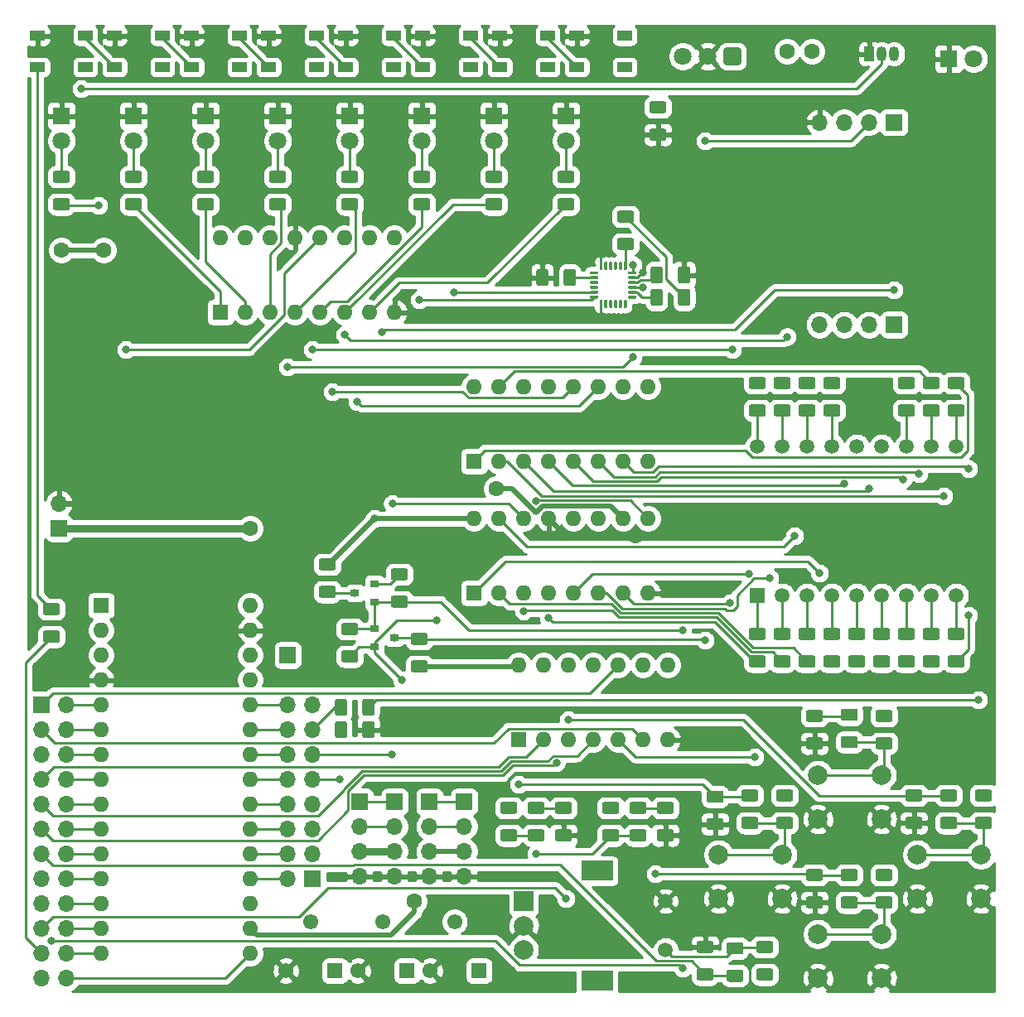
<source format=gbr>
G04 #@! TF.GenerationSoftware,KiCad,Pcbnew,(5.1.6)-1*
G04 #@! TF.CreationDate,2020-07-02T20:23:52-07:00*
G04 #@! TF.ProjectId,NanoDemo,4e616e6f-4465-46d6-9f2e-6b696361645f,rev?*
G04 #@! TF.SameCoordinates,Original*
G04 #@! TF.FileFunction,Copper,L1,Top*
G04 #@! TF.FilePolarity,Positive*
%FSLAX46Y46*%
G04 Gerber Fmt 4.6, Leading zero omitted, Abs format (unit mm)*
G04 Created by KiCad (PCBNEW (5.1.6)-1) date 2020-07-02 20:23:52*
%MOMM*%
%LPD*%
G01*
G04 APERTURE LIST*
G04 #@! TA.AperFunction,ComponentPad*
%ADD10R,1.700000X1.700000*%
G04 #@! TD*
G04 #@! TA.AperFunction,ComponentPad*
%ADD11O,1.700000X1.700000*%
G04 #@! TD*
G04 #@! TA.AperFunction,SMDPad,CuDef*
%ADD12R,0.900000X0.800000*%
G04 #@! TD*
G04 #@! TA.AperFunction,SMDPad,CuDef*
%ADD13R,1.500000X1.000000*%
G04 #@! TD*
G04 #@! TA.AperFunction,ComponentPad*
%ADD14C,1.800000*%
G04 #@! TD*
G04 #@! TA.AperFunction,ComponentPad*
%ADD15O,1.600000X1.600000*%
G04 #@! TD*
G04 #@! TA.AperFunction,ComponentPad*
%ADD16R,1.600000X1.600000*%
G04 #@! TD*
G04 #@! TA.AperFunction,ComponentPad*
%ADD17R,1.050000X1.500000*%
G04 #@! TD*
G04 #@! TA.AperFunction,ComponentPad*
%ADD18O,1.050000X1.500000*%
G04 #@! TD*
G04 #@! TA.AperFunction,ComponentPad*
%ADD19C,2.000000*%
G04 #@! TD*
G04 #@! TA.AperFunction,ComponentPad*
%ADD20C,1.550000*%
G04 #@! TD*
G04 #@! TA.AperFunction,ComponentPad*
%ADD21R,1.550000X1.550000*%
G04 #@! TD*
G04 #@! TA.AperFunction,ComponentPad*
%ADD22R,2.000000X2.000000*%
G04 #@! TD*
G04 #@! TA.AperFunction,ComponentPad*
%ADD23R,3.200000X2.000000*%
G04 #@! TD*
G04 #@! TA.AperFunction,ComponentPad*
%ADD24C,1.500000*%
G04 #@! TD*
G04 #@! TA.AperFunction,ComponentPad*
%ADD25C,1.600000*%
G04 #@! TD*
G04 #@! TA.AperFunction,ComponentPad*
%ADD26R,1.500000X1.500000*%
G04 #@! TD*
G04 #@! TA.AperFunction,ComponentPad*
%ADD27R,1.800000X1.800000*%
G04 #@! TD*
G04 #@! TA.AperFunction,ViaPad*
%ADD28C,1.600000*%
G04 #@! TD*
G04 #@! TA.AperFunction,ViaPad*
%ADD29C,0.800000*%
G04 #@! TD*
G04 #@! TA.AperFunction,Conductor*
%ADD30C,0.250000*%
G04 #@! TD*
G04 #@! TA.AperFunction,Conductor*
%ADD31C,0.750000*%
G04 #@! TD*
G04 #@! TA.AperFunction,Conductor*
%ADD32C,0.500000*%
G04 #@! TD*
G04 #@! TA.AperFunction,Conductor*
%ADD33C,0.254000*%
G04 #@! TD*
G04 APERTURE END LIST*
D10*
G04 #@! TO.P,Accl. Int.,1*
G04 #@! TO.N,Accl_INT*
X43434000Y-81534000D03*
G04 #@! TD*
D11*
G04 #@! TO.P,Support,4*
G04 #@! TO.N,N/C*
X97790000Y-47752000D03*
G04 #@! TO.P,Support,3*
X100330000Y-47752000D03*
G04 #@! TO.P,Support,2*
X102870000Y-47752000D03*
D10*
G04 #@! TO.P,Support,1*
X105410000Y-47752000D03*
G04 #@! TD*
G04 #@! TO.P,U7,24*
G04 #@! TO.N,I2C_Data_3.3V*
G04 #@! TA.AperFunction,SMDPad,CuDef*
G36*
G01*
X75183000Y-44863000D02*
X75183000Y-45013000D01*
G75*
G02*
X75108000Y-45088000I-75000J0D01*
G01*
X74408000Y-45088000D01*
G75*
G02*
X74333000Y-45013000I0J75000D01*
G01*
X74333000Y-44863000D01*
G75*
G02*
X74408000Y-44788000I75000J0D01*
G01*
X75108000Y-44788000D01*
G75*
G02*
X75183000Y-44863000I0J-75000D01*
G01*
G37*
G04 #@! TD.AperFunction*
G04 #@! TO.P,U7,23*
G04 #@! TO.N,I2C_Clock_3.3V*
G04 #@! TA.AperFunction,SMDPad,CuDef*
G36*
G01*
X75183000Y-44363000D02*
X75183000Y-44513000D01*
G75*
G02*
X75108000Y-44588000I-75000J0D01*
G01*
X74408000Y-44588000D01*
G75*
G02*
X74333000Y-44513000I0J75000D01*
G01*
X74333000Y-44363000D01*
G75*
G02*
X74408000Y-44288000I75000J0D01*
G01*
X75108000Y-44288000D01*
G75*
G02*
X75183000Y-44363000I0J-75000D01*
G01*
G37*
G04 #@! TD.AperFunction*
G04 #@! TO.P,U7,22*
G04 #@! TO.N,N/C*
G04 #@! TA.AperFunction,SMDPad,CuDef*
G36*
G01*
X75183000Y-43863000D02*
X75183000Y-44013000D01*
G75*
G02*
X75108000Y-44088000I-75000J0D01*
G01*
X74408000Y-44088000D01*
G75*
G02*
X74333000Y-44013000I0J75000D01*
G01*
X74333000Y-43863000D01*
G75*
G02*
X74408000Y-43788000I75000J0D01*
G01*
X75108000Y-43788000D01*
G75*
G02*
X75183000Y-43863000I0J-75000D01*
G01*
G37*
G04 #@! TD.AperFunction*
G04 #@! TO.P,U7,21*
G04 #@! TA.AperFunction,SMDPad,CuDef*
G36*
G01*
X75183000Y-43363000D02*
X75183000Y-43513000D01*
G75*
G02*
X75108000Y-43588000I-75000J0D01*
G01*
X74408000Y-43588000D01*
G75*
G02*
X74333000Y-43513000I0J75000D01*
G01*
X74333000Y-43363000D01*
G75*
G02*
X74408000Y-43288000I75000J0D01*
G01*
X75108000Y-43288000D01*
G75*
G02*
X75183000Y-43363000I0J-75000D01*
G01*
G37*
G04 #@! TD.AperFunction*
G04 #@! TO.P,U7,20*
G04 #@! TO.N,Net-(C11-Pad2)*
G04 #@! TA.AperFunction,SMDPad,CuDef*
G36*
G01*
X75183000Y-42863000D02*
X75183000Y-43013000D01*
G75*
G02*
X75108000Y-43088000I-75000J0D01*
G01*
X74408000Y-43088000D01*
G75*
G02*
X74333000Y-43013000I0J75000D01*
G01*
X74333000Y-42863000D01*
G75*
G02*
X74408000Y-42788000I75000J0D01*
G01*
X75108000Y-42788000D01*
G75*
G02*
X75183000Y-42863000I0J-75000D01*
G01*
G37*
G04 #@! TD.AperFunction*
G04 #@! TO.P,U7,19*
G04 #@! TO.N,N/C*
G04 #@! TA.AperFunction,SMDPad,CuDef*
G36*
G01*
X75183000Y-42363000D02*
X75183000Y-42513000D01*
G75*
G02*
X75108000Y-42588000I-75000J0D01*
G01*
X74408000Y-42588000D01*
G75*
G02*
X74333000Y-42513000I0J75000D01*
G01*
X74333000Y-42363000D01*
G75*
G02*
X74408000Y-42288000I75000J0D01*
G01*
X75108000Y-42288000D01*
G75*
G02*
X75183000Y-42363000I0J-75000D01*
G01*
G37*
G04 #@! TD.AperFunction*
G04 #@! TO.P,U7,18*
G04 #@! TO.N,GND*
G04 #@! TA.AperFunction,SMDPad,CuDef*
G36*
G01*
X75533000Y-42163000D02*
X75383000Y-42163000D01*
G75*
G02*
X75308000Y-42088000I0J75000D01*
G01*
X75308000Y-41388000D01*
G75*
G02*
X75383000Y-41313000I75000J0D01*
G01*
X75533000Y-41313000D01*
G75*
G02*
X75608000Y-41388000I0J-75000D01*
G01*
X75608000Y-42088000D01*
G75*
G02*
X75533000Y-42163000I-75000J0D01*
G01*
G37*
G04 #@! TD.AperFunction*
G04 #@! TO.P,U7,17*
G04 #@! TO.N,N/C*
G04 #@! TA.AperFunction,SMDPad,CuDef*
G36*
G01*
X76033000Y-42163000D02*
X75883000Y-42163000D01*
G75*
G02*
X75808000Y-42088000I0J75000D01*
G01*
X75808000Y-41388000D01*
G75*
G02*
X75883000Y-41313000I75000J0D01*
G01*
X76033000Y-41313000D01*
G75*
G02*
X76108000Y-41388000I0J-75000D01*
G01*
X76108000Y-42088000D01*
G75*
G02*
X76033000Y-42163000I-75000J0D01*
G01*
G37*
G04 #@! TD.AperFunction*
G04 #@! TO.P,U7,16*
G04 #@! TA.AperFunction,SMDPad,CuDef*
G36*
G01*
X76533000Y-42163000D02*
X76383000Y-42163000D01*
G75*
G02*
X76308000Y-42088000I0J75000D01*
G01*
X76308000Y-41388000D01*
G75*
G02*
X76383000Y-41313000I75000J0D01*
G01*
X76533000Y-41313000D01*
G75*
G02*
X76608000Y-41388000I0J-75000D01*
G01*
X76608000Y-42088000D01*
G75*
G02*
X76533000Y-42163000I-75000J0D01*
G01*
G37*
G04 #@! TD.AperFunction*
G04 #@! TO.P,U7,15*
G04 #@! TA.AperFunction,SMDPad,CuDef*
G36*
G01*
X77033000Y-42163000D02*
X76883000Y-42163000D01*
G75*
G02*
X76808000Y-42088000I0J75000D01*
G01*
X76808000Y-41388000D01*
G75*
G02*
X76883000Y-41313000I75000J0D01*
G01*
X77033000Y-41313000D01*
G75*
G02*
X77108000Y-41388000I0J-75000D01*
G01*
X77108000Y-42088000D01*
G75*
G02*
X77033000Y-42163000I-75000J0D01*
G01*
G37*
G04 #@! TD.AperFunction*
G04 #@! TO.P,U7,14*
G04 #@! TA.AperFunction,SMDPad,CuDef*
G36*
G01*
X77533000Y-42163000D02*
X77383000Y-42163000D01*
G75*
G02*
X77308000Y-42088000I0J75000D01*
G01*
X77308000Y-41388000D01*
G75*
G02*
X77383000Y-41313000I75000J0D01*
G01*
X77533000Y-41313000D01*
G75*
G02*
X77608000Y-41388000I0J-75000D01*
G01*
X77608000Y-42088000D01*
G75*
G02*
X77533000Y-42163000I-75000J0D01*
G01*
G37*
G04 #@! TD.AperFunction*
G04 #@! TO.P,U7,13*
G04 #@! TO.N,Net-(C10-Pad2)*
G04 #@! TA.AperFunction,SMDPad,CuDef*
G36*
G01*
X78033000Y-42163000D02*
X77883000Y-42163000D01*
G75*
G02*
X77808000Y-42088000I0J75000D01*
G01*
X77808000Y-41388000D01*
G75*
G02*
X77883000Y-41313000I75000J0D01*
G01*
X78033000Y-41313000D01*
G75*
G02*
X78108000Y-41388000I0J-75000D01*
G01*
X78108000Y-42088000D01*
G75*
G02*
X78033000Y-42163000I-75000J0D01*
G01*
G37*
G04 #@! TD.AperFunction*
G04 #@! TO.P,U7,12*
G04 #@! TO.N,Accl_INT*
G04 #@! TA.AperFunction,SMDPad,CuDef*
G36*
G01*
X79083000Y-42363000D02*
X79083000Y-42513000D01*
G75*
G02*
X79008000Y-42588000I-75000J0D01*
G01*
X78308000Y-42588000D01*
G75*
G02*
X78233000Y-42513000I0J75000D01*
G01*
X78233000Y-42363000D01*
G75*
G02*
X78308000Y-42288000I75000J0D01*
G01*
X79008000Y-42288000D01*
G75*
G02*
X79083000Y-42363000I0J-75000D01*
G01*
G37*
G04 #@! TD.AperFunction*
G04 #@! TO.P,U7,11*
G04 #@! TO.N,GND*
G04 #@! TA.AperFunction,SMDPad,CuDef*
G36*
G01*
X79083000Y-42863000D02*
X79083000Y-43013000D01*
G75*
G02*
X79008000Y-43088000I-75000J0D01*
G01*
X78308000Y-43088000D01*
G75*
G02*
X78233000Y-43013000I0J75000D01*
G01*
X78233000Y-42863000D01*
G75*
G02*
X78308000Y-42788000I75000J0D01*
G01*
X79008000Y-42788000D01*
G75*
G02*
X79083000Y-42863000I0J-75000D01*
G01*
G37*
G04 #@! TD.AperFunction*
G04 #@! TO.P,U7,10*
G04 #@! TO.N,Net-(C12-Pad1)*
G04 #@! TA.AperFunction,SMDPad,CuDef*
G36*
G01*
X79083000Y-43363000D02*
X79083000Y-43513000D01*
G75*
G02*
X79008000Y-43588000I-75000J0D01*
G01*
X78308000Y-43588000D01*
G75*
G02*
X78233000Y-43513000I0J75000D01*
G01*
X78233000Y-43363000D01*
G75*
G02*
X78308000Y-43288000I75000J0D01*
G01*
X79008000Y-43288000D01*
G75*
G02*
X79083000Y-43363000I0J-75000D01*
G01*
G37*
G04 #@! TD.AperFunction*
G04 #@! TO.P,U7,9*
G04 #@! TO.N,GND*
G04 #@! TA.AperFunction,SMDPad,CuDef*
G36*
G01*
X79083000Y-43863000D02*
X79083000Y-44013000D01*
G75*
G02*
X79008000Y-44088000I-75000J0D01*
G01*
X78308000Y-44088000D01*
G75*
G02*
X78233000Y-44013000I0J75000D01*
G01*
X78233000Y-43863000D01*
G75*
G02*
X78308000Y-43788000I75000J0D01*
G01*
X79008000Y-43788000D01*
G75*
G02*
X79083000Y-43863000I0J-75000D01*
G01*
G37*
G04 #@! TD.AperFunction*
G04 #@! TO.P,U7,8*
G04 #@! TO.N,Net-(C9-Pad2)*
G04 #@! TA.AperFunction,SMDPad,CuDef*
G36*
G01*
X79083000Y-44363000D02*
X79083000Y-44513000D01*
G75*
G02*
X79008000Y-44588000I-75000J0D01*
G01*
X78308000Y-44588000D01*
G75*
G02*
X78233000Y-44513000I0J75000D01*
G01*
X78233000Y-44363000D01*
G75*
G02*
X78308000Y-44288000I75000J0D01*
G01*
X79008000Y-44288000D01*
G75*
G02*
X79083000Y-44363000I0J-75000D01*
G01*
G37*
G04 #@! TD.AperFunction*
G04 #@! TO.P,U7,7*
G04 #@! TO.N,Net-(U7-Pad7)*
G04 #@! TA.AperFunction,SMDPad,CuDef*
G36*
G01*
X79083000Y-44863000D02*
X79083000Y-45013000D01*
G75*
G02*
X79008000Y-45088000I-75000J0D01*
G01*
X78308000Y-45088000D01*
G75*
G02*
X78233000Y-45013000I0J75000D01*
G01*
X78233000Y-44863000D01*
G75*
G02*
X78308000Y-44788000I75000J0D01*
G01*
X79008000Y-44788000D01*
G75*
G02*
X79083000Y-44863000I0J-75000D01*
G01*
G37*
G04 #@! TD.AperFunction*
G04 #@! TO.P,U7,6*
G04 #@! TO.N,Net-(U7-Pad6)*
G04 #@! TA.AperFunction,SMDPad,CuDef*
G36*
G01*
X78033000Y-46063000D02*
X77883000Y-46063000D01*
G75*
G02*
X77808000Y-45988000I0J75000D01*
G01*
X77808000Y-45288000D01*
G75*
G02*
X77883000Y-45213000I75000J0D01*
G01*
X78033000Y-45213000D01*
G75*
G02*
X78108000Y-45288000I0J-75000D01*
G01*
X78108000Y-45988000D01*
G75*
G02*
X78033000Y-46063000I-75000J0D01*
G01*
G37*
G04 #@! TD.AperFunction*
G04 #@! TO.P,U7,5*
G04 #@! TO.N,N/C*
G04 #@! TA.AperFunction,SMDPad,CuDef*
G36*
G01*
X77533000Y-46063000D02*
X77383000Y-46063000D01*
G75*
G02*
X77308000Y-45988000I0J75000D01*
G01*
X77308000Y-45288000D01*
G75*
G02*
X77383000Y-45213000I75000J0D01*
G01*
X77533000Y-45213000D01*
G75*
G02*
X77608000Y-45288000I0J-75000D01*
G01*
X77608000Y-45988000D01*
G75*
G02*
X77533000Y-46063000I-75000J0D01*
G01*
G37*
G04 #@! TD.AperFunction*
G04 #@! TO.P,U7,4*
G04 #@! TA.AperFunction,SMDPad,CuDef*
G36*
G01*
X77033000Y-46063000D02*
X76883000Y-46063000D01*
G75*
G02*
X76808000Y-45988000I0J75000D01*
G01*
X76808000Y-45288000D01*
G75*
G02*
X76883000Y-45213000I75000J0D01*
G01*
X77033000Y-45213000D01*
G75*
G02*
X77108000Y-45288000I0J-75000D01*
G01*
X77108000Y-45988000D01*
G75*
G02*
X77033000Y-46063000I-75000J0D01*
G01*
G37*
G04 #@! TD.AperFunction*
G04 #@! TO.P,U7,3*
G04 #@! TA.AperFunction,SMDPad,CuDef*
G36*
G01*
X76533000Y-46063000D02*
X76383000Y-46063000D01*
G75*
G02*
X76308000Y-45988000I0J75000D01*
G01*
X76308000Y-45288000D01*
G75*
G02*
X76383000Y-45213000I75000J0D01*
G01*
X76533000Y-45213000D01*
G75*
G02*
X76608000Y-45288000I0J-75000D01*
G01*
X76608000Y-45988000D01*
G75*
G02*
X76533000Y-46063000I-75000J0D01*
G01*
G37*
G04 #@! TD.AperFunction*
G04 #@! TO.P,U7,2*
G04 #@! TA.AperFunction,SMDPad,CuDef*
G36*
G01*
X76033000Y-46063000D02*
X75883000Y-46063000D01*
G75*
G02*
X75808000Y-45988000I0J75000D01*
G01*
X75808000Y-45288000D01*
G75*
G02*
X75883000Y-45213000I75000J0D01*
G01*
X76033000Y-45213000D01*
G75*
G02*
X76108000Y-45288000I0J-75000D01*
G01*
X76108000Y-45988000D01*
G75*
G02*
X76033000Y-46063000I-75000J0D01*
G01*
G37*
G04 #@! TD.AperFunction*
G04 #@! TO.P,U7,1*
G04 #@! TO.N,GND*
G04 #@! TA.AperFunction,SMDPad,CuDef*
G36*
G01*
X75533000Y-46063000D02*
X75383000Y-46063000D01*
G75*
G02*
X75308000Y-45988000I0J75000D01*
G01*
X75308000Y-45288000D01*
G75*
G02*
X75383000Y-45213000I75000J0D01*
G01*
X75533000Y-45213000D01*
G75*
G02*
X75608000Y-45288000I0J-75000D01*
G01*
X75608000Y-45988000D01*
G75*
G02*
X75533000Y-46063000I-75000J0D01*
G01*
G37*
G04 #@! TD.AperFunction*
G04 #@! TD*
G04 #@! TO.P,R46,2*
G04 #@! TO.N,I2C_Clock*
G04 #@! TA.AperFunction,SMDPad,CuDef*
G36*
G01*
X57521000Y-80505000D02*
X56271000Y-80505000D01*
G75*
G02*
X56021000Y-80255000I0J250000D01*
G01*
X56021000Y-79505000D01*
G75*
G02*
X56271000Y-79255000I250000J0D01*
G01*
X57521000Y-79255000D01*
G75*
G02*
X57771000Y-79505000I0J-250000D01*
G01*
X57771000Y-80255000D01*
G75*
G02*
X57521000Y-80505000I-250000J0D01*
G01*
G37*
G04 #@! TD.AperFunction*
G04 #@! TO.P,R46,1*
G04 #@! TO.N,VCC*
G04 #@! TA.AperFunction,SMDPad,CuDef*
G36*
G01*
X57521000Y-83305000D02*
X56271000Y-83305000D01*
G75*
G02*
X56021000Y-83055000I0J250000D01*
G01*
X56021000Y-82305000D01*
G75*
G02*
X56271000Y-82055000I250000J0D01*
G01*
X57521000Y-82055000D01*
G75*
G02*
X57771000Y-82305000I0J-250000D01*
G01*
X57771000Y-83055000D01*
G75*
G02*
X57521000Y-83305000I-250000J0D01*
G01*
G37*
G04 #@! TD.AperFunction*
G04 #@! TD*
G04 #@! TO.P,R45,2*
G04 #@! TO.N,I2C_Clock_3.3V*
G04 #@! TA.AperFunction,SMDPad,CuDef*
G36*
G01*
X49159000Y-81039000D02*
X50409000Y-81039000D01*
G75*
G02*
X50659000Y-81289000I0J-250000D01*
G01*
X50659000Y-82039000D01*
G75*
G02*
X50409000Y-82289000I-250000J0D01*
G01*
X49159000Y-82289000D01*
G75*
G02*
X48909000Y-82039000I0J250000D01*
G01*
X48909000Y-81289000D01*
G75*
G02*
X49159000Y-81039000I250000J0D01*
G01*
G37*
G04 #@! TD.AperFunction*
G04 #@! TO.P,R45,1*
G04 #@! TO.N,3.3V*
G04 #@! TA.AperFunction,SMDPad,CuDef*
G36*
G01*
X49159000Y-78239000D02*
X50409000Y-78239000D01*
G75*
G02*
X50659000Y-78489000I0J-250000D01*
G01*
X50659000Y-79239000D01*
G75*
G02*
X50409000Y-79489000I-250000J0D01*
G01*
X49159000Y-79489000D01*
G75*
G02*
X48909000Y-79239000I0J250000D01*
G01*
X48909000Y-78489000D01*
G75*
G02*
X49159000Y-78239000I250000J0D01*
G01*
G37*
G04 #@! TD.AperFunction*
G04 #@! TD*
G04 #@! TO.P,R44,2*
G04 #@! TO.N,I2C_Data*
G04 #@! TA.AperFunction,SMDPad,CuDef*
G36*
G01*
X46873000Y-74435000D02*
X48123000Y-74435000D01*
G75*
G02*
X48373000Y-74685000I0J-250000D01*
G01*
X48373000Y-75435000D01*
G75*
G02*
X48123000Y-75685000I-250000J0D01*
G01*
X46873000Y-75685000D01*
G75*
G02*
X46623000Y-75435000I0J250000D01*
G01*
X46623000Y-74685000D01*
G75*
G02*
X46873000Y-74435000I250000J0D01*
G01*
G37*
G04 #@! TD.AperFunction*
G04 #@! TO.P,R44,1*
G04 #@! TO.N,VCC*
G04 #@! TA.AperFunction,SMDPad,CuDef*
G36*
G01*
X46873000Y-71635000D02*
X48123000Y-71635000D01*
G75*
G02*
X48373000Y-71885000I0J-250000D01*
G01*
X48373000Y-72635000D01*
G75*
G02*
X48123000Y-72885000I-250000J0D01*
G01*
X46873000Y-72885000D01*
G75*
G02*
X46623000Y-72635000I0J250000D01*
G01*
X46623000Y-71885000D01*
G75*
G02*
X46873000Y-71635000I250000J0D01*
G01*
G37*
G04 #@! TD.AperFunction*
G04 #@! TD*
G04 #@! TO.P,R43,2*
G04 #@! TO.N,I2C_Data_3.3V*
G04 #@! TA.AperFunction,SMDPad,CuDef*
G36*
G01*
X55489000Y-73901000D02*
X54239000Y-73901000D01*
G75*
G02*
X53989000Y-73651000I0J250000D01*
G01*
X53989000Y-72901000D01*
G75*
G02*
X54239000Y-72651000I250000J0D01*
G01*
X55489000Y-72651000D01*
G75*
G02*
X55739000Y-72901000I0J-250000D01*
G01*
X55739000Y-73651000D01*
G75*
G02*
X55489000Y-73901000I-250000J0D01*
G01*
G37*
G04 #@! TD.AperFunction*
G04 #@! TO.P,R43,1*
G04 #@! TO.N,3.3V*
G04 #@! TA.AperFunction,SMDPad,CuDef*
G36*
G01*
X55489000Y-76701000D02*
X54239000Y-76701000D01*
G75*
G02*
X53989000Y-76451000I0J250000D01*
G01*
X53989000Y-75701000D01*
G75*
G02*
X54239000Y-75451000I250000J0D01*
G01*
X55489000Y-75451000D01*
G75*
G02*
X55739000Y-75701000I0J-250000D01*
G01*
X55739000Y-76451000D01*
G75*
G02*
X55489000Y-76701000I-250000J0D01*
G01*
G37*
G04 #@! TD.AperFunction*
G04 #@! TD*
D12*
G04 #@! TO.P,Q2,3*
G04 #@! TO.N,I2C_Clock*
X54340000Y-79756000D03*
G04 #@! TO.P,Q2,2*
G04 #@! TO.N,I2C_Clock_3.3V*
X52340000Y-80706000D03*
G04 #@! TO.P,Q2,1*
G04 #@! TO.N,3.3V*
X52340000Y-78806000D03*
G04 #@! TD*
G04 #@! TO.P,Q1,3*
G04 #@! TO.N,I2C_Data*
X50308000Y-75184000D03*
G04 #@! TO.P,Q1,2*
G04 #@! TO.N,I2C_Data_3.3V*
X52308000Y-74234000D03*
G04 #@! TO.P,Q1,1*
G04 #@! TO.N,3.3V*
X52308000Y-76134000D03*
G04 #@! TD*
G04 #@! TO.P,C12,2*
G04 #@! TO.N,GND*
G04 #@! TA.AperFunction,SMDPad,CuDef*
G36*
G01*
X83325000Y-43297000D02*
X83325000Y-42047000D01*
G75*
G02*
X83575000Y-41797000I250000J0D01*
G01*
X84325000Y-41797000D01*
G75*
G02*
X84575000Y-42047000I0J-250000D01*
G01*
X84575000Y-43297000D01*
G75*
G02*
X84325000Y-43547000I-250000J0D01*
G01*
X83575000Y-43547000D01*
G75*
G02*
X83325000Y-43297000I0J250000D01*
G01*
G37*
G04 #@! TD.AperFunction*
G04 #@! TO.P,C12,1*
G04 #@! TO.N,Net-(C12-Pad1)*
G04 #@! TA.AperFunction,SMDPad,CuDef*
G36*
G01*
X80525000Y-43297000D02*
X80525000Y-42047000D01*
G75*
G02*
X80775000Y-41797000I250000J0D01*
G01*
X81525000Y-41797000D01*
G75*
G02*
X81775000Y-42047000I0J-250000D01*
G01*
X81775000Y-43297000D01*
G75*
G02*
X81525000Y-43547000I-250000J0D01*
G01*
X80775000Y-43547000D01*
G75*
G02*
X80525000Y-43297000I0J250000D01*
G01*
G37*
G04 #@! TD.AperFunction*
G04 #@! TD*
G04 #@! TO.P,C11,2*
G04 #@! TO.N,Net-(C11-Pad2)*
G04 #@! TA.AperFunction,SMDPad,CuDef*
G36*
G01*
X71641000Y-43551000D02*
X71641000Y-42301000D01*
G75*
G02*
X71891000Y-42051000I250000J0D01*
G01*
X72641000Y-42051000D01*
G75*
G02*
X72891000Y-42301000I0J-250000D01*
G01*
X72891000Y-43551000D01*
G75*
G02*
X72641000Y-43801000I-250000J0D01*
G01*
X71891000Y-43801000D01*
G75*
G02*
X71641000Y-43551000I0J250000D01*
G01*
G37*
G04 #@! TD.AperFunction*
G04 #@! TO.P,C11,1*
G04 #@! TO.N,GND*
G04 #@! TA.AperFunction,SMDPad,CuDef*
G36*
G01*
X68841000Y-43551000D02*
X68841000Y-42301000D01*
G75*
G02*
X69091000Y-42051000I250000J0D01*
G01*
X69841000Y-42051000D01*
G75*
G02*
X70091000Y-42301000I0J-250000D01*
G01*
X70091000Y-43551000D01*
G75*
G02*
X69841000Y-43801000I-250000J0D01*
G01*
X69091000Y-43801000D01*
G75*
G02*
X68841000Y-43551000I0J250000D01*
G01*
G37*
G04 #@! TD.AperFunction*
G04 #@! TD*
G04 #@! TO.P,C10,2*
G04 #@! TO.N,Net-(C10-Pad2)*
G04 #@! TA.AperFunction,SMDPad,CuDef*
G36*
G01*
X77353000Y-38875000D02*
X78603000Y-38875000D01*
G75*
G02*
X78853000Y-39125000I0J-250000D01*
G01*
X78853000Y-39875000D01*
G75*
G02*
X78603000Y-40125000I-250000J0D01*
G01*
X77353000Y-40125000D01*
G75*
G02*
X77103000Y-39875000I0J250000D01*
G01*
X77103000Y-39125000D01*
G75*
G02*
X77353000Y-38875000I250000J0D01*
G01*
G37*
G04 #@! TD.AperFunction*
G04 #@! TO.P,C10,1*
G04 #@! TO.N,3.3V*
G04 #@! TA.AperFunction,SMDPad,CuDef*
G36*
G01*
X77353000Y-36075000D02*
X78603000Y-36075000D01*
G75*
G02*
X78853000Y-36325000I0J-250000D01*
G01*
X78853000Y-37075000D01*
G75*
G02*
X78603000Y-37325000I-250000J0D01*
G01*
X77353000Y-37325000D01*
G75*
G02*
X77103000Y-37075000I0J250000D01*
G01*
X77103000Y-36325000D01*
G75*
G02*
X77353000Y-36075000I250000J0D01*
G01*
G37*
G04 #@! TD.AperFunction*
G04 #@! TD*
G04 #@! TO.P,C9,2*
G04 #@! TO.N,Net-(C9-Pad2)*
G04 #@! TA.AperFunction,SMDPad,CuDef*
G36*
G01*
X81775000Y-44333000D02*
X81775000Y-45583000D01*
G75*
G02*
X81525000Y-45833000I-250000J0D01*
G01*
X80775000Y-45833000D01*
G75*
G02*
X80525000Y-45583000I0J250000D01*
G01*
X80525000Y-44333000D01*
G75*
G02*
X80775000Y-44083000I250000J0D01*
G01*
X81525000Y-44083000D01*
G75*
G02*
X81775000Y-44333000I0J-250000D01*
G01*
G37*
G04 #@! TD.AperFunction*
G04 #@! TO.P,C9,1*
G04 #@! TO.N,3.3V*
G04 #@! TA.AperFunction,SMDPad,CuDef*
G36*
G01*
X84575000Y-44333000D02*
X84575000Y-45583000D01*
G75*
G02*
X84325000Y-45833000I-250000J0D01*
G01*
X83575000Y-45833000D01*
G75*
G02*
X83325000Y-45583000I0J250000D01*
G01*
X83325000Y-44333000D01*
G75*
G02*
X83575000Y-44083000I250000J0D01*
G01*
X84325000Y-44083000D01*
G75*
G02*
X84575000Y-44333000I0J-250000D01*
G01*
G37*
G04 #@! TD.AperFunction*
G04 #@! TD*
D13*
G04 #@! TO.P,D1,1*
G04 #@! TO.N,VCC*
X22770000Y-21412000D03*
G04 #@! TO.P,D1,2*
G04 #@! TO.N,Net-(D1-Pad2)*
X22770000Y-18212000D03*
G04 #@! TO.P,D1,4*
G04 #@! TO.N,Net-(D1-Pad4)*
X17870000Y-21412000D03*
G04 #@! TO.P,D1,3*
G04 #@! TO.N,GND*
X17870000Y-18212000D03*
G04 #@! TD*
G04 #@! TO.P,D8,1*
G04 #@! TO.N,VCC*
X77888000Y-21412000D03*
G04 #@! TO.P,D8,2*
G04 #@! TO.N,Net-(D8-Pad2)*
X77888000Y-18212000D03*
G04 #@! TO.P,D8,4*
G04 #@! TO.N,Net-(D7-Pad2)*
X72988000Y-21412000D03*
G04 #@! TO.P,D8,3*
G04 #@! TO.N,GND*
X72988000Y-18212000D03*
G04 #@! TD*
G04 #@! TO.P,D7,1*
G04 #@! TO.N,VCC*
X70014000Y-21412000D03*
G04 #@! TO.P,D7,2*
G04 #@! TO.N,Net-(D7-Pad2)*
X70014000Y-18212000D03*
G04 #@! TO.P,D7,4*
G04 #@! TO.N,Net-(D6-Pad2)*
X65114000Y-21412000D03*
G04 #@! TO.P,D7,3*
G04 #@! TO.N,GND*
X65114000Y-18212000D03*
G04 #@! TD*
G04 #@! TO.P,D6,1*
G04 #@! TO.N,VCC*
X62140000Y-21412000D03*
G04 #@! TO.P,D6,2*
G04 #@! TO.N,Net-(D6-Pad2)*
X62140000Y-18212000D03*
G04 #@! TO.P,D6,4*
G04 #@! TO.N,Net-(D5-Pad2)*
X57240000Y-21412000D03*
G04 #@! TO.P,D6,3*
G04 #@! TO.N,GND*
X57240000Y-18212000D03*
G04 #@! TD*
G04 #@! TO.P,D5,1*
G04 #@! TO.N,VCC*
X54266000Y-21412000D03*
G04 #@! TO.P,D5,2*
G04 #@! TO.N,Net-(D5-Pad2)*
X54266000Y-18212000D03*
G04 #@! TO.P,D5,4*
G04 #@! TO.N,Net-(D4-Pad2)*
X49366000Y-21412000D03*
G04 #@! TO.P,D5,3*
G04 #@! TO.N,GND*
X49366000Y-18212000D03*
G04 #@! TD*
G04 #@! TO.P,D4,1*
G04 #@! TO.N,VCC*
X46392000Y-21412000D03*
G04 #@! TO.P,D4,2*
G04 #@! TO.N,Net-(D4-Pad2)*
X46392000Y-18212000D03*
G04 #@! TO.P,D4,4*
G04 #@! TO.N,Net-(D3-Pad2)*
X41492000Y-21412000D03*
G04 #@! TO.P,D4,3*
G04 #@! TO.N,GND*
X41492000Y-18212000D03*
G04 #@! TD*
G04 #@! TO.P,D3,1*
G04 #@! TO.N,VCC*
X38518000Y-21412000D03*
G04 #@! TO.P,D3,2*
G04 #@! TO.N,Net-(D3-Pad2)*
X38518000Y-18212000D03*
G04 #@! TO.P,D3,4*
G04 #@! TO.N,Net-(D2-Pad2)*
X33618000Y-21412000D03*
G04 #@! TO.P,D3,3*
G04 #@! TO.N,GND*
X33618000Y-18212000D03*
G04 #@! TD*
G04 #@! TO.P,D2,1*
G04 #@! TO.N,VCC*
X30644000Y-21412000D03*
G04 #@! TO.P,D2,2*
G04 #@! TO.N,Net-(D2-Pad2)*
X30644000Y-18212000D03*
G04 #@! TO.P,D2,4*
G04 #@! TO.N,Net-(D1-Pad2)*
X25744000Y-21412000D03*
G04 #@! TO.P,D2,3*
G04 #@! TO.N,GND*
X25744000Y-18212000D03*
G04 #@! TD*
D11*
G04 #@! TO.P,J6,2*
G04 #@! TO.N,GND*
X20066000Y-66040000D03*
D10*
G04 #@! TO.P,J6,1*
G04 #@! TO.N,VIN*
X20066000Y-68580000D03*
G04 #@! TD*
D11*
G04 #@! TO.P,J5,2*
G04 #@! TO.N,I2C_Clock*
X102870000Y-27051000D03*
D10*
G04 #@! TO.P,J5,1*
G04 #@! TO.N,I2C_Data*
X105410000Y-27051000D03*
D11*
G04 #@! TO.P,J5,4*
G04 #@! TO.N,GND*
X97790000Y-27051000D03*
G04 #@! TO.P,J5,3*
G04 #@! TO.N,VCC*
X100330000Y-27051000D03*
G04 #@! TD*
D14*
G04 #@! TO.P,U6,3*
G04 #@! TO.N,VCC*
X83820000Y-20320000D03*
G04 #@! TO.P,U6,2*
G04 #@! TO.N,GND*
X86360000Y-20320000D03*
G04 #@! TO.P,U6,1*
G04 #@! TO.N,IR_Rx*
G04 #@! TA.AperFunction,ComponentPad*
G36*
G01*
X89800000Y-19670200D02*
X89800000Y-20969800D01*
G75*
G02*
X89549800Y-21220000I-250200J0D01*
G01*
X88250200Y-21220000D01*
G75*
G02*
X88000000Y-20969800I0J250200D01*
G01*
X88000000Y-19670200D01*
G75*
G02*
X88250200Y-19420000I250200J0D01*
G01*
X89549800Y-19420000D01*
G75*
G02*
X89800000Y-19670200I0J-250200D01*
G01*
G37*
G04 #@! TD.AperFunction*
G04 #@! TD*
D15*
G04 #@! TO.P,U5,16*
G04 #@! TO.N,VCC*
X62484000Y-54102000D03*
G04 #@! TO.P,U5,8*
G04 #@! TO.N,GND*
X80264000Y-61722000D03*
G04 #@! TO.P,U5,15*
G04 #@! TO.N,Net-(R33-Pad2)*
X65024000Y-54102000D03*
G04 #@! TO.P,U5,7*
G04 #@! TO.N,Net-(R41-Pad2)*
X77724000Y-61722000D03*
G04 #@! TO.P,U5,14*
G04 #@! TO.N,Net-(U4-Pad9)*
X67564000Y-54102000D03*
G04 #@! TO.P,U5,6*
G04 #@! TO.N,Net-(R40-Pad2)*
X75184000Y-61722000D03*
G04 #@! TO.P,U5,13*
G04 #@! TO.N,GND*
X70104000Y-54102000D03*
G04 #@! TO.P,U5,5*
G04 #@! TO.N,Net-(R39-Pad2)*
X72644000Y-61722000D03*
G04 #@! TO.P,U5,12*
G04 #@! TO.N,RCLK*
X72644000Y-54102000D03*
G04 #@! TO.P,U5,4*
G04 #@! TO.N,Net-(R38-Pad2)*
X70104000Y-61722000D03*
G04 #@! TO.P,U5,11*
G04 #@! TO.N,SRCLK*
X75184000Y-54102000D03*
G04 #@! TO.P,U5,3*
G04 #@! TO.N,Net-(R37-Pad2)*
X67564000Y-61722000D03*
G04 #@! TO.P,U5,10*
G04 #@! TO.N,VCC*
X77724000Y-54102000D03*
G04 #@! TO.P,U5,2*
G04 #@! TO.N,Net-(R36-Pad2)*
X65024000Y-61722000D03*
G04 #@! TO.P,U5,9*
G04 #@! TO.N,Net-(U5-Pad9)*
X80264000Y-54102000D03*
D16*
G04 #@! TO.P,U5,1*
G04 #@! TO.N,Net-(R34-Pad2)*
X62484000Y-61722000D03*
G04 #@! TD*
D15*
G04 #@! TO.P,U4,16*
G04 #@! TO.N,VCC*
X62484000Y-67564000D03*
G04 #@! TO.P,U4,8*
G04 #@! TO.N,GND*
X80264000Y-75184000D03*
G04 #@! TO.P,U4,15*
G04 #@! TO.N,Net-(R18-Pad2)*
X65024000Y-67564000D03*
G04 #@! TO.P,U4,7*
G04 #@! TO.N,Net-(R29-Pad2)*
X77724000Y-75184000D03*
G04 #@! TO.P,U4,14*
G04 #@! TO.N,7SegData*
X67564000Y-67564000D03*
G04 #@! TO.P,U4,6*
G04 #@! TO.N,Net-(R27-Pad2)*
X75184000Y-75184000D03*
G04 #@! TO.P,U4,13*
G04 #@! TO.N,GND*
X70104000Y-67564000D03*
G04 #@! TO.P,U4,5*
G04 #@! TO.N,Net-(R26-Pad2)*
X72644000Y-75184000D03*
G04 #@! TO.P,U4,12*
G04 #@! TO.N,RCLK*
X72644000Y-67564000D03*
G04 #@! TO.P,U4,4*
G04 #@! TO.N,Net-(R24-Pad2)*
X70104000Y-75184000D03*
G04 #@! TO.P,U4,11*
G04 #@! TO.N,SRCLK*
X75184000Y-67564000D03*
G04 #@! TO.P,U4,3*
G04 #@! TO.N,Net-(R23-Pad2)*
X67564000Y-75184000D03*
G04 #@! TO.P,U4,10*
G04 #@! TO.N,VCC*
X77724000Y-67564000D03*
G04 #@! TO.P,U4,2*
G04 #@! TO.N,Net-(R21-Pad2)*
X65024000Y-75184000D03*
G04 #@! TO.P,U4,9*
G04 #@! TO.N,Net-(U4-Pad9)*
X80264000Y-67564000D03*
D16*
G04 #@! TO.P,U4,1*
G04 #@! TO.N,Net-(R20-Pad2)*
X62484000Y-75184000D03*
G04 #@! TD*
D15*
G04 #@! TO.P,U3,16*
G04 #@! TO.N,VCC*
X36576000Y-38862000D03*
G04 #@! TO.P,U3,8*
G04 #@! TO.N,GND*
X54356000Y-46482000D03*
G04 #@! TO.P,U3,15*
G04 #@! TO.N,Net-(R16-Pad2)*
X39116000Y-38862000D03*
G04 #@! TO.P,U3,7*
G04 #@! TO.N,Net-(R35-Pad2)*
X51816000Y-46482000D03*
G04 #@! TO.P,U3,14*
G04 #@! TO.N,SerialData*
X41656000Y-38862000D03*
G04 #@! TO.P,U3,6*
G04 #@! TO.N,Net-(R30-Pad2)*
X49276000Y-46482000D03*
G04 #@! TO.P,U3,13*
G04 #@! TO.N,GND*
X44196000Y-38862000D03*
G04 #@! TO.P,U3,5*
G04 #@! TO.N,Net-(R28-Pad2)*
X46736000Y-46482000D03*
G04 #@! TO.P,U3,12*
G04 #@! TO.N,RCLK*
X46736000Y-38862000D03*
G04 #@! TO.P,U3,4*
G04 #@! TO.N,Net-(R25-Pad2)*
X44196000Y-46482000D03*
G04 #@! TO.P,U3,11*
G04 #@! TO.N,SRCLK*
X49276000Y-38862000D03*
G04 #@! TO.P,U3,3*
G04 #@! TO.N,Net-(R22-Pad2)*
X41656000Y-46482000D03*
G04 #@! TO.P,U3,10*
G04 #@! TO.N,VCC*
X51816000Y-38862000D03*
G04 #@! TO.P,U3,2*
G04 #@! TO.N,Net-(R19-Pad2)*
X39116000Y-46482000D03*
G04 #@! TO.P,U3,9*
G04 #@! TO.N,7SegData*
X54356000Y-38862000D03*
D16*
G04 #@! TO.P,U3,1*
G04 #@! TO.N,Net-(R17-Pad2)*
X36576000Y-46482000D03*
G04 #@! TD*
D17*
G04 #@! TO.P,U2,1*
G04 #@! TO.N,GND*
X102870000Y-20066000D03*
D18*
G04 #@! TO.P,U2,3*
G04 #@! TO.N,VCC*
X105410000Y-20066000D03*
G04 #@! TO.P,U2,2*
G04 #@! TO.N,TempSense*
X104140000Y-20066000D03*
G04 #@! TD*
D15*
G04 #@! TO.P,U1,14*
G04 #@! TO.N,VCC*
X67056000Y-82550000D03*
G04 #@! TO.P,U1,7*
G04 #@! TO.N,GND*
X82296000Y-90170000D03*
G04 #@! TO.P,U1,13*
G04 #@! TO.N,Net-(C5-Pad1)*
X69596000Y-82550000D03*
G04 #@! TO.P,U1,6*
G04 #@! TO.N,Up_SW*
X79756000Y-90170000D03*
G04 #@! TO.P,U1,12*
G04 #@! TO.N,Enc_B*
X72136000Y-82550000D03*
G04 #@! TO.P,U1,5*
G04 #@! TO.N,Net-(C7-Pad1)*
X77216000Y-90170000D03*
G04 #@! TO.P,U1,11*
G04 #@! TO.N,Net-(C2-Pad2)*
X74676000Y-82550000D03*
G04 #@! TO.P,U1,4*
G04 #@! TO.N,Right_SW*
X74676000Y-90170000D03*
G04 #@! TO.P,U1,10*
G04 #@! TO.N,Enc_A*
X77216000Y-82550000D03*
G04 #@! TO.P,U1,3*
G04 #@! TO.N,Net-(C4-Pad1)*
X72136000Y-90170000D03*
G04 #@! TO.P,U1,9*
G04 #@! TO.N,Net-(C8-Pad1)*
X79756000Y-82550000D03*
G04 #@! TO.P,U1,2*
G04 #@! TO.N,Left_SW*
X69596000Y-90170000D03*
G04 #@! TO.P,U1,8*
G04 #@! TO.N,Down_SW*
X82296000Y-82550000D03*
D16*
G04 #@! TO.P,U1,1*
G04 #@! TO.N,Net-(C3-Pad1)*
X67056000Y-90170000D03*
G04 #@! TD*
D19*
G04 #@! TO.P,SW4,1*
G04 #@! TO.N,GND*
X97640000Y-114554000D03*
G04 #@! TO.P,SW4,2*
G04 #@! TO.N,Net-(R13-Pad2)*
X97640000Y-110054000D03*
G04 #@! TO.P,SW4,1*
G04 #@! TO.N,GND*
X104140000Y-114554000D03*
G04 #@! TO.P,SW4,2*
G04 #@! TO.N,Net-(R13-Pad2)*
X104140000Y-110054000D03*
G04 #@! TD*
G04 #@! TO.P,SW3,1*
G04 #@! TO.N,GND*
X97640000Y-98298000D03*
G04 #@! TO.P,SW3,2*
G04 #@! TO.N,Net-(R12-Pad2)*
X97640000Y-93798000D03*
G04 #@! TO.P,SW3,1*
G04 #@! TO.N,GND*
X104140000Y-98298000D03*
G04 #@! TO.P,SW3,2*
G04 #@! TO.N,Net-(R12-Pad2)*
X104140000Y-93798000D03*
G04 #@! TD*
G04 #@! TO.P,SW2,1*
G04 #@! TO.N,GND*
X107800000Y-106426000D03*
G04 #@! TO.P,SW2,2*
G04 #@! TO.N,Net-(R2-Pad2)*
X107800000Y-101926000D03*
G04 #@! TO.P,SW2,1*
G04 #@! TO.N,GND*
X114300000Y-106426000D03*
G04 #@! TO.P,SW2,2*
G04 #@! TO.N,Net-(R2-Pad2)*
X114300000Y-101926000D03*
G04 #@! TD*
G04 #@! TO.P,SW1,1*
G04 #@! TO.N,GND*
X87480000Y-106426000D03*
G04 #@! TO.P,SW1,2*
G04 #@! TO.N,Net-(R1-Pad2)*
X87480000Y-101926000D03*
G04 #@! TO.P,SW1,1*
G04 #@! TO.N,GND*
X93980000Y-106426000D03*
G04 #@! TO.P,SW1,2*
G04 #@! TO.N,Net-(R1-Pad2)*
X93980000Y-101926000D03*
G04 #@! TD*
D20*
G04 #@! TO.P,RV3,2*
G04 #@! TO.N,POT_3*
X60492000Y-108792000D03*
D21*
G04 #@! TO.P,RV3,1*
G04 #@! TO.N,VCC*
X62992000Y-113792000D03*
D20*
G04 #@! TO.P,RV3,3*
G04 #@! TO.N,GND*
X57992000Y-113792000D03*
G04 #@! TD*
G04 #@! TO.P,RV2,2*
G04 #@! TO.N,POT_2*
X53126000Y-108792000D03*
D21*
G04 #@! TO.P,RV2,1*
G04 #@! TO.N,VCC*
X55626000Y-113792000D03*
D20*
G04 #@! TO.P,RV2,3*
G04 #@! TO.N,GND*
X50626000Y-113792000D03*
G04 #@! TD*
G04 #@! TO.P,RV1,2*
G04 #@! TO.N,POT_1*
X45760000Y-108792000D03*
D21*
G04 #@! TO.P,RV1,1*
G04 #@! TO.N,VCC*
X48260000Y-113792000D03*
D20*
G04 #@! TO.P,RV1,3*
G04 #@! TO.N,GND*
X43260000Y-113792000D03*
G04 #@! TD*
D22*
G04 #@! TO.P,Rot_Enc1,A*
G04 #@! TO.N,Net-(R10-Pad2)*
X67564000Y-106680000D03*
D19*
G04 #@! TO.P,Rot_Enc1,C*
G04 #@! TO.N,GND*
X67564000Y-109180000D03*
G04 #@! TO.P,Rot_Enc1,B*
G04 #@! TO.N,Net-(R4-Pad2)*
X67564000Y-111680000D03*
D23*
G04 #@! TO.P,Rot_Enc1,MP*
G04 #@! TO.N,N/C*
X75064000Y-103580000D03*
X75064000Y-114780000D03*
D24*
G04 #@! TO.P,Rot_Enc1,S1*
G04 #@! TO.N,GND*
X82064000Y-106680000D03*
G04 #@! TO.P,Rot_Enc1,S2*
G04 #@! TO.N,Net-(R3-Pad2)*
X82064000Y-111680000D03*
G04 #@! TD*
G04 #@! TO.P,R42,2*
G04 #@! TO.N,IR_Tx*
G04 #@! TA.AperFunction,SMDPad,CuDef*
G36*
G01*
X49517000Y-86243000D02*
X49517000Y-87493000D01*
G75*
G02*
X49267000Y-87743000I-250000J0D01*
G01*
X48517000Y-87743000D01*
G75*
G02*
X48267000Y-87493000I0J250000D01*
G01*
X48267000Y-86243000D01*
G75*
G02*
X48517000Y-85993000I250000J0D01*
G01*
X49267000Y-85993000D01*
G75*
G02*
X49517000Y-86243000I0J-250000D01*
G01*
G37*
G04 #@! TD.AperFunction*
G04 #@! TO.P,R42,1*
G04 #@! TO.N,Net-(D17-Pad2)*
G04 #@! TA.AperFunction,SMDPad,CuDef*
G36*
G01*
X52317000Y-86243000D02*
X52317000Y-87493000D01*
G75*
G02*
X52067000Y-87743000I-250000J0D01*
G01*
X51317000Y-87743000D01*
G75*
G02*
X51067000Y-87493000I0J250000D01*
G01*
X51067000Y-86243000D01*
G75*
G02*
X51317000Y-85993000I250000J0D01*
G01*
X52067000Y-85993000D01*
G75*
G02*
X52317000Y-86243000I0J-250000D01*
G01*
G37*
G04 #@! TD.AperFunction*
G04 #@! TD*
G04 #@! TO.P,R41,2*
G04 #@! TO.N,Net-(R41-Pad2)*
G04 #@! TA.AperFunction,SMDPad,CuDef*
G36*
G01*
X111135000Y-81547000D02*
X112385000Y-81547000D01*
G75*
G02*
X112635000Y-81797000I0J-250000D01*
G01*
X112635000Y-82547000D01*
G75*
G02*
X112385000Y-82797000I-250000J0D01*
G01*
X111135000Y-82797000D01*
G75*
G02*
X110885000Y-82547000I0J250000D01*
G01*
X110885000Y-81797000D01*
G75*
G02*
X111135000Y-81547000I250000J0D01*
G01*
G37*
G04 #@! TD.AperFunction*
G04 #@! TO.P,R41,1*
G04 #@! TO.N,2H*
G04 #@! TA.AperFunction,SMDPad,CuDef*
G36*
G01*
X111135000Y-78747000D02*
X112385000Y-78747000D01*
G75*
G02*
X112635000Y-78997000I0J-250000D01*
G01*
X112635000Y-79747000D01*
G75*
G02*
X112385000Y-79997000I-250000J0D01*
G01*
X111135000Y-79997000D01*
G75*
G02*
X110885000Y-79747000I0J250000D01*
G01*
X110885000Y-78997000D01*
G75*
G02*
X111135000Y-78747000I250000J0D01*
G01*
G37*
G04 #@! TD.AperFunction*
G04 #@! TD*
G04 #@! TO.P,R40,2*
G04 #@! TO.N,Net-(R40-Pad2)*
G04 #@! TA.AperFunction,SMDPad,CuDef*
G36*
G01*
X106055000Y-81547000D02*
X107305000Y-81547000D01*
G75*
G02*
X107555000Y-81797000I0J-250000D01*
G01*
X107555000Y-82547000D01*
G75*
G02*
X107305000Y-82797000I-250000J0D01*
G01*
X106055000Y-82797000D01*
G75*
G02*
X105805000Y-82547000I0J250000D01*
G01*
X105805000Y-81797000D01*
G75*
G02*
X106055000Y-81547000I250000J0D01*
G01*
G37*
G04 #@! TD.AperFunction*
G04 #@! TO.P,R40,1*
G04 #@! TO.N,2G*
G04 #@! TA.AperFunction,SMDPad,CuDef*
G36*
G01*
X106055000Y-78747000D02*
X107305000Y-78747000D01*
G75*
G02*
X107555000Y-78997000I0J-250000D01*
G01*
X107555000Y-79747000D01*
G75*
G02*
X107305000Y-79997000I-250000J0D01*
G01*
X106055000Y-79997000D01*
G75*
G02*
X105805000Y-79747000I0J250000D01*
G01*
X105805000Y-78997000D01*
G75*
G02*
X106055000Y-78747000I250000J0D01*
G01*
G37*
G04 #@! TD.AperFunction*
G04 #@! TD*
G04 #@! TO.P,R39,2*
G04 #@! TO.N,Net-(R39-Pad2)*
G04 #@! TA.AperFunction,SMDPad,CuDef*
G36*
G01*
X107305000Y-54343000D02*
X106055000Y-54343000D01*
G75*
G02*
X105805000Y-54093000I0J250000D01*
G01*
X105805000Y-53343000D01*
G75*
G02*
X106055000Y-53093000I250000J0D01*
G01*
X107305000Y-53093000D01*
G75*
G02*
X107555000Y-53343000I0J-250000D01*
G01*
X107555000Y-54093000D01*
G75*
G02*
X107305000Y-54343000I-250000J0D01*
G01*
G37*
G04 #@! TD.AperFunction*
G04 #@! TO.P,R39,1*
G04 #@! TO.N,2F*
G04 #@! TA.AperFunction,SMDPad,CuDef*
G36*
G01*
X107305000Y-57143000D02*
X106055000Y-57143000D01*
G75*
G02*
X105805000Y-56893000I0J250000D01*
G01*
X105805000Y-56143000D01*
G75*
G02*
X106055000Y-55893000I250000J0D01*
G01*
X107305000Y-55893000D01*
G75*
G02*
X107555000Y-56143000I0J-250000D01*
G01*
X107555000Y-56893000D01*
G75*
G02*
X107305000Y-57143000I-250000J0D01*
G01*
G37*
G04 #@! TD.AperFunction*
G04 #@! TD*
G04 #@! TO.P,R38,2*
G04 #@! TO.N,Net-(R38-Pad2)*
G04 #@! TA.AperFunction,SMDPad,CuDef*
G36*
G01*
X100975000Y-81547000D02*
X102225000Y-81547000D01*
G75*
G02*
X102475000Y-81797000I0J-250000D01*
G01*
X102475000Y-82547000D01*
G75*
G02*
X102225000Y-82797000I-250000J0D01*
G01*
X100975000Y-82797000D01*
G75*
G02*
X100725000Y-82547000I0J250000D01*
G01*
X100725000Y-81797000D01*
G75*
G02*
X100975000Y-81547000I250000J0D01*
G01*
G37*
G04 #@! TD.AperFunction*
G04 #@! TO.P,R38,1*
G04 #@! TO.N,2E*
G04 #@! TA.AperFunction,SMDPad,CuDef*
G36*
G01*
X100975000Y-78747000D02*
X102225000Y-78747000D01*
G75*
G02*
X102475000Y-78997000I0J-250000D01*
G01*
X102475000Y-79747000D01*
G75*
G02*
X102225000Y-79997000I-250000J0D01*
G01*
X100975000Y-79997000D01*
G75*
G02*
X100725000Y-79747000I0J250000D01*
G01*
X100725000Y-78997000D01*
G75*
G02*
X100975000Y-78747000I250000J0D01*
G01*
G37*
G04 #@! TD.AperFunction*
G04 #@! TD*
G04 #@! TO.P,R37,2*
G04 #@! TO.N,Net-(R37-Pad2)*
G04 #@! TA.AperFunction,SMDPad,CuDef*
G36*
G01*
X103515000Y-81547000D02*
X104765000Y-81547000D01*
G75*
G02*
X105015000Y-81797000I0J-250000D01*
G01*
X105015000Y-82547000D01*
G75*
G02*
X104765000Y-82797000I-250000J0D01*
G01*
X103515000Y-82797000D01*
G75*
G02*
X103265000Y-82547000I0J250000D01*
G01*
X103265000Y-81797000D01*
G75*
G02*
X103515000Y-81547000I250000J0D01*
G01*
G37*
G04 #@! TD.AperFunction*
G04 #@! TO.P,R37,1*
G04 #@! TO.N,2D*
G04 #@! TA.AperFunction,SMDPad,CuDef*
G36*
G01*
X103515000Y-78747000D02*
X104765000Y-78747000D01*
G75*
G02*
X105015000Y-78997000I0J-250000D01*
G01*
X105015000Y-79747000D01*
G75*
G02*
X104765000Y-79997000I-250000J0D01*
G01*
X103515000Y-79997000D01*
G75*
G02*
X103265000Y-79747000I0J250000D01*
G01*
X103265000Y-78997000D01*
G75*
G02*
X103515000Y-78747000I250000J0D01*
G01*
G37*
G04 #@! TD.AperFunction*
G04 #@! TD*
G04 #@! TO.P,R36,2*
G04 #@! TO.N,Net-(R36-Pad2)*
G04 #@! TA.AperFunction,SMDPad,CuDef*
G36*
G01*
X108595000Y-81547000D02*
X109845000Y-81547000D01*
G75*
G02*
X110095000Y-81797000I0J-250000D01*
G01*
X110095000Y-82547000D01*
G75*
G02*
X109845000Y-82797000I-250000J0D01*
G01*
X108595000Y-82797000D01*
G75*
G02*
X108345000Y-82547000I0J250000D01*
G01*
X108345000Y-81797000D01*
G75*
G02*
X108595000Y-81547000I250000J0D01*
G01*
G37*
G04 #@! TD.AperFunction*
G04 #@! TO.P,R36,1*
G04 #@! TO.N,2C*
G04 #@! TA.AperFunction,SMDPad,CuDef*
G36*
G01*
X108595000Y-78747000D02*
X109845000Y-78747000D01*
G75*
G02*
X110095000Y-78997000I0J-250000D01*
G01*
X110095000Y-79747000D01*
G75*
G02*
X109845000Y-79997000I-250000J0D01*
G01*
X108595000Y-79997000D01*
G75*
G02*
X108345000Y-79747000I0J250000D01*
G01*
X108345000Y-78997000D01*
G75*
G02*
X108595000Y-78747000I250000J0D01*
G01*
G37*
G04 #@! TD.AperFunction*
G04 #@! TD*
G04 #@! TO.P,R35,2*
G04 #@! TO.N,Net-(R35-Pad2)*
G04 #@! TA.AperFunction,SMDPad,CuDef*
G36*
G01*
X71257000Y-34811000D02*
X72507000Y-34811000D01*
G75*
G02*
X72757000Y-35061000I0J-250000D01*
G01*
X72757000Y-35811000D01*
G75*
G02*
X72507000Y-36061000I-250000J0D01*
G01*
X71257000Y-36061000D01*
G75*
G02*
X71007000Y-35811000I0J250000D01*
G01*
X71007000Y-35061000D01*
G75*
G02*
X71257000Y-34811000I250000J0D01*
G01*
G37*
G04 #@! TD.AperFunction*
G04 #@! TO.P,R35,1*
G04 #@! TO.N,Net-(D16-Pad2)*
G04 #@! TA.AperFunction,SMDPad,CuDef*
G36*
G01*
X71257000Y-32011000D02*
X72507000Y-32011000D01*
G75*
G02*
X72757000Y-32261000I0J-250000D01*
G01*
X72757000Y-33011000D01*
G75*
G02*
X72507000Y-33261000I-250000J0D01*
G01*
X71257000Y-33261000D01*
G75*
G02*
X71007000Y-33011000I0J250000D01*
G01*
X71007000Y-32261000D01*
G75*
G02*
X71257000Y-32011000I250000J0D01*
G01*
G37*
G04 #@! TD.AperFunction*
G04 #@! TD*
G04 #@! TO.P,R34,2*
G04 #@! TO.N,Net-(R34-Pad2)*
G04 #@! TA.AperFunction,SMDPad,CuDef*
G36*
G01*
X112385000Y-54343000D02*
X111135000Y-54343000D01*
G75*
G02*
X110885000Y-54093000I0J250000D01*
G01*
X110885000Y-53343000D01*
G75*
G02*
X111135000Y-53093000I250000J0D01*
G01*
X112385000Y-53093000D01*
G75*
G02*
X112635000Y-53343000I0J-250000D01*
G01*
X112635000Y-54093000D01*
G75*
G02*
X112385000Y-54343000I-250000J0D01*
G01*
G37*
G04 #@! TD.AperFunction*
G04 #@! TO.P,R34,1*
G04 #@! TO.N,2B*
G04 #@! TA.AperFunction,SMDPad,CuDef*
G36*
G01*
X112385000Y-57143000D02*
X111135000Y-57143000D01*
G75*
G02*
X110885000Y-56893000I0J250000D01*
G01*
X110885000Y-56143000D01*
G75*
G02*
X111135000Y-55893000I250000J0D01*
G01*
X112385000Y-55893000D01*
G75*
G02*
X112635000Y-56143000I0J-250000D01*
G01*
X112635000Y-56893000D01*
G75*
G02*
X112385000Y-57143000I-250000J0D01*
G01*
G37*
G04 #@! TD.AperFunction*
G04 #@! TD*
G04 #@! TO.P,R33,2*
G04 #@! TO.N,Net-(R33-Pad2)*
G04 #@! TA.AperFunction,SMDPad,CuDef*
G36*
G01*
X109845000Y-54343000D02*
X108595000Y-54343000D01*
G75*
G02*
X108345000Y-54093000I0J250000D01*
G01*
X108345000Y-53343000D01*
G75*
G02*
X108595000Y-53093000I250000J0D01*
G01*
X109845000Y-53093000D01*
G75*
G02*
X110095000Y-53343000I0J-250000D01*
G01*
X110095000Y-54093000D01*
G75*
G02*
X109845000Y-54343000I-250000J0D01*
G01*
G37*
G04 #@! TD.AperFunction*
G04 #@! TO.P,R33,1*
G04 #@! TO.N,2A*
G04 #@! TA.AperFunction,SMDPad,CuDef*
G36*
G01*
X109845000Y-57143000D02*
X108595000Y-57143000D01*
G75*
G02*
X108345000Y-56893000I0J250000D01*
G01*
X108345000Y-56143000D01*
G75*
G02*
X108595000Y-55893000I250000J0D01*
G01*
X109845000Y-55893000D01*
G75*
G02*
X110095000Y-56143000I0J-250000D01*
G01*
X110095000Y-56893000D01*
G75*
G02*
X109845000Y-57143000I-250000J0D01*
G01*
G37*
G04 #@! TD.AperFunction*
G04 #@! TD*
G04 #@! TO.P,R32,2*
G04 #@! TO.N,Photo*
G04 #@! TA.AperFunction,SMDPad,CuDef*
G36*
G01*
X49517000Y-88529000D02*
X49517000Y-89779000D01*
G75*
G02*
X49267000Y-90029000I-250000J0D01*
G01*
X48517000Y-90029000D01*
G75*
G02*
X48267000Y-89779000I0J250000D01*
G01*
X48267000Y-88529000D01*
G75*
G02*
X48517000Y-88279000I250000J0D01*
G01*
X49267000Y-88279000D01*
G75*
G02*
X49517000Y-88529000I0J-250000D01*
G01*
G37*
G04 #@! TD.AperFunction*
G04 #@! TO.P,R32,1*
G04 #@! TO.N,GND*
G04 #@! TA.AperFunction,SMDPad,CuDef*
G36*
G01*
X52317000Y-88529000D02*
X52317000Y-89779000D01*
G75*
G02*
X52067000Y-90029000I-250000J0D01*
G01*
X51317000Y-90029000D01*
G75*
G02*
X51067000Y-89779000I0J250000D01*
G01*
X51067000Y-88529000D01*
G75*
G02*
X51317000Y-88279000I250000J0D01*
G01*
X52067000Y-88279000D01*
G75*
G02*
X52317000Y-88529000I0J-250000D01*
G01*
G37*
G04 #@! TD.AperFunction*
G04 #@! TD*
D25*
G04 #@! TO.P,R31,2*
G04 #@! TO.N,VCC*
X97028000Y-19812000D03*
G04 #@! TO.P,R31,1*
G04 #@! TO.N,Photo*
X94488000Y-19812000D03*
G04 #@! TD*
G04 #@! TO.P,R30,2*
G04 #@! TO.N,Net-(R30-Pad2)*
G04 #@! TA.AperFunction,SMDPad,CuDef*
G36*
G01*
X63891000Y-34811000D02*
X65141000Y-34811000D01*
G75*
G02*
X65391000Y-35061000I0J-250000D01*
G01*
X65391000Y-35811000D01*
G75*
G02*
X65141000Y-36061000I-250000J0D01*
G01*
X63891000Y-36061000D01*
G75*
G02*
X63641000Y-35811000I0J250000D01*
G01*
X63641000Y-35061000D01*
G75*
G02*
X63891000Y-34811000I250000J0D01*
G01*
G37*
G04 #@! TD.AperFunction*
G04 #@! TO.P,R30,1*
G04 #@! TO.N,Net-(D15-Pad2)*
G04 #@! TA.AperFunction,SMDPad,CuDef*
G36*
G01*
X63891000Y-32011000D02*
X65141000Y-32011000D01*
G75*
G02*
X65391000Y-32261000I0J-250000D01*
G01*
X65391000Y-33011000D01*
G75*
G02*
X65141000Y-33261000I-250000J0D01*
G01*
X63891000Y-33261000D01*
G75*
G02*
X63641000Y-33011000I0J250000D01*
G01*
X63641000Y-32261000D01*
G75*
G02*
X63891000Y-32011000I250000J0D01*
G01*
G37*
G04 #@! TD.AperFunction*
G04 #@! TD*
G04 #@! TO.P,R29,2*
G04 #@! TO.N,Net-(R29-Pad2)*
G04 #@! TA.AperFunction,SMDPad,CuDef*
G36*
G01*
X98435000Y-81547000D02*
X99685000Y-81547000D01*
G75*
G02*
X99935000Y-81797000I0J-250000D01*
G01*
X99935000Y-82547000D01*
G75*
G02*
X99685000Y-82797000I-250000J0D01*
G01*
X98435000Y-82797000D01*
G75*
G02*
X98185000Y-82547000I0J250000D01*
G01*
X98185000Y-81797000D01*
G75*
G02*
X98435000Y-81547000I250000J0D01*
G01*
G37*
G04 #@! TD.AperFunction*
G04 #@! TO.P,R29,1*
G04 #@! TO.N,1H*
G04 #@! TA.AperFunction,SMDPad,CuDef*
G36*
G01*
X98435000Y-78747000D02*
X99685000Y-78747000D01*
G75*
G02*
X99935000Y-78997000I0J-250000D01*
G01*
X99935000Y-79747000D01*
G75*
G02*
X99685000Y-79997000I-250000J0D01*
G01*
X98435000Y-79997000D01*
G75*
G02*
X98185000Y-79747000I0J250000D01*
G01*
X98185000Y-78997000D01*
G75*
G02*
X98435000Y-78747000I250000J0D01*
G01*
G37*
G04 #@! TD.AperFunction*
G04 #@! TD*
G04 #@! TO.P,R28,2*
G04 #@! TO.N,Net-(R28-Pad2)*
G04 #@! TA.AperFunction,SMDPad,CuDef*
G36*
G01*
X56525000Y-34811000D02*
X57775000Y-34811000D01*
G75*
G02*
X58025000Y-35061000I0J-250000D01*
G01*
X58025000Y-35811000D01*
G75*
G02*
X57775000Y-36061000I-250000J0D01*
G01*
X56525000Y-36061000D01*
G75*
G02*
X56275000Y-35811000I0J250000D01*
G01*
X56275000Y-35061000D01*
G75*
G02*
X56525000Y-34811000I250000J0D01*
G01*
G37*
G04 #@! TD.AperFunction*
G04 #@! TO.P,R28,1*
G04 #@! TO.N,Net-(D14-Pad2)*
G04 #@! TA.AperFunction,SMDPad,CuDef*
G36*
G01*
X56525000Y-32011000D02*
X57775000Y-32011000D01*
G75*
G02*
X58025000Y-32261000I0J-250000D01*
G01*
X58025000Y-33011000D01*
G75*
G02*
X57775000Y-33261000I-250000J0D01*
G01*
X56525000Y-33261000D01*
G75*
G02*
X56275000Y-33011000I0J250000D01*
G01*
X56275000Y-32261000D01*
G75*
G02*
X56525000Y-32011000I250000J0D01*
G01*
G37*
G04 #@! TD.AperFunction*
G04 #@! TD*
G04 #@! TO.P,R27,2*
G04 #@! TO.N,Net-(R27-Pad2)*
G04 #@! TA.AperFunction,SMDPad,CuDef*
G36*
G01*
X94605000Y-54343000D02*
X93355000Y-54343000D01*
G75*
G02*
X93105000Y-54093000I0J250000D01*
G01*
X93105000Y-53343000D01*
G75*
G02*
X93355000Y-53093000I250000J0D01*
G01*
X94605000Y-53093000D01*
G75*
G02*
X94855000Y-53343000I0J-250000D01*
G01*
X94855000Y-54093000D01*
G75*
G02*
X94605000Y-54343000I-250000J0D01*
G01*
G37*
G04 #@! TD.AperFunction*
G04 #@! TO.P,R27,1*
G04 #@! TO.N,1G*
G04 #@! TA.AperFunction,SMDPad,CuDef*
G36*
G01*
X94605000Y-57143000D02*
X93355000Y-57143000D01*
G75*
G02*
X93105000Y-56893000I0J250000D01*
G01*
X93105000Y-56143000D01*
G75*
G02*
X93355000Y-55893000I250000J0D01*
G01*
X94605000Y-55893000D01*
G75*
G02*
X94855000Y-56143000I0J-250000D01*
G01*
X94855000Y-56893000D01*
G75*
G02*
X94605000Y-57143000I-250000J0D01*
G01*
G37*
G04 #@! TD.AperFunction*
G04 #@! TD*
G04 #@! TO.P,R26,2*
G04 #@! TO.N,Net-(R26-Pad2)*
G04 #@! TA.AperFunction,SMDPad,CuDef*
G36*
G01*
X92065000Y-54343000D02*
X90815000Y-54343000D01*
G75*
G02*
X90565000Y-54093000I0J250000D01*
G01*
X90565000Y-53343000D01*
G75*
G02*
X90815000Y-53093000I250000J0D01*
G01*
X92065000Y-53093000D01*
G75*
G02*
X92315000Y-53343000I0J-250000D01*
G01*
X92315000Y-54093000D01*
G75*
G02*
X92065000Y-54343000I-250000J0D01*
G01*
G37*
G04 #@! TD.AperFunction*
G04 #@! TO.P,R26,1*
G04 #@! TO.N,1F*
G04 #@! TA.AperFunction,SMDPad,CuDef*
G36*
G01*
X92065000Y-57143000D02*
X90815000Y-57143000D01*
G75*
G02*
X90565000Y-56893000I0J250000D01*
G01*
X90565000Y-56143000D01*
G75*
G02*
X90815000Y-55893000I250000J0D01*
G01*
X92065000Y-55893000D01*
G75*
G02*
X92315000Y-56143000I0J-250000D01*
G01*
X92315000Y-56893000D01*
G75*
G02*
X92065000Y-57143000I-250000J0D01*
G01*
G37*
G04 #@! TD.AperFunction*
G04 #@! TD*
G04 #@! TO.P,R25,2*
G04 #@! TO.N,Net-(R25-Pad2)*
G04 #@! TA.AperFunction,SMDPad,CuDef*
G36*
G01*
X49159000Y-34811000D02*
X50409000Y-34811000D01*
G75*
G02*
X50659000Y-35061000I0J-250000D01*
G01*
X50659000Y-35811000D01*
G75*
G02*
X50409000Y-36061000I-250000J0D01*
G01*
X49159000Y-36061000D01*
G75*
G02*
X48909000Y-35811000I0J250000D01*
G01*
X48909000Y-35061000D01*
G75*
G02*
X49159000Y-34811000I250000J0D01*
G01*
G37*
G04 #@! TD.AperFunction*
G04 #@! TO.P,R25,1*
G04 #@! TO.N,Net-(D13-Pad2)*
G04 #@! TA.AperFunction,SMDPad,CuDef*
G36*
G01*
X49159000Y-32011000D02*
X50409000Y-32011000D01*
G75*
G02*
X50659000Y-32261000I0J-250000D01*
G01*
X50659000Y-33011000D01*
G75*
G02*
X50409000Y-33261000I-250000J0D01*
G01*
X49159000Y-33261000D01*
G75*
G02*
X48909000Y-33011000I0J250000D01*
G01*
X48909000Y-32261000D01*
G75*
G02*
X49159000Y-32011000I250000J0D01*
G01*
G37*
G04 #@! TD.AperFunction*
G04 #@! TD*
G04 #@! TO.P,R24,2*
G04 #@! TO.N,Net-(R24-Pad2)*
G04 #@! TA.AperFunction,SMDPad,CuDef*
G36*
G01*
X90815000Y-81547000D02*
X92065000Y-81547000D01*
G75*
G02*
X92315000Y-81797000I0J-250000D01*
G01*
X92315000Y-82547000D01*
G75*
G02*
X92065000Y-82797000I-250000J0D01*
G01*
X90815000Y-82797000D01*
G75*
G02*
X90565000Y-82547000I0J250000D01*
G01*
X90565000Y-81797000D01*
G75*
G02*
X90815000Y-81547000I250000J0D01*
G01*
G37*
G04 #@! TD.AperFunction*
G04 #@! TO.P,R24,1*
G04 #@! TO.N,1E*
G04 #@! TA.AperFunction,SMDPad,CuDef*
G36*
G01*
X90815000Y-78747000D02*
X92065000Y-78747000D01*
G75*
G02*
X92315000Y-78997000I0J-250000D01*
G01*
X92315000Y-79747000D01*
G75*
G02*
X92065000Y-79997000I-250000J0D01*
G01*
X90815000Y-79997000D01*
G75*
G02*
X90565000Y-79747000I0J250000D01*
G01*
X90565000Y-78997000D01*
G75*
G02*
X90815000Y-78747000I250000J0D01*
G01*
G37*
G04 #@! TD.AperFunction*
G04 #@! TD*
G04 #@! TO.P,R23,2*
G04 #@! TO.N,Net-(R23-Pad2)*
G04 #@! TA.AperFunction,SMDPad,CuDef*
G36*
G01*
X93355000Y-81547000D02*
X94605000Y-81547000D01*
G75*
G02*
X94855000Y-81797000I0J-250000D01*
G01*
X94855000Y-82547000D01*
G75*
G02*
X94605000Y-82797000I-250000J0D01*
G01*
X93355000Y-82797000D01*
G75*
G02*
X93105000Y-82547000I0J250000D01*
G01*
X93105000Y-81797000D01*
G75*
G02*
X93355000Y-81547000I250000J0D01*
G01*
G37*
G04 #@! TD.AperFunction*
G04 #@! TO.P,R23,1*
G04 #@! TO.N,1D*
G04 #@! TA.AperFunction,SMDPad,CuDef*
G36*
G01*
X93355000Y-78747000D02*
X94605000Y-78747000D01*
G75*
G02*
X94855000Y-78997000I0J-250000D01*
G01*
X94855000Y-79747000D01*
G75*
G02*
X94605000Y-79997000I-250000J0D01*
G01*
X93355000Y-79997000D01*
G75*
G02*
X93105000Y-79747000I0J250000D01*
G01*
X93105000Y-78997000D01*
G75*
G02*
X93355000Y-78747000I250000J0D01*
G01*
G37*
G04 #@! TD.AperFunction*
G04 #@! TD*
G04 #@! TO.P,R22,2*
G04 #@! TO.N,Net-(R22-Pad2)*
G04 #@! TA.AperFunction,SMDPad,CuDef*
G36*
G01*
X41793000Y-34811000D02*
X43043000Y-34811000D01*
G75*
G02*
X43293000Y-35061000I0J-250000D01*
G01*
X43293000Y-35811000D01*
G75*
G02*
X43043000Y-36061000I-250000J0D01*
G01*
X41793000Y-36061000D01*
G75*
G02*
X41543000Y-35811000I0J250000D01*
G01*
X41543000Y-35061000D01*
G75*
G02*
X41793000Y-34811000I250000J0D01*
G01*
G37*
G04 #@! TD.AperFunction*
G04 #@! TO.P,R22,1*
G04 #@! TO.N,Net-(D12-Pad2)*
G04 #@! TA.AperFunction,SMDPad,CuDef*
G36*
G01*
X41793000Y-32011000D02*
X43043000Y-32011000D01*
G75*
G02*
X43293000Y-32261000I0J-250000D01*
G01*
X43293000Y-33011000D01*
G75*
G02*
X43043000Y-33261000I-250000J0D01*
G01*
X41793000Y-33261000D01*
G75*
G02*
X41543000Y-33011000I0J250000D01*
G01*
X41543000Y-32261000D01*
G75*
G02*
X41793000Y-32011000I250000J0D01*
G01*
G37*
G04 #@! TD.AperFunction*
G04 #@! TD*
G04 #@! TO.P,R21,2*
G04 #@! TO.N,Net-(R21-Pad2)*
G04 #@! TA.AperFunction,SMDPad,CuDef*
G36*
G01*
X95895000Y-81547000D02*
X97145000Y-81547000D01*
G75*
G02*
X97395000Y-81797000I0J-250000D01*
G01*
X97395000Y-82547000D01*
G75*
G02*
X97145000Y-82797000I-250000J0D01*
G01*
X95895000Y-82797000D01*
G75*
G02*
X95645000Y-82547000I0J250000D01*
G01*
X95645000Y-81797000D01*
G75*
G02*
X95895000Y-81547000I250000J0D01*
G01*
G37*
G04 #@! TD.AperFunction*
G04 #@! TO.P,R21,1*
G04 #@! TO.N,1C*
G04 #@! TA.AperFunction,SMDPad,CuDef*
G36*
G01*
X95895000Y-78747000D02*
X97145000Y-78747000D01*
G75*
G02*
X97395000Y-78997000I0J-250000D01*
G01*
X97395000Y-79747000D01*
G75*
G02*
X97145000Y-79997000I-250000J0D01*
G01*
X95895000Y-79997000D01*
G75*
G02*
X95645000Y-79747000I0J250000D01*
G01*
X95645000Y-78997000D01*
G75*
G02*
X95895000Y-78747000I250000J0D01*
G01*
G37*
G04 #@! TD.AperFunction*
G04 #@! TD*
G04 #@! TO.P,R20,2*
G04 #@! TO.N,Net-(R20-Pad2)*
G04 #@! TA.AperFunction,SMDPad,CuDef*
G36*
G01*
X99685000Y-54343000D02*
X98435000Y-54343000D01*
G75*
G02*
X98185000Y-54093000I0J250000D01*
G01*
X98185000Y-53343000D01*
G75*
G02*
X98435000Y-53093000I250000J0D01*
G01*
X99685000Y-53093000D01*
G75*
G02*
X99935000Y-53343000I0J-250000D01*
G01*
X99935000Y-54093000D01*
G75*
G02*
X99685000Y-54343000I-250000J0D01*
G01*
G37*
G04 #@! TD.AperFunction*
G04 #@! TO.P,R20,1*
G04 #@! TO.N,1B*
G04 #@! TA.AperFunction,SMDPad,CuDef*
G36*
G01*
X99685000Y-57143000D02*
X98435000Y-57143000D01*
G75*
G02*
X98185000Y-56893000I0J250000D01*
G01*
X98185000Y-56143000D01*
G75*
G02*
X98435000Y-55893000I250000J0D01*
G01*
X99685000Y-55893000D01*
G75*
G02*
X99935000Y-56143000I0J-250000D01*
G01*
X99935000Y-56893000D01*
G75*
G02*
X99685000Y-57143000I-250000J0D01*
G01*
G37*
G04 #@! TD.AperFunction*
G04 #@! TD*
G04 #@! TO.P,R19,2*
G04 #@! TO.N,Net-(R19-Pad2)*
G04 #@! TA.AperFunction,SMDPad,CuDef*
G36*
G01*
X34427000Y-34811000D02*
X35677000Y-34811000D01*
G75*
G02*
X35927000Y-35061000I0J-250000D01*
G01*
X35927000Y-35811000D01*
G75*
G02*
X35677000Y-36061000I-250000J0D01*
G01*
X34427000Y-36061000D01*
G75*
G02*
X34177000Y-35811000I0J250000D01*
G01*
X34177000Y-35061000D01*
G75*
G02*
X34427000Y-34811000I250000J0D01*
G01*
G37*
G04 #@! TD.AperFunction*
G04 #@! TO.P,R19,1*
G04 #@! TO.N,Net-(D11-Pad2)*
G04 #@! TA.AperFunction,SMDPad,CuDef*
G36*
G01*
X34427000Y-32011000D02*
X35677000Y-32011000D01*
G75*
G02*
X35927000Y-32261000I0J-250000D01*
G01*
X35927000Y-33011000D01*
G75*
G02*
X35677000Y-33261000I-250000J0D01*
G01*
X34427000Y-33261000D01*
G75*
G02*
X34177000Y-33011000I0J250000D01*
G01*
X34177000Y-32261000D01*
G75*
G02*
X34427000Y-32011000I250000J0D01*
G01*
G37*
G04 #@! TD.AperFunction*
G04 #@! TD*
G04 #@! TO.P,R18,2*
G04 #@! TO.N,Net-(R18-Pad2)*
G04 #@! TA.AperFunction,SMDPad,CuDef*
G36*
G01*
X97145000Y-54343000D02*
X95895000Y-54343000D01*
G75*
G02*
X95645000Y-54093000I0J250000D01*
G01*
X95645000Y-53343000D01*
G75*
G02*
X95895000Y-53093000I250000J0D01*
G01*
X97145000Y-53093000D01*
G75*
G02*
X97395000Y-53343000I0J-250000D01*
G01*
X97395000Y-54093000D01*
G75*
G02*
X97145000Y-54343000I-250000J0D01*
G01*
G37*
G04 #@! TD.AperFunction*
G04 #@! TO.P,R18,1*
G04 #@! TO.N,1A*
G04 #@! TA.AperFunction,SMDPad,CuDef*
G36*
G01*
X97145000Y-57143000D02*
X95895000Y-57143000D01*
G75*
G02*
X95645000Y-56893000I0J250000D01*
G01*
X95645000Y-56143000D01*
G75*
G02*
X95895000Y-55893000I250000J0D01*
G01*
X97145000Y-55893000D01*
G75*
G02*
X97395000Y-56143000I0J-250000D01*
G01*
X97395000Y-56893000D01*
G75*
G02*
X97145000Y-57143000I-250000J0D01*
G01*
G37*
G04 #@! TD.AperFunction*
G04 #@! TD*
G04 #@! TO.P,R17,2*
G04 #@! TO.N,Net-(R17-Pad2)*
G04 #@! TA.AperFunction,SMDPad,CuDef*
G36*
G01*
X27061000Y-34811000D02*
X28311000Y-34811000D01*
G75*
G02*
X28561000Y-35061000I0J-250000D01*
G01*
X28561000Y-35811000D01*
G75*
G02*
X28311000Y-36061000I-250000J0D01*
G01*
X27061000Y-36061000D01*
G75*
G02*
X26811000Y-35811000I0J250000D01*
G01*
X26811000Y-35061000D01*
G75*
G02*
X27061000Y-34811000I250000J0D01*
G01*
G37*
G04 #@! TD.AperFunction*
G04 #@! TO.P,R17,1*
G04 #@! TO.N,Net-(D10-Pad2)*
G04 #@! TA.AperFunction,SMDPad,CuDef*
G36*
G01*
X27061000Y-32011000D02*
X28311000Y-32011000D01*
G75*
G02*
X28561000Y-32261000I0J-250000D01*
G01*
X28561000Y-33011000D01*
G75*
G02*
X28311000Y-33261000I-250000J0D01*
G01*
X27061000Y-33261000D01*
G75*
G02*
X26811000Y-33011000I0J250000D01*
G01*
X26811000Y-32261000D01*
G75*
G02*
X27061000Y-32011000I250000J0D01*
G01*
G37*
G04 #@! TD.AperFunction*
G04 #@! TD*
G04 #@! TO.P,R16,2*
G04 #@! TO.N,Net-(R16-Pad2)*
G04 #@! TA.AperFunction,SMDPad,CuDef*
G36*
G01*
X19695000Y-34811000D02*
X20945000Y-34811000D01*
G75*
G02*
X21195000Y-35061000I0J-250000D01*
G01*
X21195000Y-35811000D01*
G75*
G02*
X20945000Y-36061000I-250000J0D01*
G01*
X19695000Y-36061000D01*
G75*
G02*
X19445000Y-35811000I0J250000D01*
G01*
X19445000Y-35061000D01*
G75*
G02*
X19695000Y-34811000I250000J0D01*
G01*
G37*
G04 #@! TD.AperFunction*
G04 #@! TO.P,R16,1*
G04 #@! TO.N,Net-(D9-Pad2)*
G04 #@! TA.AperFunction,SMDPad,CuDef*
G36*
G01*
X19695000Y-32011000D02*
X20945000Y-32011000D01*
G75*
G02*
X21195000Y-32261000I0J-250000D01*
G01*
X21195000Y-33011000D01*
G75*
G02*
X20945000Y-33261000I-250000J0D01*
G01*
X19695000Y-33261000D01*
G75*
G02*
X19445000Y-33011000I0J250000D01*
G01*
X19445000Y-32261000D01*
G75*
G02*
X19695000Y-32011000I250000J0D01*
G01*
G37*
G04 #@! TD.AperFunction*
G04 #@! TD*
G04 #@! TO.P,R15,2*
G04 #@! TO.N,Net-(R13-Pad2)*
G04 #@! TA.AperFunction,SMDPad,CuDef*
G36*
G01*
X100213000Y-106185000D02*
X101463000Y-106185000D01*
G75*
G02*
X101713000Y-106435000I0J-250000D01*
G01*
X101713000Y-107185000D01*
G75*
G02*
X101463000Y-107435000I-250000J0D01*
G01*
X100213000Y-107435000D01*
G75*
G02*
X99963000Y-107185000I0J250000D01*
G01*
X99963000Y-106435000D01*
G75*
G02*
X100213000Y-106185000I250000J0D01*
G01*
G37*
G04 #@! TD.AperFunction*
G04 #@! TO.P,R15,1*
G04 #@! TO.N,Net-(C8-Pad1)*
G04 #@! TA.AperFunction,SMDPad,CuDef*
G36*
G01*
X100213000Y-103385000D02*
X101463000Y-103385000D01*
G75*
G02*
X101713000Y-103635000I0J-250000D01*
G01*
X101713000Y-104385000D01*
G75*
G02*
X101463000Y-104635000I-250000J0D01*
G01*
X100213000Y-104635000D01*
G75*
G02*
X99963000Y-104385000I0J250000D01*
G01*
X99963000Y-103635000D01*
G75*
G02*
X100213000Y-103385000I250000J0D01*
G01*
G37*
G04 #@! TD.AperFunction*
G04 #@! TD*
G04 #@! TO.P,R14,2*
G04 #@! TO.N,Net-(R12-Pad2)*
G04 #@! TA.AperFunction,SMDPad,CuDef*
G36*
G01*
X100213000Y-89799000D02*
X101463000Y-89799000D01*
G75*
G02*
X101713000Y-90049000I0J-250000D01*
G01*
X101713000Y-90799000D01*
G75*
G02*
X101463000Y-91049000I-250000J0D01*
G01*
X100213000Y-91049000D01*
G75*
G02*
X99963000Y-90799000I0J250000D01*
G01*
X99963000Y-90049000D01*
G75*
G02*
X100213000Y-89799000I250000J0D01*
G01*
G37*
G04 #@! TD.AperFunction*
G04 #@! TO.P,R14,1*
G04 #@! TO.N,Net-(C7-Pad1)*
G04 #@! TA.AperFunction,SMDPad,CuDef*
G36*
G01*
X100213000Y-86999000D02*
X101463000Y-86999000D01*
G75*
G02*
X101713000Y-87249000I0J-250000D01*
G01*
X101713000Y-87999000D01*
G75*
G02*
X101463000Y-88249000I-250000J0D01*
G01*
X100213000Y-88249000D01*
G75*
G02*
X99963000Y-87999000I0J250000D01*
G01*
X99963000Y-87249000D01*
G75*
G02*
X100213000Y-86999000I250000J0D01*
G01*
G37*
G04 #@! TD.AperFunction*
G04 #@! TD*
G04 #@! TO.P,R13,2*
G04 #@! TO.N,Net-(R13-Pad2)*
G04 #@! TA.AperFunction,SMDPad,CuDef*
G36*
G01*
X103769000Y-106185000D02*
X105019000Y-106185000D01*
G75*
G02*
X105269000Y-106435000I0J-250000D01*
G01*
X105269000Y-107185000D01*
G75*
G02*
X105019000Y-107435000I-250000J0D01*
G01*
X103769000Y-107435000D01*
G75*
G02*
X103519000Y-107185000I0J250000D01*
G01*
X103519000Y-106435000D01*
G75*
G02*
X103769000Y-106185000I250000J0D01*
G01*
G37*
G04 #@! TD.AperFunction*
G04 #@! TO.P,R13,1*
G04 #@! TO.N,VCC*
G04 #@! TA.AperFunction,SMDPad,CuDef*
G36*
G01*
X103769000Y-103385000D02*
X105019000Y-103385000D01*
G75*
G02*
X105269000Y-103635000I0J-250000D01*
G01*
X105269000Y-104385000D01*
G75*
G02*
X105019000Y-104635000I-250000J0D01*
G01*
X103769000Y-104635000D01*
G75*
G02*
X103519000Y-104385000I0J250000D01*
G01*
X103519000Y-103635000D01*
G75*
G02*
X103769000Y-103385000I250000J0D01*
G01*
G37*
G04 #@! TD.AperFunction*
G04 #@! TD*
G04 #@! TO.P,R12,2*
G04 #@! TO.N,Net-(R12-Pad2)*
G04 #@! TA.AperFunction,SMDPad,CuDef*
G36*
G01*
X103769000Y-89929000D02*
X105019000Y-89929000D01*
G75*
G02*
X105269000Y-90179000I0J-250000D01*
G01*
X105269000Y-90929000D01*
G75*
G02*
X105019000Y-91179000I-250000J0D01*
G01*
X103769000Y-91179000D01*
G75*
G02*
X103519000Y-90929000I0J250000D01*
G01*
X103519000Y-90179000D01*
G75*
G02*
X103769000Y-89929000I250000J0D01*
G01*
G37*
G04 #@! TD.AperFunction*
G04 #@! TO.P,R12,1*
G04 #@! TO.N,VCC*
G04 #@! TA.AperFunction,SMDPad,CuDef*
G36*
G01*
X103769000Y-87129000D02*
X105019000Y-87129000D01*
G75*
G02*
X105269000Y-87379000I0J-250000D01*
G01*
X105269000Y-88129000D01*
G75*
G02*
X105019000Y-88379000I-250000J0D01*
G01*
X103769000Y-88379000D01*
G75*
G02*
X103519000Y-88129000I0J250000D01*
G01*
X103519000Y-87379000D01*
G75*
G02*
X103769000Y-87129000I250000J0D01*
G01*
G37*
G04 #@! TD.AperFunction*
G04 #@! TD*
G04 #@! TO.P,R11,2*
G04 #@! TO.N,VCC*
G04 #@! TA.AperFunction,SMDPad,CuDef*
G36*
G01*
X66665000Y-97777000D02*
X65415000Y-97777000D01*
G75*
G02*
X65165000Y-97527000I0J250000D01*
G01*
X65165000Y-96777000D01*
G75*
G02*
X65415000Y-96527000I250000J0D01*
G01*
X66665000Y-96527000D01*
G75*
G02*
X66915000Y-96777000I0J-250000D01*
G01*
X66915000Y-97527000D01*
G75*
G02*
X66665000Y-97777000I-250000J0D01*
G01*
G37*
G04 #@! TD.AperFunction*
G04 #@! TO.P,R11,1*
G04 #@! TO.N,Net-(R10-Pad2)*
G04 #@! TA.AperFunction,SMDPad,CuDef*
G36*
G01*
X66665000Y-100577000D02*
X65415000Y-100577000D01*
G75*
G02*
X65165000Y-100327000I0J250000D01*
G01*
X65165000Y-99577000D01*
G75*
G02*
X65415000Y-99327000I250000J0D01*
G01*
X66665000Y-99327000D01*
G75*
G02*
X66915000Y-99577000I0J-250000D01*
G01*
X66915000Y-100327000D01*
G75*
G02*
X66665000Y-100577000I-250000J0D01*
G01*
G37*
G04 #@! TD.AperFunction*
G04 #@! TD*
G04 #@! TO.P,R10,2*
G04 #@! TO.N,Net-(R10-Pad2)*
G04 #@! TA.AperFunction,SMDPad,CuDef*
G36*
G01*
X68209000Y-99327000D02*
X69459000Y-99327000D01*
G75*
G02*
X69709000Y-99577000I0J-250000D01*
G01*
X69709000Y-100327000D01*
G75*
G02*
X69459000Y-100577000I-250000J0D01*
G01*
X68209000Y-100577000D01*
G75*
G02*
X67959000Y-100327000I0J250000D01*
G01*
X67959000Y-99577000D01*
G75*
G02*
X68209000Y-99327000I250000J0D01*
G01*
G37*
G04 #@! TD.AperFunction*
G04 #@! TO.P,R10,1*
G04 #@! TO.N,Net-(C5-Pad1)*
G04 #@! TA.AperFunction,SMDPad,CuDef*
G36*
G01*
X68209000Y-96527000D02*
X69459000Y-96527000D01*
G75*
G02*
X69709000Y-96777000I0J-250000D01*
G01*
X69709000Y-97527000D01*
G75*
G02*
X69459000Y-97777000I-250000J0D01*
G01*
X68209000Y-97777000D01*
G75*
G02*
X67959000Y-97527000I0J250000D01*
G01*
X67959000Y-96777000D01*
G75*
G02*
X68209000Y-96527000I250000J0D01*
G01*
G37*
G04 #@! TD.AperFunction*
G04 #@! TD*
G04 #@! TO.P,R9,2*
G04 #@! TO.N,Net-(R4-Pad2)*
G04 #@! TA.AperFunction,SMDPad,CuDef*
G36*
G01*
X78623000Y-99327000D02*
X79873000Y-99327000D01*
G75*
G02*
X80123000Y-99577000I0J-250000D01*
G01*
X80123000Y-100327000D01*
G75*
G02*
X79873000Y-100577000I-250000J0D01*
G01*
X78623000Y-100577000D01*
G75*
G02*
X78373000Y-100327000I0J250000D01*
G01*
X78373000Y-99577000D01*
G75*
G02*
X78623000Y-99327000I250000J0D01*
G01*
G37*
G04 #@! TD.AperFunction*
G04 #@! TO.P,R9,1*
G04 #@! TO.N,Net-(C2-Pad2)*
G04 #@! TA.AperFunction,SMDPad,CuDef*
G36*
G01*
X78623000Y-96527000D02*
X79873000Y-96527000D01*
G75*
G02*
X80123000Y-96777000I0J-250000D01*
G01*
X80123000Y-97527000D01*
G75*
G02*
X79873000Y-97777000I-250000J0D01*
G01*
X78623000Y-97777000D01*
G75*
G02*
X78373000Y-97527000I0J250000D01*
G01*
X78373000Y-96777000D01*
G75*
G02*
X78623000Y-96527000I250000J0D01*
G01*
G37*
G04 #@! TD.AperFunction*
G04 #@! TD*
G04 #@! TO.P,R8,2*
G04 #@! TO.N,Enc_SW*
G04 #@! TA.AperFunction,SMDPad,CuDef*
G36*
G01*
X88529000Y-113681000D02*
X89779000Y-113681000D01*
G75*
G02*
X90029000Y-113931000I0J-250000D01*
G01*
X90029000Y-114681000D01*
G75*
G02*
X89779000Y-114931000I-250000J0D01*
G01*
X88529000Y-114931000D01*
G75*
G02*
X88279000Y-114681000I0J250000D01*
G01*
X88279000Y-113931000D01*
G75*
G02*
X88529000Y-113681000I250000J0D01*
G01*
G37*
G04 #@! TD.AperFunction*
G04 #@! TO.P,R8,1*
G04 #@! TO.N,Net-(R3-Pad2)*
G04 #@! TA.AperFunction,SMDPad,CuDef*
G36*
G01*
X88529000Y-110881000D02*
X89779000Y-110881000D01*
G75*
G02*
X90029000Y-111131000I0J-250000D01*
G01*
X90029000Y-111881000D01*
G75*
G02*
X89779000Y-112131000I-250000J0D01*
G01*
X88529000Y-112131000D01*
G75*
G02*
X88279000Y-111881000I0J250000D01*
G01*
X88279000Y-111131000D01*
G75*
G02*
X88529000Y-110881000I250000J0D01*
G01*
G37*
G04 #@! TD.AperFunction*
G04 #@! TD*
G04 #@! TO.P,R7,2*
G04 #@! TO.N,RGB_LED*
G04 #@! TA.AperFunction,SMDPad,CuDef*
G36*
G01*
X18679000Y-79007000D02*
X19929000Y-79007000D01*
G75*
G02*
X20179000Y-79257000I0J-250000D01*
G01*
X20179000Y-80007000D01*
G75*
G02*
X19929000Y-80257000I-250000J0D01*
G01*
X18679000Y-80257000D01*
G75*
G02*
X18429000Y-80007000I0J250000D01*
G01*
X18429000Y-79257000D01*
G75*
G02*
X18679000Y-79007000I250000J0D01*
G01*
G37*
G04 #@! TD.AperFunction*
G04 #@! TO.P,R7,1*
G04 #@! TO.N,Net-(D1-Pad4)*
G04 #@! TA.AperFunction,SMDPad,CuDef*
G36*
G01*
X18679000Y-76207000D02*
X19929000Y-76207000D01*
G75*
G02*
X20179000Y-76457000I0J-250000D01*
G01*
X20179000Y-77207000D01*
G75*
G02*
X19929000Y-77457000I-250000J0D01*
G01*
X18679000Y-77457000D01*
G75*
G02*
X18429000Y-77207000I0J250000D01*
G01*
X18429000Y-76457000D01*
G75*
G02*
X18679000Y-76207000I250000J0D01*
G01*
G37*
G04 #@! TD.AperFunction*
G04 #@! TD*
G04 #@! TO.P,R6,2*
G04 #@! TO.N,Net-(R2-Pad2)*
G04 #@! TA.AperFunction,SMDPad,CuDef*
G36*
G01*
X110373000Y-98057000D02*
X111623000Y-98057000D01*
G75*
G02*
X111873000Y-98307000I0J-250000D01*
G01*
X111873000Y-99057000D01*
G75*
G02*
X111623000Y-99307000I-250000J0D01*
G01*
X110373000Y-99307000D01*
G75*
G02*
X110123000Y-99057000I0J250000D01*
G01*
X110123000Y-98307000D01*
G75*
G02*
X110373000Y-98057000I250000J0D01*
G01*
G37*
G04 #@! TD.AperFunction*
G04 #@! TO.P,R6,1*
G04 #@! TO.N,Net-(C4-Pad1)*
G04 #@! TA.AperFunction,SMDPad,CuDef*
G36*
G01*
X110373000Y-95257000D02*
X111623000Y-95257000D01*
G75*
G02*
X111873000Y-95507000I0J-250000D01*
G01*
X111873000Y-96257000D01*
G75*
G02*
X111623000Y-96507000I-250000J0D01*
G01*
X110373000Y-96507000D01*
G75*
G02*
X110123000Y-96257000I0J250000D01*
G01*
X110123000Y-95507000D01*
G75*
G02*
X110373000Y-95257000I250000J0D01*
G01*
G37*
G04 #@! TD.AperFunction*
G04 #@! TD*
G04 #@! TO.P,R5,2*
G04 #@! TO.N,Net-(R1-Pad2)*
G04 #@! TA.AperFunction,SMDPad,CuDef*
G36*
G01*
X90053000Y-98057000D02*
X91303000Y-98057000D01*
G75*
G02*
X91553000Y-98307000I0J-250000D01*
G01*
X91553000Y-99057000D01*
G75*
G02*
X91303000Y-99307000I-250000J0D01*
G01*
X90053000Y-99307000D01*
G75*
G02*
X89803000Y-99057000I0J250000D01*
G01*
X89803000Y-98307000D01*
G75*
G02*
X90053000Y-98057000I250000J0D01*
G01*
G37*
G04 #@! TD.AperFunction*
G04 #@! TO.P,R5,1*
G04 #@! TO.N,Net-(C3-Pad1)*
G04 #@! TA.AperFunction,SMDPad,CuDef*
G36*
G01*
X90053000Y-95257000D02*
X91303000Y-95257000D01*
G75*
G02*
X91553000Y-95507000I0J-250000D01*
G01*
X91553000Y-96257000D01*
G75*
G02*
X91303000Y-96507000I-250000J0D01*
G01*
X90053000Y-96507000D01*
G75*
G02*
X89803000Y-96257000I0J250000D01*
G01*
X89803000Y-95507000D01*
G75*
G02*
X90053000Y-95257000I250000J0D01*
G01*
G37*
G04 #@! TD.AperFunction*
G04 #@! TD*
G04 #@! TO.P,R4,2*
G04 #@! TO.N,Net-(R4-Pad2)*
G04 #@! TA.AperFunction,SMDPad,CuDef*
G36*
G01*
X75829000Y-99327000D02*
X77079000Y-99327000D01*
G75*
G02*
X77329000Y-99577000I0J-250000D01*
G01*
X77329000Y-100327000D01*
G75*
G02*
X77079000Y-100577000I-250000J0D01*
G01*
X75829000Y-100577000D01*
G75*
G02*
X75579000Y-100327000I0J250000D01*
G01*
X75579000Y-99577000D01*
G75*
G02*
X75829000Y-99327000I250000J0D01*
G01*
G37*
G04 #@! TD.AperFunction*
G04 #@! TO.P,R4,1*
G04 #@! TO.N,VCC*
G04 #@! TA.AperFunction,SMDPad,CuDef*
G36*
G01*
X75829000Y-96527000D02*
X77079000Y-96527000D01*
G75*
G02*
X77329000Y-96777000I0J-250000D01*
G01*
X77329000Y-97527000D01*
G75*
G02*
X77079000Y-97777000I-250000J0D01*
G01*
X75829000Y-97777000D01*
G75*
G02*
X75579000Y-97527000I0J250000D01*
G01*
X75579000Y-96777000D01*
G75*
G02*
X75829000Y-96527000I250000J0D01*
G01*
G37*
G04 #@! TD.AperFunction*
G04 #@! TD*
G04 #@! TO.P,R3,2*
G04 #@! TO.N,Net-(R3-Pad2)*
G04 #@! TA.AperFunction,SMDPad,CuDef*
G36*
G01*
X92827000Y-112001000D02*
X91577000Y-112001000D01*
G75*
G02*
X91327000Y-111751000I0J250000D01*
G01*
X91327000Y-111001000D01*
G75*
G02*
X91577000Y-110751000I250000J0D01*
G01*
X92827000Y-110751000D01*
G75*
G02*
X93077000Y-111001000I0J-250000D01*
G01*
X93077000Y-111751000D01*
G75*
G02*
X92827000Y-112001000I-250000J0D01*
G01*
G37*
G04 #@! TD.AperFunction*
G04 #@! TO.P,R3,1*
G04 #@! TO.N,VCC*
G04 #@! TA.AperFunction,SMDPad,CuDef*
G36*
G01*
X92827000Y-114801000D02*
X91577000Y-114801000D01*
G75*
G02*
X91327000Y-114551000I0J250000D01*
G01*
X91327000Y-113801000D01*
G75*
G02*
X91577000Y-113551000I250000J0D01*
G01*
X92827000Y-113551000D01*
G75*
G02*
X93077000Y-113801000I0J-250000D01*
G01*
X93077000Y-114551000D01*
G75*
G02*
X92827000Y-114801000I-250000J0D01*
G01*
G37*
G04 #@! TD.AperFunction*
G04 #@! TD*
G04 #@! TO.P,R2,2*
G04 #@! TO.N,Net-(R2-Pad2)*
G04 #@! TA.AperFunction,SMDPad,CuDef*
G36*
G01*
X113929000Y-98057000D02*
X115179000Y-98057000D01*
G75*
G02*
X115429000Y-98307000I0J-250000D01*
G01*
X115429000Y-99057000D01*
G75*
G02*
X115179000Y-99307000I-250000J0D01*
G01*
X113929000Y-99307000D01*
G75*
G02*
X113679000Y-99057000I0J250000D01*
G01*
X113679000Y-98307000D01*
G75*
G02*
X113929000Y-98057000I250000J0D01*
G01*
G37*
G04 #@! TD.AperFunction*
G04 #@! TO.P,R2,1*
G04 #@! TO.N,VCC*
G04 #@! TA.AperFunction,SMDPad,CuDef*
G36*
G01*
X113929000Y-95257000D02*
X115179000Y-95257000D01*
G75*
G02*
X115429000Y-95507000I0J-250000D01*
G01*
X115429000Y-96257000D01*
G75*
G02*
X115179000Y-96507000I-250000J0D01*
G01*
X113929000Y-96507000D01*
G75*
G02*
X113679000Y-96257000I0J250000D01*
G01*
X113679000Y-95507000D01*
G75*
G02*
X113929000Y-95257000I250000J0D01*
G01*
G37*
G04 #@! TD.AperFunction*
G04 #@! TD*
G04 #@! TO.P,R1,2*
G04 #@! TO.N,Net-(R1-Pad2)*
G04 #@! TA.AperFunction,SMDPad,CuDef*
G36*
G01*
X93609000Y-98057000D02*
X94859000Y-98057000D01*
G75*
G02*
X95109000Y-98307000I0J-250000D01*
G01*
X95109000Y-99057000D01*
G75*
G02*
X94859000Y-99307000I-250000J0D01*
G01*
X93609000Y-99307000D01*
G75*
G02*
X93359000Y-99057000I0J250000D01*
G01*
X93359000Y-98307000D01*
G75*
G02*
X93609000Y-98057000I250000J0D01*
G01*
G37*
G04 #@! TD.AperFunction*
G04 #@! TO.P,R1,1*
G04 #@! TO.N,VCC*
G04 #@! TA.AperFunction,SMDPad,CuDef*
G36*
G01*
X93609000Y-95257000D02*
X94859000Y-95257000D01*
G75*
G02*
X95109000Y-95507000I0J-250000D01*
G01*
X95109000Y-96257000D01*
G75*
G02*
X94859000Y-96507000I-250000J0D01*
G01*
X93609000Y-96507000D01*
G75*
G02*
X93359000Y-96257000I0J250000D01*
G01*
X93359000Y-95507000D01*
G75*
G02*
X93609000Y-95257000I250000J0D01*
G01*
G37*
G04 #@! TD.AperFunction*
G04 #@! TD*
D11*
G04 #@! TO.P,J8,16*
G04 #@! TO.N,Net-(A1-Pad26)*
X43434000Y-86614000D03*
G04 #@! TO.P,J8,15*
G04 #@! TO.N,IR_Rx*
X45974000Y-86614000D03*
G04 #@! TO.P,J8,14*
G04 #@! TO.N,Net-(A1-Pad25)*
X43434000Y-89154000D03*
G04 #@! TO.P,J8,13*
G04 #@! TO.N,IR_Tx*
X45974000Y-89154000D03*
G04 #@! TO.P,J8,12*
G04 #@! TO.N,Net-(A1-Pad24)*
X43434000Y-91694000D03*
G04 #@! TO.P,J8,11*
G04 #@! TO.N,I2C_Clock*
X45974000Y-91694000D03*
G04 #@! TO.P,J8,10*
G04 #@! TO.N,Net-(A1-Pad23)*
X43434000Y-94234000D03*
G04 #@! TO.P,J8,9*
G04 #@! TO.N,I2C_Data*
X45974000Y-94234000D03*
G04 #@! TO.P,J8,8*
G04 #@! TO.N,Net-(A1-Pad22)*
X43434000Y-96774000D03*
G04 #@! TO.P,J8,7*
G04 #@! TO.N,Photo*
X45974000Y-96774000D03*
G04 #@! TO.P,J8,6*
G04 #@! TO.N,Net-(A1-Pad21)*
X43434000Y-99314000D03*
G04 #@! TO.P,J8,5*
G04 #@! TO.N,POT_3*
X45974000Y-99314000D03*
G04 #@! TO.P,J8,4*
G04 #@! TO.N,Net-(A1-Pad20)*
X43434000Y-101854000D03*
G04 #@! TO.P,J8,3*
G04 #@! TO.N,POT_2*
X45974000Y-101854000D03*
G04 #@! TO.P,J8,2*
G04 #@! TO.N,Net-(A1-Pad19)*
X43434000Y-104394000D03*
D10*
G04 #@! TO.P,J8,1*
G04 #@! TO.N,POT_1*
X45974000Y-104394000D03*
G04 #@! TD*
D11*
G04 #@! TO.P,J7,24*
G04 #@! TO.N,Net-(A1-Pad16)*
X20828000Y-114554000D03*
G04 #@! TO.P,J7,23*
G04 #@! TO.N,SerialData*
X18288000Y-114554000D03*
G04 #@! TO.P,J7,22*
G04 #@! TO.N,Net-(A1-Pad15)*
X20828000Y-112014000D03*
G04 #@! TO.P,J7,21*
G04 #@! TO.N,RGB_LED*
X18288000Y-112014000D03*
G04 #@! TO.P,J7,20*
G04 #@! TO.N,Net-(A1-Pad14)*
X20828000Y-109474000D03*
G04 #@! TO.P,J7,19*
G04 #@! TO.N,SRCLK*
X18288000Y-109474000D03*
G04 #@! TO.P,J7,18*
G04 #@! TO.N,Net-(A1-Pad13)*
X20828000Y-106934000D03*
G04 #@! TO.P,J7,17*
G04 #@! TO.N,RCLK*
X18288000Y-106934000D03*
G04 #@! TO.P,J7,16*
G04 #@! TO.N,Net-(A1-Pad12)*
X20828000Y-104394000D03*
G04 #@! TO.P,J7,15*
G04 #@! TO.N,TempSense*
X18288000Y-104394000D03*
G04 #@! TO.P,J7,14*
G04 #@! TO.N,Net-(A1-Pad11)*
X20828000Y-101854000D03*
G04 #@! TO.P,J7,13*
G04 #@! TO.N,Enc_SW*
X18288000Y-101854000D03*
G04 #@! TO.P,J7,12*
G04 #@! TO.N,Net-(A1-Pad10)*
X20828000Y-99314000D03*
G04 #@! TO.P,J7,11*
G04 #@! TO.N,Enc_B*
X18288000Y-99314000D03*
G04 #@! TO.P,J7,10*
G04 #@! TO.N,Net-(A1-Pad9)*
X20828000Y-96774000D03*
G04 #@! TO.P,J7,9*
G04 #@! TO.N,Right_SW*
X18288000Y-96774000D03*
G04 #@! TO.P,J7,8*
G04 #@! TO.N,Net-(A1-Pad8)*
X20828000Y-94234000D03*
G04 #@! TO.P,J7,7*
G04 #@! TO.N,Left_SW*
X18288000Y-94234000D03*
G04 #@! TO.P,J7,6*
G04 #@! TO.N,Net-(A1-Pad7)*
X20828000Y-91694000D03*
G04 #@! TO.P,J7,5*
G04 #@! TO.N,Down_SW*
X18288000Y-91694000D03*
G04 #@! TO.P,J7,4*
G04 #@! TO.N,Net-(A1-Pad6)*
X20828000Y-89154000D03*
G04 #@! TO.P,J7,3*
G04 #@! TO.N,Up_SW*
X18288000Y-89154000D03*
G04 #@! TO.P,J7,2*
G04 #@! TO.N,Net-(A1-Pad5)*
X20828000Y-86614000D03*
D10*
G04 #@! TO.P,J7,1*
G04 #@! TO.N,Enc_A*
X18288000Y-86614000D03*
G04 #@! TD*
D11*
G04 #@! TO.P,J4,4*
G04 #@! TO.N,GND*
X61468000Y-104140000D03*
G04 #@! TO.P,J4,3*
G04 #@! TO.N,3.3V*
X61468000Y-101600000D03*
G04 #@! TO.P,J4,2*
G04 #@! TO.N,I2C_Clock_3.3V*
X61468000Y-99060000D03*
D10*
G04 #@! TO.P,J4,1*
G04 #@! TO.N,I2C_Data_3.3V*
X61468000Y-96520000D03*
G04 #@! TD*
D11*
G04 #@! TO.P,J3,4*
G04 #@! TO.N,GND*
X57912000Y-104140000D03*
G04 #@! TO.P,J3,3*
G04 #@! TO.N,3.3V*
X57912000Y-101600000D03*
G04 #@! TO.P,J3,2*
G04 #@! TO.N,I2C_Clock_3.3V*
X57912000Y-99060000D03*
D10*
G04 #@! TO.P,J3,1*
G04 #@! TO.N,I2C_Data_3.3V*
X57912000Y-96520000D03*
G04 #@! TD*
D11*
G04 #@! TO.P,J2,4*
G04 #@! TO.N,GND*
X54356000Y-104140000D03*
G04 #@! TO.P,J2,3*
G04 #@! TO.N,VCC*
X54356000Y-101600000D03*
G04 #@! TO.P,J2,2*
G04 #@! TO.N,I2C_Clock*
X54356000Y-99060000D03*
D10*
G04 #@! TO.P,J2,1*
G04 #@! TO.N,I2C_Data*
X54356000Y-96520000D03*
G04 #@! TD*
D11*
G04 #@! TO.P,J1,4*
G04 #@! TO.N,GND*
X50800000Y-104140000D03*
G04 #@! TO.P,J1,3*
G04 #@! TO.N,VCC*
X50800000Y-101600000D03*
G04 #@! TO.P,J1,2*
G04 #@! TO.N,I2C_Clock*
X50800000Y-99060000D03*
D10*
G04 #@! TO.P,J1,1*
G04 #@! TO.N,I2C_Data*
X50800000Y-96520000D03*
G04 #@! TD*
D24*
G04 #@! TO.P,DS1,18*
G04 #@! TO.N,1F*
X91440000Y-60198000D03*
G04 #@! TO.P,DS1,17*
G04 #@! TO.N,1G*
X93980000Y-60198000D03*
G04 #@! TO.P,DS1,16*
G04 #@! TO.N,1A*
X96520000Y-60198000D03*
G04 #@! TO.P,DS1,15*
G04 #@! TO.N,1B*
X99060000Y-60198000D03*
G04 #@! TO.P,DS1,14*
G04 #@! TO.N,VCC*
X101600000Y-60198000D03*
G04 #@! TO.P,DS1,13*
X104140000Y-60198000D03*
G04 #@! TO.P,DS1,12*
G04 #@! TO.N,2F*
X106680000Y-60198000D03*
G04 #@! TO.P,DS1,11*
G04 #@! TO.N,2A*
X109220000Y-60198000D03*
G04 #@! TO.P,DS1,10*
G04 #@! TO.N,2B*
X111760000Y-60198000D03*
G04 #@! TO.P,DS1,9*
G04 #@! TO.N,2H*
X111760000Y-75438000D03*
G04 #@! TO.P,DS1,8*
G04 #@! TO.N,2C*
X109220000Y-75438000D03*
G04 #@! TO.P,DS1,7*
G04 #@! TO.N,2G*
X106680000Y-75438000D03*
G04 #@! TO.P,DS1,6*
G04 #@! TO.N,2D*
X104140000Y-75438000D03*
G04 #@! TO.P,DS1,5*
G04 #@! TO.N,2E*
X101600000Y-75438000D03*
G04 #@! TO.P,DS1,4*
G04 #@! TO.N,1H*
X99060000Y-75438000D03*
G04 #@! TO.P,DS1,3*
G04 #@! TO.N,1C*
X96520000Y-75438000D03*
G04 #@! TO.P,DS1,2*
G04 #@! TO.N,1D*
X93980000Y-75438000D03*
D26*
G04 #@! TO.P,DS1,1*
G04 #@! TO.N,1E*
X91440000Y-75438000D03*
G04 #@! TD*
D27*
G04 #@! TO.P,D17,1*
G04 #@! TO.N,GND*
X110998000Y-20574000D03*
D14*
G04 #@! TO.P,D17,2*
G04 #@! TO.N,Net-(D17-Pad2)*
X113538000Y-20574000D03*
G04 #@! TD*
G04 #@! TO.P,D16,2*
G04 #@! TO.N,Net-(D16-Pad2)*
X71882000Y-28956000D03*
D27*
G04 #@! TO.P,D16,1*
G04 #@! TO.N,GND*
X71882000Y-26416000D03*
G04 #@! TD*
D14*
G04 #@! TO.P,D15,2*
G04 #@! TO.N,Net-(D15-Pad2)*
X64516000Y-28956000D03*
D27*
G04 #@! TO.P,D15,1*
G04 #@! TO.N,GND*
X64516000Y-26416000D03*
G04 #@! TD*
D14*
G04 #@! TO.P,D14,2*
G04 #@! TO.N,Net-(D14-Pad2)*
X57150000Y-28956000D03*
D27*
G04 #@! TO.P,D14,1*
G04 #@! TO.N,GND*
X57150000Y-26416000D03*
G04 #@! TD*
D14*
G04 #@! TO.P,D13,2*
G04 #@! TO.N,Net-(D13-Pad2)*
X49784000Y-28956000D03*
D27*
G04 #@! TO.P,D13,1*
G04 #@! TO.N,GND*
X49784000Y-26416000D03*
G04 #@! TD*
D14*
G04 #@! TO.P,D12,2*
G04 #@! TO.N,Net-(D12-Pad2)*
X42418000Y-28956000D03*
D27*
G04 #@! TO.P,D12,1*
G04 #@! TO.N,GND*
X42418000Y-26416000D03*
G04 #@! TD*
D14*
G04 #@! TO.P,D11,2*
G04 #@! TO.N,Net-(D11-Pad2)*
X35052000Y-28956000D03*
D27*
G04 #@! TO.P,D11,1*
G04 #@! TO.N,GND*
X35052000Y-26416000D03*
G04 #@! TD*
D14*
G04 #@! TO.P,D10,2*
G04 #@! TO.N,Net-(D10-Pad2)*
X27686000Y-28956000D03*
D27*
G04 #@! TO.P,D10,1*
G04 #@! TO.N,GND*
X27686000Y-26416000D03*
G04 #@! TD*
D14*
G04 #@! TO.P,D9,2*
G04 #@! TO.N,Net-(D9-Pad2)*
X20320000Y-28956000D03*
D27*
G04 #@! TO.P,D9,1*
G04 #@! TO.N,GND*
X20320000Y-26416000D03*
G04 #@! TD*
G04 #@! TO.P,C8,2*
G04 #@! TO.N,GND*
G04 #@! TA.AperFunction,SMDPad,CuDef*
G36*
G01*
X96657000Y-106185000D02*
X97907000Y-106185000D01*
G75*
G02*
X98157000Y-106435000I0J-250000D01*
G01*
X98157000Y-107185000D01*
G75*
G02*
X97907000Y-107435000I-250000J0D01*
G01*
X96657000Y-107435000D01*
G75*
G02*
X96407000Y-107185000I0J250000D01*
G01*
X96407000Y-106435000D01*
G75*
G02*
X96657000Y-106185000I250000J0D01*
G01*
G37*
G04 #@! TD.AperFunction*
G04 #@! TO.P,C8,1*
G04 #@! TO.N,Net-(C8-Pad1)*
G04 #@! TA.AperFunction,SMDPad,CuDef*
G36*
G01*
X96657000Y-103385000D02*
X97907000Y-103385000D01*
G75*
G02*
X98157000Y-103635000I0J-250000D01*
G01*
X98157000Y-104385000D01*
G75*
G02*
X97907000Y-104635000I-250000J0D01*
G01*
X96657000Y-104635000D01*
G75*
G02*
X96407000Y-104385000I0J250000D01*
G01*
X96407000Y-103635000D01*
G75*
G02*
X96657000Y-103385000I250000J0D01*
G01*
G37*
G04 #@! TD.AperFunction*
G04 #@! TD*
G04 #@! TO.P,C7,2*
G04 #@! TO.N,GND*
G04 #@! TA.AperFunction,SMDPad,CuDef*
G36*
G01*
X96657000Y-89929000D02*
X97907000Y-89929000D01*
G75*
G02*
X98157000Y-90179000I0J-250000D01*
G01*
X98157000Y-90929000D01*
G75*
G02*
X97907000Y-91179000I-250000J0D01*
G01*
X96657000Y-91179000D01*
G75*
G02*
X96407000Y-90929000I0J250000D01*
G01*
X96407000Y-90179000D01*
G75*
G02*
X96657000Y-89929000I250000J0D01*
G01*
G37*
G04 #@! TD.AperFunction*
G04 #@! TO.P,C7,1*
G04 #@! TO.N,Net-(C7-Pad1)*
G04 #@! TA.AperFunction,SMDPad,CuDef*
G36*
G01*
X96657000Y-87129000D02*
X97907000Y-87129000D01*
G75*
G02*
X98157000Y-87379000I0J-250000D01*
G01*
X98157000Y-88129000D01*
G75*
G02*
X97907000Y-88379000I-250000J0D01*
G01*
X96657000Y-88379000D01*
G75*
G02*
X96407000Y-88129000I0J250000D01*
G01*
X96407000Y-87379000D01*
G75*
G02*
X96657000Y-87129000I250000J0D01*
G01*
G37*
G04 #@! TD.AperFunction*
G04 #@! TD*
G04 #@! TO.P,C6,2*
G04 #@! TO.N,GND*
G04 #@! TA.AperFunction,SMDPad,CuDef*
G36*
G01*
X80655000Y-27699000D02*
X81905000Y-27699000D01*
G75*
G02*
X82155000Y-27949000I0J-250000D01*
G01*
X82155000Y-28699000D01*
G75*
G02*
X81905000Y-28949000I-250000J0D01*
G01*
X80655000Y-28949000D01*
G75*
G02*
X80405000Y-28699000I0J250000D01*
G01*
X80405000Y-27949000D01*
G75*
G02*
X80655000Y-27699000I250000J0D01*
G01*
G37*
G04 #@! TD.AperFunction*
G04 #@! TO.P,C6,1*
G04 #@! TO.N,VCC*
G04 #@! TA.AperFunction,SMDPad,CuDef*
G36*
G01*
X80655000Y-24899000D02*
X81905000Y-24899000D01*
G75*
G02*
X82155000Y-25149000I0J-250000D01*
G01*
X82155000Y-25899000D01*
G75*
G02*
X81905000Y-26149000I-250000J0D01*
G01*
X80655000Y-26149000D01*
G75*
G02*
X80405000Y-25899000I0J250000D01*
G01*
X80405000Y-25149000D01*
G75*
G02*
X80655000Y-24899000I250000J0D01*
G01*
G37*
G04 #@! TD.AperFunction*
G04 #@! TD*
G04 #@! TO.P,C5,2*
G04 #@! TO.N,GND*
G04 #@! TA.AperFunction,SMDPad,CuDef*
G36*
G01*
X71003000Y-99327000D02*
X72253000Y-99327000D01*
G75*
G02*
X72503000Y-99577000I0J-250000D01*
G01*
X72503000Y-100327000D01*
G75*
G02*
X72253000Y-100577000I-250000J0D01*
G01*
X71003000Y-100577000D01*
G75*
G02*
X70753000Y-100327000I0J250000D01*
G01*
X70753000Y-99577000D01*
G75*
G02*
X71003000Y-99327000I250000J0D01*
G01*
G37*
G04 #@! TD.AperFunction*
G04 #@! TO.P,C5,1*
G04 #@! TO.N,Net-(C5-Pad1)*
G04 #@! TA.AperFunction,SMDPad,CuDef*
G36*
G01*
X71003000Y-96527000D02*
X72253000Y-96527000D01*
G75*
G02*
X72503000Y-96777000I0J-250000D01*
G01*
X72503000Y-97527000D01*
G75*
G02*
X72253000Y-97777000I-250000J0D01*
G01*
X71003000Y-97777000D01*
G75*
G02*
X70753000Y-97527000I0J250000D01*
G01*
X70753000Y-96777000D01*
G75*
G02*
X71003000Y-96527000I250000J0D01*
G01*
G37*
G04 #@! TD.AperFunction*
G04 #@! TD*
G04 #@! TO.P,C4,2*
G04 #@! TO.N,GND*
G04 #@! TA.AperFunction,SMDPad,CuDef*
G36*
G01*
X106817000Y-98057000D02*
X108067000Y-98057000D01*
G75*
G02*
X108317000Y-98307000I0J-250000D01*
G01*
X108317000Y-99057000D01*
G75*
G02*
X108067000Y-99307000I-250000J0D01*
G01*
X106817000Y-99307000D01*
G75*
G02*
X106567000Y-99057000I0J250000D01*
G01*
X106567000Y-98307000D01*
G75*
G02*
X106817000Y-98057000I250000J0D01*
G01*
G37*
G04 #@! TD.AperFunction*
G04 #@! TO.P,C4,1*
G04 #@! TO.N,Net-(C4-Pad1)*
G04 #@! TA.AperFunction,SMDPad,CuDef*
G36*
G01*
X106817000Y-95257000D02*
X108067000Y-95257000D01*
G75*
G02*
X108317000Y-95507000I0J-250000D01*
G01*
X108317000Y-96257000D01*
G75*
G02*
X108067000Y-96507000I-250000J0D01*
G01*
X106817000Y-96507000D01*
G75*
G02*
X106567000Y-96257000I0J250000D01*
G01*
X106567000Y-95507000D01*
G75*
G02*
X106817000Y-95257000I250000J0D01*
G01*
G37*
G04 #@! TD.AperFunction*
G04 #@! TD*
G04 #@! TO.P,C3,2*
G04 #@! TO.N,GND*
G04 #@! TA.AperFunction,SMDPad,CuDef*
G36*
G01*
X86497000Y-98181000D02*
X87747000Y-98181000D01*
G75*
G02*
X87997000Y-98431000I0J-250000D01*
G01*
X87997000Y-99181000D01*
G75*
G02*
X87747000Y-99431000I-250000J0D01*
G01*
X86497000Y-99431000D01*
G75*
G02*
X86247000Y-99181000I0J250000D01*
G01*
X86247000Y-98431000D01*
G75*
G02*
X86497000Y-98181000I250000J0D01*
G01*
G37*
G04 #@! TD.AperFunction*
G04 #@! TO.P,C3,1*
G04 #@! TO.N,Net-(C3-Pad1)*
G04 #@! TA.AperFunction,SMDPad,CuDef*
G36*
G01*
X86497000Y-95381000D02*
X87747000Y-95381000D01*
G75*
G02*
X87997000Y-95631000I0J-250000D01*
G01*
X87997000Y-96381000D01*
G75*
G02*
X87747000Y-96631000I-250000J0D01*
G01*
X86497000Y-96631000D01*
G75*
G02*
X86247000Y-96381000I0J250000D01*
G01*
X86247000Y-95631000D01*
G75*
G02*
X86497000Y-95381000I250000J0D01*
G01*
G37*
G04 #@! TD.AperFunction*
G04 #@! TD*
G04 #@! TO.P,C2,2*
G04 #@! TO.N,Net-(C2-Pad2)*
G04 #@! TA.AperFunction,SMDPad,CuDef*
G36*
G01*
X82667000Y-97777000D02*
X81417000Y-97777000D01*
G75*
G02*
X81167000Y-97527000I0J250000D01*
G01*
X81167000Y-96777000D01*
G75*
G02*
X81417000Y-96527000I250000J0D01*
G01*
X82667000Y-96527000D01*
G75*
G02*
X82917000Y-96777000I0J-250000D01*
G01*
X82917000Y-97527000D01*
G75*
G02*
X82667000Y-97777000I-250000J0D01*
G01*
G37*
G04 #@! TD.AperFunction*
G04 #@! TO.P,C2,1*
G04 #@! TO.N,GND*
G04 #@! TA.AperFunction,SMDPad,CuDef*
G36*
G01*
X82667000Y-100577000D02*
X81417000Y-100577000D01*
G75*
G02*
X81167000Y-100327000I0J250000D01*
G01*
X81167000Y-99577000D01*
G75*
G02*
X81417000Y-99327000I250000J0D01*
G01*
X82667000Y-99327000D01*
G75*
G02*
X82917000Y-99577000I0J-250000D01*
G01*
X82917000Y-100327000D01*
G75*
G02*
X82667000Y-100577000I-250000J0D01*
G01*
G37*
G04 #@! TD.AperFunction*
G04 #@! TD*
G04 #@! TO.P,C1,2*
G04 #@! TO.N,Enc_SW*
G04 #@! TA.AperFunction,SMDPad,CuDef*
G36*
G01*
X85481000Y-113551000D02*
X86731000Y-113551000D01*
G75*
G02*
X86981000Y-113801000I0J-250000D01*
G01*
X86981000Y-114551000D01*
G75*
G02*
X86731000Y-114801000I-250000J0D01*
G01*
X85481000Y-114801000D01*
G75*
G02*
X85231000Y-114551000I0J250000D01*
G01*
X85231000Y-113801000D01*
G75*
G02*
X85481000Y-113551000I250000J0D01*
G01*
G37*
G04 #@! TD.AperFunction*
G04 #@! TO.P,C1,1*
G04 #@! TO.N,GND*
G04 #@! TA.AperFunction,SMDPad,CuDef*
G36*
G01*
X85481000Y-110751000D02*
X86731000Y-110751000D01*
G75*
G02*
X86981000Y-111001000I0J-250000D01*
G01*
X86981000Y-111751000D01*
G75*
G02*
X86731000Y-112001000I-250000J0D01*
G01*
X85481000Y-112001000D01*
G75*
G02*
X85231000Y-111751000I0J250000D01*
G01*
X85231000Y-111001000D01*
G75*
G02*
X85481000Y-110751000I250000J0D01*
G01*
G37*
G04 #@! TD.AperFunction*
G04 #@! TD*
D15*
G04 #@! TO.P,A1,16*
G04 #@! TO.N,Net-(A1-Pad16)*
X39624000Y-112014000D03*
G04 #@! TO.P,A1,15*
G04 #@! TO.N,Net-(A1-Pad15)*
X24384000Y-112014000D03*
G04 #@! TO.P,A1,30*
G04 #@! TO.N,VIN*
X39624000Y-76454000D03*
G04 #@! TO.P,A1,14*
G04 #@! TO.N,Net-(A1-Pad14)*
X24384000Y-109474000D03*
G04 #@! TO.P,A1,29*
G04 #@! TO.N,GND*
X39624000Y-78994000D03*
G04 #@! TO.P,A1,13*
G04 #@! TO.N,Net-(A1-Pad13)*
X24384000Y-106934000D03*
G04 #@! TO.P,A1,28*
G04 #@! TO.N,Net-(A1-Pad28)*
X39624000Y-81534000D03*
G04 #@! TO.P,A1,12*
G04 #@! TO.N,Net-(A1-Pad12)*
X24384000Y-104394000D03*
G04 #@! TO.P,A1,27*
G04 #@! TO.N,VCC*
X39624000Y-84074000D03*
G04 #@! TO.P,A1,11*
G04 #@! TO.N,Net-(A1-Pad11)*
X24384000Y-101854000D03*
G04 #@! TO.P,A1,26*
G04 #@! TO.N,Net-(A1-Pad26)*
X39624000Y-86614000D03*
G04 #@! TO.P,A1,10*
G04 #@! TO.N,Net-(A1-Pad10)*
X24384000Y-99314000D03*
G04 #@! TO.P,A1,25*
G04 #@! TO.N,Net-(A1-Pad25)*
X39624000Y-89154000D03*
G04 #@! TO.P,A1,9*
G04 #@! TO.N,Net-(A1-Pad9)*
X24384000Y-96774000D03*
G04 #@! TO.P,A1,24*
G04 #@! TO.N,Net-(A1-Pad24)*
X39624000Y-91694000D03*
G04 #@! TO.P,A1,8*
G04 #@! TO.N,Net-(A1-Pad8)*
X24384000Y-94234000D03*
G04 #@! TO.P,A1,23*
G04 #@! TO.N,Net-(A1-Pad23)*
X39624000Y-94234000D03*
G04 #@! TO.P,A1,7*
G04 #@! TO.N,Net-(A1-Pad7)*
X24384000Y-91694000D03*
G04 #@! TO.P,A1,22*
G04 #@! TO.N,Net-(A1-Pad22)*
X39624000Y-96774000D03*
G04 #@! TO.P,A1,6*
G04 #@! TO.N,Net-(A1-Pad6)*
X24384000Y-89154000D03*
G04 #@! TO.P,A1,21*
G04 #@! TO.N,Net-(A1-Pad21)*
X39624000Y-99314000D03*
G04 #@! TO.P,A1,5*
G04 #@! TO.N,Net-(A1-Pad5)*
X24384000Y-86614000D03*
G04 #@! TO.P,A1,20*
G04 #@! TO.N,Net-(A1-Pad20)*
X39624000Y-101854000D03*
G04 #@! TO.P,A1,4*
G04 #@! TO.N,GND*
X24384000Y-84074000D03*
G04 #@! TO.P,A1,19*
G04 #@! TO.N,Net-(A1-Pad19)*
X39624000Y-104394000D03*
G04 #@! TO.P,A1,3*
G04 #@! TO.N,Net-(A1-Pad3)*
X24384000Y-81534000D03*
G04 #@! TO.P,A1,18*
G04 #@! TO.N,VCC*
X39624000Y-106934000D03*
G04 #@! TO.P,A1,2*
G04 #@! TO.N,Net-(A1-Pad2)*
X24384000Y-78994000D03*
G04 #@! TO.P,A1,17*
G04 #@! TO.N,3.3V*
X39624000Y-109474000D03*
D16*
G04 #@! TO.P,A1,1*
G04 #@! TO.N,Net-(A1-Pad1)*
X24384000Y-76454000D03*
G04 #@! TD*
D28*
G04 #@! TO.N,VIN*
X39624000Y-68580000D03*
G04 #@! TO.N,GND*
X70104000Y-57912000D03*
X80264000Y-57912000D03*
X78994000Y-69342000D03*
X25654000Y-66040000D03*
D29*
X51692000Y-89154000D03*
X79756000Y-42418000D03*
X79769328Y-43961491D03*
X83950000Y-42672000D03*
G04 #@! TO.N,VCC*
X47498000Y-72390000D03*
D28*
X20320000Y-40132000D03*
X24638000Y-40132000D03*
D29*
X22860000Y-21336000D03*
X30734000Y-21336000D03*
X38608000Y-21336000D03*
X46482000Y-21336000D03*
X54356000Y-21336000D03*
X62230000Y-21336000D03*
X70104000Y-21336000D03*
X81280000Y-25400000D03*
X77978000Y-21336000D03*
X76454000Y-97028000D03*
X66040000Y-97028000D03*
X92202000Y-114046000D03*
X104394000Y-103886000D03*
X94234000Y-95758000D03*
X104394000Y-87630000D03*
X114554000Y-95758000D03*
D28*
X64770000Y-64516000D03*
D29*
X52324000Y-67564000D03*
G04 #@! TO.N,Net-(C2-Pad2)*
X79248000Y-97152000D03*
G04 #@! TO.N,Net-(C3-Pad1)*
X67056000Y-94742000D03*
G04 #@! TO.N,Net-(C4-Pad1)*
X72136000Y-88138000D03*
G04 #@! TO.N,Net-(C5-Pad1)*
X68834000Y-97152000D03*
G04 #@! TO.N,Net-(C7-Pad1)*
X91186000Y-91948000D03*
X97282000Y-87754000D03*
G04 #@! TO.N,Net-(C8-Pad1)*
X81026000Y-103886000D03*
G04 #@! TO.N,Net-(D17-Pad2)*
X114046000Y-86106000D03*
G04 #@! TO.N,I2C_Clock*
X54102000Y-91694000D03*
X54340000Y-79756000D03*
X86106000Y-80010000D03*
X86106000Y-28956000D03*
G04 #@! TO.N,I2C_Data*
X48768000Y-94234000D03*
X50308000Y-75184000D03*
X53086000Y-48514000D03*
X105410000Y-44196000D03*
G04 #@! TO.N,SRCLK*
X71882000Y-106426000D03*
X50546000Y-55626000D03*
G04 #@! TO.N,RCLK*
X26924000Y-50292000D03*
X48006000Y-54610000D03*
G04 #@! TO.N,TempSense*
X22352000Y-23622000D03*
G04 #@! TO.N,Enc_B*
X70915984Y-92550979D03*
G04 #@! TO.N,Down_SW*
X19304000Y-110744000D03*
X83820000Y-113538000D03*
G04 #@! TO.N,IR_Rx*
X88900000Y-50292000D03*
X45974000Y-50292000D03*
G04 #@! TO.N,Photo*
X49276000Y-48768000D03*
X48892000Y-89154000D03*
X94488000Y-48985010D03*
G04 #@! TO.N,Net-(R4-Pad2)*
X68834000Y-101854000D03*
G04 #@! TO.N,Net-(R10-Pad2)*
X66040000Y-99952000D03*
G04 #@! TO.N,Net-(R16-Pad2)*
X24130000Y-35560000D03*
G04 #@! TO.N,Net-(R18-Pad2)*
X95250000Y-69342000D03*
X96520000Y-53718000D03*
G04 #@! TO.N,Net-(R20-Pad2)*
X97790000Y-73152000D03*
X99060000Y-53718000D03*
G04 #@! TO.N,Net-(R23-Pad2)*
X67564000Y-77034011D03*
G04 #@! TO.N,Net-(R24-Pad2)*
X70104000Y-77724000D03*
G04 #@! TO.N,Net-(R26-Pad2)*
X91440000Y-53718000D03*
X90562053Y-73205625D03*
G04 #@! TO.N,Net-(R27-Pad2)*
X92710000Y-73660000D03*
X93980000Y-53718000D03*
G04 #@! TO.N,Net-(R29-Pad2)*
X88646000Y-76200000D03*
X99060000Y-82172000D03*
G04 #@! TO.N,Net-(R36-Pad2)*
X110490000Y-65278000D03*
X109220000Y-82172000D03*
G04 #@! TO.N,Net-(R37-Pad2)*
X102870000Y-64516000D03*
X104140000Y-82172000D03*
G04 #@! TO.N,Net-(R38-Pad2)*
X101600000Y-82172000D03*
X100330000Y-64022022D03*
G04 #@! TO.N,Net-(R39-Pad2)*
X106680000Y-53718000D03*
X106321184Y-63572011D03*
G04 #@! TO.N,Net-(R40-Pad2)*
X107950000Y-62992000D03*
X106680000Y-82172000D03*
G04 #@! TO.N,Net-(R41-Pad2)*
X113030000Y-62484000D03*
X113030000Y-77470000D03*
G04 #@! TO.N,7SegData*
X54138990Y-66040000D03*
G04 #@! TO.N,Net-(U4-Pad9)*
X68833999Y-65781901D03*
D28*
G04 #@! TO.N,3.3V*
X56388000Y-106680000D03*
D29*
X54864000Y-76076000D03*
X83950000Y-44958000D03*
X83820000Y-78994000D03*
G04 #@! TO.N,I2C_Clock_3.3V*
X55118000Y-84074000D03*
X58674000Y-77978000D03*
X60464000Y-44438000D03*
G04 #@! TO.N,I2C_Data_3.3V*
X54864000Y-73276000D03*
X56896000Y-45212000D03*
G04 #@! TO.N,Accl_INT*
X43434000Y-52070000D03*
X78740000Y-51054000D03*
X78740000Y-41656000D03*
G04 #@! TD*
D30*
G04 #@! TO.N,Net-(A1-Pad16)*
X37084000Y-114554000D02*
X39624000Y-112014000D01*
X20828000Y-114554000D02*
X37084000Y-114554000D01*
G04 #@! TO.N,Net-(A1-Pad15)*
X20828000Y-112014000D02*
X24384000Y-112014000D01*
D31*
G04 #@! TO.N,VIN*
X20066000Y-68580000D02*
X39624000Y-68580000D01*
D30*
G04 #@! TO.N,Net-(A1-Pad14)*
X20828000Y-109474000D02*
X24384000Y-109474000D01*
D32*
G04 #@! TO.N,GND*
X70104000Y-57912000D02*
X80264000Y-57912000D01*
X71882000Y-69342000D02*
X70104000Y-67564000D01*
X78994000Y-69342000D02*
X71882000Y-69342000D01*
X25654000Y-66040000D02*
X20066000Y-66040000D01*
D30*
X75458000Y-41738000D02*
X75458000Y-40914000D01*
X75458000Y-40914000D02*
X75438000Y-40894000D01*
X75458000Y-45638000D02*
X75458000Y-46462000D01*
X75458000Y-46462000D02*
X75438000Y-46482000D01*
X79668702Y-42418000D02*
X79756000Y-42418000D01*
X78682990Y-42913010D02*
X79173692Y-42913010D01*
X78658000Y-42938000D02*
X78682990Y-42913010D01*
X79173692Y-42913010D02*
X79668702Y-42418000D01*
X78681491Y-43961491D02*
X78658000Y-43938000D01*
X79769328Y-43961491D02*
X78681491Y-43961491D01*
G04 #@! TO.N,Net-(A1-Pad13)*
X20828000Y-106934000D02*
X24384000Y-106934000D01*
G04 #@! TO.N,Net-(A1-Pad12)*
X20828000Y-104394000D02*
X24384000Y-104394000D01*
D32*
G04 #@! TO.N,VCC*
X20320000Y-40132000D02*
X24638000Y-40132000D01*
D31*
X50800000Y-101600000D02*
X54356000Y-101600000D01*
D32*
X68814001Y-66963999D02*
X66366002Y-64516000D01*
X68853999Y-66963999D02*
X68814001Y-66963999D01*
X69503999Y-66313999D02*
X68853999Y-66963999D01*
X66366002Y-64516000D02*
X64770000Y-64516000D01*
X76473999Y-66313999D02*
X69503999Y-66313999D01*
X77724000Y-67564000D02*
X76473999Y-66313999D01*
X52324000Y-67564000D02*
X52324000Y-67564000D01*
X47498000Y-72390000D02*
X52324000Y-67564000D01*
X66926000Y-82680000D02*
X67056000Y-82550000D01*
X56896000Y-82680000D02*
X66926000Y-82680000D01*
X52324000Y-67564000D02*
X62484000Y-67564000D01*
D30*
G04 #@! TO.N,Net-(A1-Pad11)*
X20828000Y-101854000D02*
X24384000Y-101854000D01*
G04 #@! TO.N,Net-(A1-Pad26)*
X43434000Y-86614000D02*
X39624000Y-86614000D01*
G04 #@! TO.N,Net-(A1-Pad10)*
X20828000Y-99314000D02*
X24384000Y-99314000D01*
G04 #@! TO.N,Net-(A1-Pad25)*
X39624000Y-89154000D02*
X43434000Y-89154000D01*
G04 #@! TO.N,Net-(A1-Pad9)*
X20828000Y-96774000D02*
X24384000Y-96774000D01*
G04 #@! TO.N,Net-(A1-Pad24)*
X43434000Y-91694000D02*
X39624000Y-91694000D01*
G04 #@! TO.N,Net-(A1-Pad8)*
X20828000Y-94234000D02*
X24384000Y-94234000D01*
G04 #@! TO.N,Net-(A1-Pad23)*
X39624000Y-94234000D02*
X43434000Y-94234000D01*
G04 #@! TO.N,Net-(A1-Pad7)*
X20828000Y-91694000D02*
X24384000Y-91694000D01*
G04 #@! TO.N,Net-(A1-Pad22)*
X43434000Y-96774000D02*
X39624000Y-96774000D01*
G04 #@! TO.N,Net-(A1-Pad6)*
X20828000Y-89154000D02*
X24384000Y-89154000D01*
G04 #@! TO.N,Net-(A1-Pad21)*
X39624000Y-99314000D02*
X43434000Y-99314000D01*
G04 #@! TO.N,Net-(A1-Pad5)*
X20828000Y-86614000D02*
X24384000Y-86614000D01*
G04 #@! TO.N,Net-(A1-Pad20)*
X43434000Y-101854000D02*
X39624000Y-101854000D01*
G04 #@! TO.N,Net-(A1-Pad19)*
X39624000Y-104394000D02*
X43434000Y-104394000D01*
G04 #@! TO.N,Enc_SW*
X86236000Y-114306000D02*
X86106000Y-114176000D01*
X89154000Y-114306000D02*
X86236000Y-114306000D01*
X50235999Y-102964999D02*
X71263997Y-102964999D01*
X50171997Y-103029001D02*
X50235999Y-102964999D01*
X84706020Y-112776020D02*
X86106000Y-114176000D01*
X19463001Y-103029001D02*
X50171997Y-103029001D01*
X71263997Y-102964999D02*
X81075018Y-112776020D01*
X18288000Y-101854000D02*
X19463001Y-103029001D01*
X81075018Y-112776020D02*
X84706020Y-112776020D01*
G04 #@! TO.N,Net-(C2-Pad2)*
X82042000Y-97152000D02*
X79248000Y-97152000D01*
G04 #@! TO.N,Net-(C3-Pad1)*
X90554000Y-96006000D02*
X90678000Y-95882000D01*
X87122000Y-96006000D02*
X90554000Y-96006000D01*
X85858000Y-94742000D02*
X87122000Y-96006000D01*
X67056000Y-94742000D02*
X85858000Y-94742000D01*
G04 #@! TO.N,Net-(C4-Pad1)*
X107442000Y-95882000D02*
X110998000Y-95882000D01*
X97762998Y-95882000D02*
X107442000Y-95882000D01*
X90018998Y-88138000D02*
X97762998Y-95882000D01*
X72136000Y-88138000D02*
X90018998Y-88138000D01*
G04 #@! TO.N,Net-(C5-Pad1)*
X68834000Y-97152000D02*
X71628000Y-97152000D01*
G04 #@! TO.N,Net-(C7-Pad1)*
X100708000Y-87754000D02*
X100838000Y-87624000D01*
X97282000Y-87754000D02*
X100708000Y-87754000D01*
X77216000Y-90170000D02*
X78994000Y-91948000D01*
X78994000Y-91948000D02*
X91186000Y-91948000D01*
G04 #@! TO.N,Net-(C8-Pad1)*
X97282000Y-104010000D02*
X100838000Y-104010000D01*
X97158000Y-103886000D02*
X97282000Y-104010000D01*
X81026000Y-103886000D02*
X97158000Y-103886000D01*
G04 #@! TO.N,Net-(D1-Pad2)*
X22770000Y-18438000D02*
X25744000Y-21412000D01*
X22770000Y-18212000D02*
X22770000Y-18438000D01*
G04 #@! TO.N,Net-(D1-Pad4)*
X17870000Y-75398000D02*
X19304000Y-76832000D01*
X17870000Y-21412000D02*
X17870000Y-75398000D01*
G04 #@! TO.N,Net-(D2-Pad2)*
X30644000Y-18438000D02*
X33618000Y-21412000D01*
X30644000Y-18212000D02*
X30644000Y-18438000D01*
G04 #@! TO.N,Net-(D3-Pad2)*
X38518000Y-18438000D02*
X41492000Y-21412000D01*
X38518000Y-18212000D02*
X38518000Y-18438000D01*
G04 #@! TO.N,Net-(D4-Pad2)*
X46392000Y-18438000D02*
X49366000Y-21412000D01*
X46392000Y-18212000D02*
X46392000Y-18438000D01*
G04 #@! TO.N,Net-(D5-Pad2)*
X54266000Y-18438000D02*
X57240000Y-21412000D01*
X54266000Y-18212000D02*
X54266000Y-18438000D01*
G04 #@! TO.N,Net-(D6-Pad2)*
X62140000Y-18438000D02*
X65114000Y-21412000D01*
X62140000Y-18212000D02*
X62140000Y-18438000D01*
G04 #@! TO.N,Net-(D7-Pad2)*
X70014000Y-18438000D02*
X72988000Y-21412000D01*
X70014000Y-18212000D02*
X70014000Y-18438000D01*
G04 #@! TO.N,Net-(D9-Pad2)*
X20320000Y-28956000D02*
X20320000Y-32636000D01*
G04 #@! TO.N,Net-(D10-Pad2)*
X27686000Y-32636000D02*
X27686000Y-28956000D01*
G04 #@! TO.N,Net-(D11-Pad2)*
X35052000Y-28956000D02*
X35052000Y-32636000D01*
G04 #@! TO.N,Net-(D12-Pad2)*
X42418000Y-32636000D02*
X42418000Y-28956000D01*
G04 #@! TO.N,Net-(D13-Pad2)*
X49784000Y-28956000D02*
X49784000Y-32636000D01*
G04 #@! TO.N,Net-(D14-Pad2)*
X57150000Y-32636000D02*
X57150000Y-28956000D01*
G04 #@! TO.N,Net-(D15-Pad2)*
X64516000Y-28956000D02*
X64516000Y-32636000D01*
G04 #@! TO.N,Net-(D16-Pad2)*
X71882000Y-28956000D02*
X71882000Y-32636000D01*
G04 #@! TO.N,Net-(D17-Pad2)*
X51692000Y-86868000D02*
X52454000Y-86106000D01*
X52454000Y-86106000D02*
X114046000Y-86106000D01*
G04 #@! TO.N,1F*
X91440000Y-60198000D02*
X91440000Y-56518000D01*
G04 #@! TO.N,1G*
X93980000Y-56518000D02*
X93980000Y-60198000D01*
G04 #@! TO.N,1A*
X96520000Y-60198000D02*
X96520000Y-56518000D01*
G04 #@! TO.N,1B*
X99060000Y-56518000D02*
X99060000Y-60198000D01*
G04 #@! TO.N,2F*
X106680000Y-60198000D02*
X106680000Y-56518000D01*
G04 #@! TO.N,2A*
X109220000Y-56518000D02*
X109220000Y-60198000D01*
G04 #@! TO.N,2B*
X111760000Y-60198000D02*
X111760000Y-56518000D01*
G04 #@! TO.N,2H*
X111760000Y-75438000D02*
X111760000Y-79372000D01*
G04 #@! TO.N,2C*
X109220000Y-79372000D02*
X109220000Y-75438000D01*
G04 #@! TO.N,2G*
X106680000Y-75438000D02*
X106680000Y-79372000D01*
G04 #@! TO.N,2D*
X104140000Y-79372000D02*
X104140000Y-75438000D01*
G04 #@! TO.N,2E*
X101600000Y-75438000D02*
X101600000Y-79372000D01*
G04 #@! TO.N,1H*
X99060000Y-79372000D02*
X99060000Y-75438000D01*
G04 #@! TO.N,1C*
X96520000Y-75438000D02*
X96520000Y-79372000D01*
G04 #@! TO.N,1D*
X93980000Y-79372000D02*
X93980000Y-75438000D01*
G04 #@! TO.N,1E*
X91440000Y-75438000D02*
X91440000Y-79372000D01*
G04 #@! TO.N,I2C_Clock*
X54356000Y-99060000D02*
X50800000Y-99060000D01*
X56772000Y-79756000D02*
X56896000Y-79880000D01*
X54340000Y-79756000D02*
X56772000Y-79756000D01*
X45974000Y-91694000D02*
X54102000Y-91694000D01*
X56896000Y-79880000D02*
X85976000Y-79880000D01*
X85976000Y-79880000D02*
X86106000Y-80010000D01*
X100965000Y-28956000D02*
X102870000Y-27051000D01*
X86106000Y-28956000D02*
X100965000Y-28956000D01*
G04 #@! TO.N,I2C_Data*
X50800000Y-96520000D02*
X54356000Y-96520000D01*
X45974000Y-94234000D02*
X48768000Y-94234000D01*
X47622000Y-75184000D02*
X47498000Y-75060000D01*
X50308000Y-75184000D02*
X47622000Y-75184000D01*
X53086000Y-48514000D02*
X53340000Y-48260000D01*
X90424000Y-46990000D02*
X93218000Y-44196000D01*
X93218000Y-44196000D02*
X105410000Y-44196000D01*
X90424000Y-46990000D02*
X89154000Y-48260000D01*
X53340000Y-48260000D02*
X89154000Y-48260000D01*
G04 #@! TO.N,SerialData*
X18288000Y-114554000D02*
X18288000Y-114808000D01*
G04 #@! TO.N,RGB_LED*
X16662988Y-110388988D02*
X18288000Y-112014000D01*
X19304000Y-79632000D02*
X16662988Y-82273012D01*
X16662988Y-82273012D02*
X16662988Y-110388988D01*
G04 #@! TO.N,SRCLK*
X47608997Y-105315001D02*
X70771001Y-105315001D01*
X19463001Y-108298999D02*
X44624999Y-108298999D01*
X18288000Y-109474000D02*
X19463001Y-108298999D01*
X44624999Y-108298999D02*
X47608997Y-105315001D01*
X70771001Y-105315001D02*
X71882000Y-106426000D01*
X50945999Y-56025999D02*
X73260001Y-56025999D01*
X50546000Y-55626000D02*
X50945999Y-56025999D01*
X73260001Y-56025999D02*
X75184000Y-54102000D01*
G04 #@! TO.N,RCLK*
X39511002Y-50292000D02*
X26924000Y-50292000D01*
X43070999Y-46732003D02*
X39511002Y-50292000D01*
X43070999Y-42527001D02*
X43070999Y-46732003D01*
X46736000Y-38862000D02*
X43070999Y-42527001D01*
X71518999Y-55227001D02*
X72644000Y-54102000D01*
X61943999Y-55227001D02*
X71518999Y-55227001D01*
X48006000Y-54610000D02*
X61326998Y-54610000D01*
X61326998Y-54610000D02*
X61943999Y-55227001D01*
G04 #@! TO.N,TempSense*
X101584000Y-23622000D02*
X104140000Y-21066000D01*
X104140000Y-21066000D02*
X104140000Y-20066000D01*
X22352000Y-23622000D02*
X101584000Y-23622000D01*
G04 #@! TO.N,Enc_B*
X70640985Y-92825978D02*
X70915984Y-92550979D01*
X19463001Y-100489001D02*
X46538001Y-100489001D01*
X51193020Y-93841978D02*
X65413200Y-93841978D01*
X49624999Y-97402003D02*
X49624999Y-95409999D01*
X46538001Y-100489001D02*
X49624999Y-97402003D01*
X66429200Y-92825978D02*
X70640985Y-92825978D01*
X18288000Y-99314000D02*
X19463001Y-100489001D01*
X49624999Y-95409999D02*
X51193020Y-93841978D01*
X65413200Y-93841978D02*
X66429200Y-92825978D01*
G04 #@! TO.N,Right_SW*
X51006620Y-93391967D02*
X65226800Y-93391967D01*
X70567982Y-91825977D02*
X73020023Y-91825977D01*
X18288000Y-96774000D02*
X19463001Y-97949001D01*
X19463001Y-97949001D02*
X46519995Y-97949001D01*
X49174988Y-95294008D02*
X49174988Y-95223599D01*
X49174988Y-95223599D02*
X51006620Y-93391967D01*
X70017992Y-92375967D02*
X70567982Y-91825977D01*
X73020023Y-91825977D02*
X74676000Y-90170000D01*
X65226800Y-93391967D02*
X66242800Y-92375967D01*
X66242800Y-92375967D02*
X70017992Y-92375967D01*
X46519995Y-97949001D02*
X49174988Y-95294008D01*
G04 #@! TO.N,Left_SW*
X65040400Y-92941956D02*
X66056400Y-91925956D01*
X67840044Y-91925956D02*
X69596000Y-90170000D01*
X66056400Y-91925956D02*
X67840044Y-91925956D01*
X19580044Y-92941956D02*
X65040400Y-92941956D01*
X18288000Y-94234000D02*
X19580044Y-92941956D01*
G04 #@! TO.N,Down_SW*
X83508031Y-113226031D02*
X83820000Y-113538000D01*
X64666998Y-110744000D02*
X67149029Y-113226031D01*
X19304000Y-110744000D02*
X64666998Y-110744000D01*
X67149029Y-113226031D02*
X83508031Y-113226031D01*
G04 #@! TO.N,Up_SW*
X78630999Y-89044999D02*
X79756000Y-90170000D01*
X65995999Y-89044999D02*
X78630999Y-89044999D01*
X64547008Y-90493990D02*
X65995999Y-89044999D01*
X19627990Y-90493990D02*
X64547008Y-90493990D01*
X18288000Y-89154000D02*
X19627990Y-90493990D01*
G04 #@! TO.N,Enc_A*
X74327001Y-85438999D02*
X77216000Y-82550000D01*
X19463001Y-85438999D02*
X74327001Y-85438999D01*
X18288000Y-86614000D02*
X19463001Y-85438999D01*
G04 #@! TO.N,IR_Rx*
X88900000Y-50292000D02*
X45974000Y-50292000D01*
G04 #@! TO.N,IR_Tx*
X48260000Y-86868000D02*
X48892000Y-86868000D01*
X45974000Y-89154000D02*
X48260000Y-86868000D01*
G04 #@! TO.N,Photo*
X49276000Y-48768000D02*
X49893009Y-49385009D01*
X94088001Y-49385009D02*
X94488000Y-48985010D01*
X49893009Y-49385009D02*
X94088001Y-49385009D01*
G04 #@! TO.N,Net-(R1-Pad2)*
X90678000Y-98682000D02*
X94234000Y-98682000D01*
X94234000Y-101672000D02*
X93980000Y-101926000D01*
X94234000Y-98682000D02*
X94234000Y-101672000D01*
X87480000Y-101926000D02*
X93980000Y-101926000D01*
G04 #@! TO.N,Net-(R2-Pad2)*
X110998000Y-98682000D02*
X114554000Y-98682000D01*
X107800000Y-101926000D02*
X114300000Y-101926000D01*
X114554000Y-101672000D02*
X114300000Y-101926000D01*
X114554000Y-98682000D02*
X114554000Y-101672000D01*
G04 #@! TO.N,Net-(R3-Pad2)*
X89284000Y-111376000D02*
X89154000Y-111506000D01*
X92202000Y-111376000D02*
X89284000Y-111376000D01*
X82710010Y-112326010D02*
X82064000Y-111680000D01*
X88333990Y-112326010D02*
X82710010Y-112326010D01*
X89154000Y-111506000D02*
X88333990Y-112326010D01*
G04 #@! TO.N,Net-(R4-Pad2)*
X79248000Y-99952000D02*
X76454000Y-99952000D01*
X74552000Y-101854000D02*
X76454000Y-99952000D01*
X68834000Y-101854000D02*
X74552000Y-101854000D01*
G04 #@! TO.N,Net-(R10-Pad2)*
X66040000Y-99952000D02*
X68834000Y-99952000D01*
G04 #@! TO.N,Net-(R12-Pad2)*
X104264000Y-90424000D02*
X104394000Y-90554000D01*
X100838000Y-90424000D02*
X104264000Y-90424000D01*
X97640000Y-93798000D02*
X104140000Y-93798000D01*
X104394000Y-93544000D02*
X104140000Y-93798000D01*
X104394000Y-90554000D02*
X104394000Y-93544000D01*
G04 #@! TO.N,Net-(R13-Pad2)*
X100838000Y-106810000D02*
X104394000Y-106810000D01*
X97640000Y-110054000D02*
X104140000Y-110054000D01*
X104394000Y-109800000D02*
X104140000Y-110054000D01*
X104394000Y-106810000D02*
X104394000Y-109800000D01*
G04 #@! TO.N,Net-(R16-Pad2)*
X20444000Y-35560000D02*
X20320000Y-35436000D01*
X24130000Y-35560000D02*
X20444000Y-35560000D01*
G04 #@! TO.N,Net-(R17-Pad2)*
X36576000Y-46482000D02*
X36576000Y-44326000D01*
X36576000Y-44326000D02*
X27686000Y-35436000D01*
G04 #@! TO.N,Net-(R18-Pad2)*
X67927001Y-70467001D02*
X94124999Y-70467001D01*
X94124999Y-70467001D02*
X95250000Y-69342000D01*
X65024000Y-67564000D02*
X67927001Y-70467001D01*
G04 #@! TO.N,Net-(R19-Pad2)*
X39116000Y-46482000D02*
X39116000Y-45350630D01*
X35052000Y-41286630D02*
X35052000Y-35436000D01*
X39116000Y-45350630D02*
X35052000Y-41286630D01*
G04 #@! TO.N,Net-(R20-Pad2)*
X65691013Y-71976987D02*
X96614987Y-71976987D01*
X62484000Y-75184000D02*
X65691013Y-71976987D01*
X96614987Y-71976987D02*
X97790000Y-73152000D01*
G04 #@! TO.N,Net-(R21-Pad2)*
X87463833Y-77209023D02*
X91026789Y-80771979D01*
X65024000Y-75184000D02*
X66149001Y-76309001D01*
X91026789Y-80771979D02*
X95119979Y-80771979D01*
X95119979Y-80771979D02*
X96520000Y-82172000D01*
X66149001Y-76309001D02*
X76547589Y-76309001D01*
X76547589Y-76309001D02*
X77447611Y-77209023D01*
X77447611Y-77209023D02*
X87463833Y-77209023D01*
G04 #@! TO.N,Net-(R22-Pad2)*
X42781001Y-35799001D02*
X42418000Y-35436000D01*
X42781001Y-39402001D02*
X42781001Y-35799001D01*
X41656000Y-40527002D02*
X42781001Y-39402001D01*
X41656000Y-46482000D02*
X41656000Y-40527002D01*
G04 #@! TO.N,Net-(R23-Pad2)*
X67564000Y-77034011D02*
X67599012Y-76998999D01*
X90840389Y-81221990D02*
X93029990Y-81221990D01*
X87277433Y-77659034D02*
X90840389Y-81221990D01*
X77261210Y-77659034D02*
X87277433Y-77659034D01*
X76601175Y-76998999D02*
X77261210Y-77659034D01*
X93029990Y-81221990D02*
X93980000Y-82172000D01*
X67599012Y-76998999D02*
X76601175Y-76998999D01*
G04 #@! TO.N,Net-(R24-Pad2)*
X87105987Y-78123999D02*
X91153988Y-82172000D01*
X91153988Y-82172000D02*
X91440000Y-82172000D01*
X70503999Y-78123999D02*
X87105987Y-78123999D01*
X70104000Y-77724000D02*
X70503999Y-78123999D01*
G04 #@! TO.N,Net-(R25-Pad2)*
X50401001Y-36053001D02*
X49784000Y-35436000D01*
X50401001Y-40276999D02*
X50401001Y-36053001D01*
X44196000Y-46482000D02*
X50401001Y-40276999D01*
G04 #@! TO.N,Net-(R26-Pad2)*
X72644000Y-75184000D02*
X74622375Y-73205625D01*
X74622375Y-73205625D02*
X90562053Y-73205625D01*
G04 #@! TO.N,Net-(R27-Pad2)*
X88297998Y-76925002D02*
X88994002Y-76925002D01*
X88132008Y-76759012D02*
X88297998Y-76925002D01*
X76058998Y-75184000D02*
X77634010Y-76759012D01*
X77634010Y-76759012D02*
X88132008Y-76759012D01*
X75184000Y-75184000D02*
X76058998Y-75184000D01*
X89371002Y-76548002D02*
X89371002Y-75421996D01*
X88994002Y-76925002D02*
X89371002Y-76548002D01*
X91132998Y-73660000D02*
X92710000Y-73660000D01*
X89371002Y-75421996D02*
X91132998Y-73660000D01*
G04 #@! TO.N,Net-(R28-Pad2)*
X49526003Y-45356999D02*
X57150000Y-37733002D01*
X47861001Y-45356999D02*
X49526003Y-45356999D01*
X57150000Y-37733002D02*
X57150000Y-35436000D01*
X46736000Y-46482000D02*
X47861001Y-45356999D01*
G04 #@! TO.N,Net-(R29-Pad2)*
X77724000Y-75184000D02*
X78849001Y-76309001D01*
X78849001Y-76309001D02*
X88536999Y-76309001D01*
X88536999Y-76309001D02*
X88646000Y-76200000D01*
G04 #@! TO.N,Net-(R30-Pad2)*
X60322000Y-35436000D02*
X64516000Y-35436000D01*
X49276000Y-46482000D02*
X60322000Y-35436000D01*
G04 #@! TO.N,Net-(R33-Pad2)*
X108022011Y-52520011D02*
X109220000Y-53718000D01*
X65024000Y-54102000D02*
X66605989Y-52520011D01*
X66605989Y-52520011D02*
X108022011Y-52520011D01*
G04 #@! TO.N,Net-(R34-Pad2)*
X90923999Y-61273001D02*
X112276001Y-61273001D01*
X112960010Y-60588992D02*
X112960010Y-54918010D01*
X63609001Y-60596999D02*
X90247997Y-60596999D01*
X112960010Y-54918010D02*
X111760000Y-53718000D01*
X62484000Y-61722000D02*
X63609001Y-60596999D01*
X112276001Y-61273001D02*
X112960010Y-60588992D01*
X90247997Y-60596999D02*
X90923999Y-61273001D01*
G04 #@! TO.N,Net-(R35-Pad2)*
X54827002Y-43470998D02*
X63847002Y-43470998D01*
X63847002Y-43470998D02*
X71882000Y-35436000D01*
X51816000Y-46482000D02*
X54827002Y-43470998D01*
G04 #@! TO.N,Net-(R36-Pad2)*
X65847100Y-61722000D02*
X69403100Y-65278000D01*
X65024000Y-61722000D02*
X65847100Y-61722000D01*
X69403100Y-65278000D02*
X110490000Y-65278000D01*
G04 #@! TO.N,Net-(R37-Pad2)*
X67564000Y-61722000D02*
X70589024Y-64747024D01*
X102638976Y-64747024D02*
X102870000Y-64516000D01*
X70589024Y-64747024D02*
X102638976Y-64747024D01*
G04 #@! TO.N,Net-(R38-Pad2)*
X70104000Y-61722000D02*
X72579034Y-64197034D01*
X72579034Y-64197034D02*
X100154988Y-64197034D01*
X100154988Y-64197034D02*
X100330000Y-64022022D01*
G04 #@! TO.N,Net-(R39-Pad2)*
X106046185Y-63297012D02*
X106321184Y-63572011D01*
X72644000Y-61722000D02*
X74669023Y-63747023D01*
X81626812Y-63297012D02*
X106046185Y-63297012D01*
X74669023Y-63747023D02*
X81176801Y-63747023D01*
X81176801Y-63747023D02*
X81626812Y-63297012D01*
G04 #@! TO.N,Net-(R40-Pad2)*
X75184000Y-61722000D02*
X76759012Y-63297012D01*
X81440411Y-62847001D02*
X107805001Y-62847001D01*
X76759012Y-63297012D02*
X80990401Y-63297012D01*
X107805001Y-62847001D02*
X107950000Y-62992000D01*
X80990401Y-63297012D02*
X81440411Y-62847001D01*
G04 #@! TO.N,Net-(R41-Pad2)*
X81389001Y-62262001D02*
X112808001Y-62262001D01*
X80804001Y-62847001D02*
X81389001Y-62262001D01*
X78849001Y-62847001D02*
X80804001Y-62847001D01*
X77724000Y-61722000D02*
X78849001Y-62847001D01*
X112808001Y-62262001D02*
X113030000Y-62484000D01*
X113030000Y-80902000D02*
X111760000Y-82172000D01*
X113030000Y-77470000D02*
X113030000Y-80902000D01*
G04 #@! TO.N,7SegData*
X67564000Y-67564000D02*
X66040000Y-66040000D01*
X66040000Y-66040000D02*
X54138990Y-66040000D01*
G04 #@! TO.N,Net-(U4-Pad9)*
X78438989Y-65738989D02*
X68876911Y-65738989D01*
X80264000Y-67564000D02*
X78438989Y-65738989D01*
X68876911Y-65738989D02*
X68833999Y-65781901D01*
G04 #@! TO.N,3.3V*
X54806000Y-76134000D02*
X54864000Y-76076000D01*
X52308000Y-76134000D02*
X54806000Y-76134000D01*
X49842000Y-78806000D02*
X49784000Y-78864000D01*
X52340000Y-78806000D02*
X49842000Y-78806000D01*
D32*
X57912000Y-101600000D02*
X61468000Y-101600000D01*
D30*
X52308000Y-78774000D02*
X52340000Y-78806000D01*
X52308000Y-76134000D02*
X52308000Y-78774000D01*
D32*
X40318989Y-110168989D02*
X54030381Y-110168989D01*
X56388000Y-107811370D02*
X56388000Y-106680000D01*
X54030381Y-110168989D02*
X56388000Y-107811370D01*
X39624000Y-109474000D02*
X40318989Y-110168989D01*
D30*
X82100010Y-43108010D02*
X83950000Y-44958000D01*
X82100010Y-40822010D02*
X82100010Y-43108010D01*
X77978000Y-36700000D02*
X82100010Y-40822010D01*
X59058000Y-76076000D02*
X54864000Y-76076000D01*
X83820000Y-78994000D02*
X61976000Y-78994000D01*
X61976000Y-78994000D02*
X59058000Y-76076000D01*
G04 #@! TO.N,Net-(C9-Pad2)*
X79172835Y-44438000D02*
X79692835Y-44958000D01*
X79692835Y-44958000D02*
X81150000Y-44958000D01*
X78658000Y-44438000D02*
X79172835Y-44438000D01*
G04 #@! TO.N,Net-(C10-Pad2)*
X77958000Y-39520000D02*
X77978000Y-39500000D01*
X77958000Y-41738000D02*
X77958000Y-39520000D01*
G04 #@! TO.N,Net-(C11-Pad2)*
X72278000Y-42938000D02*
X72266000Y-42926000D01*
X74758000Y-42938000D02*
X72278000Y-42938000D01*
G04 #@! TO.N,Net-(C12-Pad1)*
X79506114Y-43216999D02*
X80605001Y-43216999D01*
X78658000Y-43438000D02*
X79186998Y-43438000D01*
X80605001Y-43216999D02*
X81150000Y-42672000D01*
X79360092Y-43363021D02*
X79506114Y-43216999D01*
X79186998Y-43438000D02*
X79261977Y-43363021D01*
X79261977Y-43363021D02*
X79360092Y-43363021D01*
G04 #@! TO.N,I2C_Clock_3.3V*
X50742000Y-80706000D02*
X49784000Y-81664000D01*
X52340000Y-80706000D02*
X50742000Y-80706000D01*
X52340000Y-81296000D02*
X52340000Y-80706000D01*
X55118000Y-84074000D02*
X52340000Y-81296000D01*
X57912000Y-99060000D02*
X61017991Y-99060000D01*
X52340000Y-80241002D02*
X52340000Y-80706000D01*
X54603002Y-77978000D02*
X52340000Y-80241002D01*
X58674000Y-77978000D02*
X54603002Y-77978000D01*
X74758000Y-44438000D02*
X60464000Y-44438000D01*
G04 #@! TO.N,I2C_Data_3.3V*
X53906000Y-74234000D02*
X54864000Y-73276000D01*
X52308000Y-74234000D02*
X53906000Y-74234000D01*
X57912000Y-96520000D02*
X61468000Y-96520000D01*
X74484000Y-45212000D02*
X56896000Y-45212000D01*
X74758000Y-44938000D02*
X74484000Y-45212000D01*
G04 #@! TO.N,Accl_INT*
X77724000Y-52070000D02*
X78740000Y-51054000D01*
X43434000Y-52070000D02*
X77724000Y-52070000D01*
X78740000Y-42356000D02*
X78658000Y-42438000D01*
X78740000Y-41656000D02*
X78740000Y-42356000D01*
G04 #@! TD*
D33*
G04 #@! TO.N,GND*
G36*
X66585229Y-113737033D02*
G01*
X66609028Y-113766032D01*
X66638026Y-113789830D01*
X66724752Y-113861005D01*
X66833301Y-113919026D01*
X66856782Y-113931577D01*
X67000043Y-113975034D01*
X67111696Y-113986031D01*
X67111706Y-113986031D01*
X67149029Y-113989707D01*
X67186352Y-113986031D01*
X72825928Y-113986031D01*
X72825928Y-115780000D01*
X72838188Y-115904482D01*
X72844715Y-115926000D01*
X21396190Y-115926000D01*
X21531411Y-115869990D01*
X21774632Y-115707475D01*
X21981475Y-115500632D01*
X22106178Y-115314000D01*
X37046678Y-115314000D01*
X37084000Y-115317676D01*
X37121322Y-115314000D01*
X37121333Y-115314000D01*
X37232986Y-115303003D01*
X37376247Y-115259546D01*
X37508276Y-115188974D01*
X37624001Y-115094001D01*
X37647804Y-115064997D01*
X37945952Y-114766849D01*
X42464756Y-114766849D01*
X42533310Y-115008268D01*
X42784556Y-115126668D01*
X43054071Y-115193778D01*
X43331502Y-115207018D01*
X43606184Y-115165879D01*
X43867562Y-115071943D01*
X43986690Y-115008268D01*
X44055244Y-114766849D01*
X43260000Y-113971605D01*
X42464756Y-114766849D01*
X37945952Y-114766849D01*
X38849299Y-113863502D01*
X41844982Y-113863502D01*
X41886121Y-114138184D01*
X41980057Y-114399562D01*
X42043732Y-114518690D01*
X42285151Y-114587244D01*
X43080395Y-113792000D01*
X43439605Y-113792000D01*
X44234849Y-114587244D01*
X44476268Y-114518690D01*
X44594668Y-114267444D01*
X44661778Y-113997929D01*
X44675018Y-113720498D01*
X44633879Y-113445816D01*
X44539943Y-113184438D01*
X44476268Y-113065310D01*
X44306141Y-113017000D01*
X46846928Y-113017000D01*
X46846928Y-114567000D01*
X46859188Y-114691482D01*
X46895498Y-114811180D01*
X46954463Y-114921494D01*
X47033815Y-115018185D01*
X47130506Y-115097537D01*
X47240820Y-115156502D01*
X47360518Y-115192812D01*
X47485000Y-115205072D01*
X49035000Y-115205072D01*
X49159482Y-115192812D01*
X49279180Y-115156502D01*
X49389494Y-115097537D01*
X49486185Y-115018185D01*
X49565537Y-114921494D01*
X49624502Y-114811180D01*
X49628658Y-114797478D01*
X49714394Y-114883214D01*
X49830757Y-114766851D01*
X49899310Y-115008268D01*
X50150556Y-115126668D01*
X50420071Y-115193778D01*
X50697502Y-115207018D01*
X50972184Y-115165879D01*
X51233562Y-115071943D01*
X51352690Y-115008268D01*
X51421244Y-114766849D01*
X50626000Y-113971605D01*
X50611858Y-113985748D01*
X50432253Y-113806143D01*
X50446395Y-113792000D01*
X50805605Y-113792000D01*
X51600849Y-114587244D01*
X51842268Y-114518690D01*
X51960668Y-114267444D01*
X52027778Y-113997929D01*
X52041018Y-113720498D01*
X51999879Y-113445816D01*
X51905943Y-113184438D01*
X51842268Y-113065310D01*
X51672141Y-113017000D01*
X54212928Y-113017000D01*
X54212928Y-114567000D01*
X54225188Y-114691482D01*
X54261498Y-114811180D01*
X54320463Y-114921494D01*
X54399815Y-115018185D01*
X54496506Y-115097537D01*
X54606820Y-115156502D01*
X54726518Y-115192812D01*
X54851000Y-115205072D01*
X56401000Y-115205072D01*
X56525482Y-115192812D01*
X56645180Y-115156502D01*
X56755494Y-115097537D01*
X56852185Y-115018185D01*
X56931537Y-114921494D01*
X56990502Y-114811180D01*
X56994658Y-114797478D01*
X57080394Y-114883214D01*
X57196757Y-114766851D01*
X57265310Y-115008268D01*
X57516556Y-115126668D01*
X57786071Y-115193778D01*
X58063502Y-115207018D01*
X58338184Y-115165879D01*
X58599562Y-115071943D01*
X58718690Y-115008268D01*
X58787244Y-114766849D01*
X57992000Y-113971605D01*
X57977858Y-113985748D01*
X57798253Y-113806143D01*
X57812395Y-113792000D01*
X58171605Y-113792000D01*
X58966849Y-114587244D01*
X59208268Y-114518690D01*
X59326668Y-114267444D01*
X59393778Y-113997929D01*
X59407018Y-113720498D01*
X59365879Y-113445816D01*
X59271943Y-113184438D01*
X59208268Y-113065310D01*
X59038141Y-113017000D01*
X61578928Y-113017000D01*
X61578928Y-114567000D01*
X61591188Y-114691482D01*
X61627498Y-114811180D01*
X61686463Y-114921494D01*
X61765815Y-115018185D01*
X61862506Y-115097537D01*
X61972820Y-115156502D01*
X62092518Y-115192812D01*
X62217000Y-115205072D01*
X63767000Y-115205072D01*
X63891482Y-115192812D01*
X64011180Y-115156502D01*
X64121494Y-115097537D01*
X64218185Y-115018185D01*
X64297537Y-114921494D01*
X64356502Y-114811180D01*
X64392812Y-114691482D01*
X64405072Y-114567000D01*
X64405072Y-113017000D01*
X64392812Y-112892518D01*
X64356502Y-112772820D01*
X64297537Y-112662506D01*
X64218185Y-112565815D01*
X64121494Y-112486463D01*
X64011180Y-112427498D01*
X63891482Y-112391188D01*
X63767000Y-112378928D01*
X62217000Y-112378928D01*
X62092518Y-112391188D01*
X61972820Y-112427498D01*
X61862506Y-112486463D01*
X61765815Y-112565815D01*
X61686463Y-112662506D01*
X61627498Y-112772820D01*
X61591188Y-112892518D01*
X61578928Y-113017000D01*
X59038141Y-113017000D01*
X58966849Y-112996756D01*
X58171605Y-113792000D01*
X57812395Y-113792000D01*
X57798253Y-113777858D01*
X57977858Y-113598253D01*
X57992000Y-113612395D01*
X58787244Y-112817151D01*
X58718690Y-112575732D01*
X58467444Y-112457332D01*
X58197929Y-112390222D01*
X57920498Y-112376982D01*
X57645816Y-112418121D01*
X57384438Y-112512057D01*
X57265310Y-112575732D01*
X57196757Y-112817149D01*
X57080394Y-112700786D01*
X56994658Y-112786522D01*
X56990502Y-112772820D01*
X56931537Y-112662506D01*
X56852185Y-112565815D01*
X56755494Y-112486463D01*
X56645180Y-112427498D01*
X56525482Y-112391188D01*
X56401000Y-112378928D01*
X54851000Y-112378928D01*
X54726518Y-112391188D01*
X54606820Y-112427498D01*
X54496506Y-112486463D01*
X54399815Y-112565815D01*
X54320463Y-112662506D01*
X54261498Y-112772820D01*
X54225188Y-112892518D01*
X54212928Y-113017000D01*
X51672141Y-113017000D01*
X51600849Y-112996756D01*
X50805605Y-113792000D01*
X50446395Y-113792000D01*
X50432253Y-113777858D01*
X50611858Y-113598253D01*
X50626000Y-113612395D01*
X51421244Y-112817151D01*
X51352690Y-112575732D01*
X51101444Y-112457332D01*
X50831929Y-112390222D01*
X50554498Y-112376982D01*
X50279816Y-112418121D01*
X50018438Y-112512057D01*
X49899310Y-112575732D01*
X49830757Y-112817149D01*
X49714394Y-112700786D01*
X49628658Y-112786522D01*
X49624502Y-112772820D01*
X49565537Y-112662506D01*
X49486185Y-112565815D01*
X49389494Y-112486463D01*
X49279180Y-112427498D01*
X49159482Y-112391188D01*
X49035000Y-112378928D01*
X47485000Y-112378928D01*
X47360518Y-112391188D01*
X47240820Y-112427498D01*
X47130506Y-112486463D01*
X47033815Y-112565815D01*
X46954463Y-112662506D01*
X46895498Y-112772820D01*
X46859188Y-112892518D01*
X46846928Y-113017000D01*
X44306141Y-113017000D01*
X44234849Y-112996756D01*
X43439605Y-113792000D01*
X43080395Y-113792000D01*
X42285151Y-112996756D01*
X42043732Y-113065310D01*
X41925332Y-113316556D01*
X41858222Y-113586071D01*
X41844982Y-113863502D01*
X38849299Y-113863502D01*
X39300114Y-113412688D01*
X39482665Y-113449000D01*
X39765335Y-113449000D01*
X40042574Y-113393853D01*
X40303727Y-113285680D01*
X40538759Y-113128637D01*
X40738637Y-112928759D01*
X40813210Y-112817151D01*
X42464756Y-112817151D01*
X43260000Y-113612395D01*
X44055244Y-112817151D01*
X43986690Y-112575732D01*
X43735444Y-112457332D01*
X43465929Y-112390222D01*
X43188498Y-112376982D01*
X42913816Y-112418121D01*
X42652438Y-112512057D01*
X42533310Y-112575732D01*
X42464756Y-112817151D01*
X40813210Y-112817151D01*
X40895680Y-112693727D01*
X41003853Y-112432574D01*
X41059000Y-112155335D01*
X41059000Y-111872665D01*
X41003853Y-111595426D01*
X40965983Y-111504000D01*
X64352197Y-111504000D01*
X66585229Y-113737033D01*
G37*
X66585229Y-113737033D02*
X66609028Y-113766032D01*
X66638026Y-113789830D01*
X66724752Y-113861005D01*
X66833301Y-113919026D01*
X66856782Y-113931577D01*
X67000043Y-113975034D01*
X67111696Y-113986031D01*
X67111706Y-113986031D01*
X67149029Y-113989707D01*
X67186352Y-113986031D01*
X72825928Y-113986031D01*
X72825928Y-115780000D01*
X72838188Y-115904482D01*
X72844715Y-115926000D01*
X21396190Y-115926000D01*
X21531411Y-115869990D01*
X21774632Y-115707475D01*
X21981475Y-115500632D01*
X22106178Y-115314000D01*
X37046678Y-115314000D01*
X37084000Y-115317676D01*
X37121322Y-115314000D01*
X37121333Y-115314000D01*
X37232986Y-115303003D01*
X37376247Y-115259546D01*
X37508276Y-115188974D01*
X37624001Y-115094001D01*
X37647804Y-115064997D01*
X37945952Y-114766849D01*
X42464756Y-114766849D01*
X42533310Y-115008268D01*
X42784556Y-115126668D01*
X43054071Y-115193778D01*
X43331502Y-115207018D01*
X43606184Y-115165879D01*
X43867562Y-115071943D01*
X43986690Y-115008268D01*
X44055244Y-114766849D01*
X43260000Y-113971605D01*
X42464756Y-114766849D01*
X37945952Y-114766849D01*
X38849299Y-113863502D01*
X41844982Y-113863502D01*
X41886121Y-114138184D01*
X41980057Y-114399562D01*
X42043732Y-114518690D01*
X42285151Y-114587244D01*
X43080395Y-113792000D01*
X43439605Y-113792000D01*
X44234849Y-114587244D01*
X44476268Y-114518690D01*
X44594668Y-114267444D01*
X44661778Y-113997929D01*
X44675018Y-113720498D01*
X44633879Y-113445816D01*
X44539943Y-113184438D01*
X44476268Y-113065310D01*
X44306141Y-113017000D01*
X46846928Y-113017000D01*
X46846928Y-114567000D01*
X46859188Y-114691482D01*
X46895498Y-114811180D01*
X46954463Y-114921494D01*
X47033815Y-115018185D01*
X47130506Y-115097537D01*
X47240820Y-115156502D01*
X47360518Y-115192812D01*
X47485000Y-115205072D01*
X49035000Y-115205072D01*
X49159482Y-115192812D01*
X49279180Y-115156502D01*
X49389494Y-115097537D01*
X49486185Y-115018185D01*
X49565537Y-114921494D01*
X49624502Y-114811180D01*
X49628658Y-114797478D01*
X49714394Y-114883214D01*
X49830757Y-114766851D01*
X49899310Y-115008268D01*
X50150556Y-115126668D01*
X50420071Y-115193778D01*
X50697502Y-115207018D01*
X50972184Y-115165879D01*
X51233562Y-115071943D01*
X51352690Y-115008268D01*
X51421244Y-114766849D01*
X50626000Y-113971605D01*
X50611858Y-113985748D01*
X50432253Y-113806143D01*
X50446395Y-113792000D01*
X50805605Y-113792000D01*
X51600849Y-114587244D01*
X51842268Y-114518690D01*
X51960668Y-114267444D01*
X52027778Y-113997929D01*
X52041018Y-113720498D01*
X51999879Y-113445816D01*
X51905943Y-113184438D01*
X51842268Y-113065310D01*
X51672141Y-113017000D01*
X54212928Y-113017000D01*
X54212928Y-114567000D01*
X54225188Y-114691482D01*
X54261498Y-114811180D01*
X54320463Y-114921494D01*
X54399815Y-115018185D01*
X54496506Y-115097537D01*
X54606820Y-115156502D01*
X54726518Y-115192812D01*
X54851000Y-115205072D01*
X56401000Y-115205072D01*
X56525482Y-115192812D01*
X56645180Y-115156502D01*
X56755494Y-115097537D01*
X56852185Y-115018185D01*
X56931537Y-114921494D01*
X56990502Y-114811180D01*
X56994658Y-114797478D01*
X57080394Y-114883214D01*
X57196757Y-114766851D01*
X57265310Y-115008268D01*
X57516556Y-115126668D01*
X57786071Y-115193778D01*
X58063502Y-115207018D01*
X58338184Y-115165879D01*
X58599562Y-115071943D01*
X58718690Y-115008268D01*
X58787244Y-114766849D01*
X57992000Y-113971605D01*
X57977858Y-113985748D01*
X57798253Y-113806143D01*
X57812395Y-113792000D01*
X58171605Y-113792000D01*
X58966849Y-114587244D01*
X59208268Y-114518690D01*
X59326668Y-114267444D01*
X59393778Y-113997929D01*
X59407018Y-113720498D01*
X59365879Y-113445816D01*
X59271943Y-113184438D01*
X59208268Y-113065310D01*
X59038141Y-113017000D01*
X61578928Y-113017000D01*
X61578928Y-114567000D01*
X61591188Y-114691482D01*
X61627498Y-114811180D01*
X61686463Y-114921494D01*
X61765815Y-115018185D01*
X61862506Y-115097537D01*
X61972820Y-115156502D01*
X62092518Y-115192812D01*
X62217000Y-115205072D01*
X63767000Y-115205072D01*
X63891482Y-115192812D01*
X64011180Y-115156502D01*
X64121494Y-115097537D01*
X64218185Y-115018185D01*
X64297537Y-114921494D01*
X64356502Y-114811180D01*
X64392812Y-114691482D01*
X64405072Y-114567000D01*
X64405072Y-113017000D01*
X64392812Y-112892518D01*
X64356502Y-112772820D01*
X64297537Y-112662506D01*
X64218185Y-112565815D01*
X64121494Y-112486463D01*
X64011180Y-112427498D01*
X63891482Y-112391188D01*
X63767000Y-112378928D01*
X62217000Y-112378928D01*
X62092518Y-112391188D01*
X61972820Y-112427498D01*
X61862506Y-112486463D01*
X61765815Y-112565815D01*
X61686463Y-112662506D01*
X61627498Y-112772820D01*
X61591188Y-112892518D01*
X61578928Y-113017000D01*
X59038141Y-113017000D01*
X58966849Y-112996756D01*
X58171605Y-113792000D01*
X57812395Y-113792000D01*
X57798253Y-113777858D01*
X57977858Y-113598253D01*
X57992000Y-113612395D01*
X58787244Y-112817151D01*
X58718690Y-112575732D01*
X58467444Y-112457332D01*
X58197929Y-112390222D01*
X57920498Y-112376982D01*
X57645816Y-112418121D01*
X57384438Y-112512057D01*
X57265310Y-112575732D01*
X57196757Y-112817149D01*
X57080394Y-112700786D01*
X56994658Y-112786522D01*
X56990502Y-112772820D01*
X56931537Y-112662506D01*
X56852185Y-112565815D01*
X56755494Y-112486463D01*
X56645180Y-112427498D01*
X56525482Y-112391188D01*
X56401000Y-112378928D01*
X54851000Y-112378928D01*
X54726518Y-112391188D01*
X54606820Y-112427498D01*
X54496506Y-112486463D01*
X54399815Y-112565815D01*
X54320463Y-112662506D01*
X54261498Y-112772820D01*
X54225188Y-112892518D01*
X54212928Y-113017000D01*
X51672141Y-113017000D01*
X51600849Y-112996756D01*
X50805605Y-113792000D01*
X50446395Y-113792000D01*
X50432253Y-113777858D01*
X50611858Y-113598253D01*
X50626000Y-113612395D01*
X51421244Y-112817151D01*
X51352690Y-112575732D01*
X51101444Y-112457332D01*
X50831929Y-112390222D01*
X50554498Y-112376982D01*
X50279816Y-112418121D01*
X50018438Y-112512057D01*
X49899310Y-112575732D01*
X49830757Y-112817149D01*
X49714394Y-112700786D01*
X49628658Y-112786522D01*
X49624502Y-112772820D01*
X49565537Y-112662506D01*
X49486185Y-112565815D01*
X49389494Y-112486463D01*
X49279180Y-112427498D01*
X49159482Y-112391188D01*
X49035000Y-112378928D01*
X47485000Y-112378928D01*
X47360518Y-112391188D01*
X47240820Y-112427498D01*
X47130506Y-112486463D01*
X47033815Y-112565815D01*
X46954463Y-112662506D01*
X46895498Y-112772820D01*
X46859188Y-112892518D01*
X46846928Y-113017000D01*
X44306141Y-113017000D01*
X44234849Y-112996756D01*
X43439605Y-113792000D01*
X43080395Y-113792000D01*
X42285151Y-112996756D01*
X42043732Y-113065310D01*
X41925332Y-113316556D01*
X41858222Y-113586071D01*
X41844982Y-113863502D01*
X38849299Y-113863502D01*
X39300114Y-113412688D01*
X39482665Y-113449000D01*
X39765335Y-113449000D01*
X40042574Y-113393853D01*
X40303727Y-113285680D01*
X40538759Y-113128637D01*
X40738637Y-112928759D01*
X40813210Y-112817151D01*
X42464756Y-112817151D01*
X43260000Y-113612395D01*
X44055244Y-112817151D01*
X43986690Y-112575732D01*
X43735444Y-112457332D01*
X43465929Y-112390222D01*
X43188498Y-112376982D01*
X42913816Y-112418121D01*
X42652438Y-112512057D01*
X42533310Y-112575732D01*
X42464756Y-112817151D01*
X40813210Y-112817151D01*
X40895680Y-112693727D01*
X41003853Y-112432574D01*
X41059000Y-112155335D01*
X41059000Y-111872665D01*
X41003853Y-111595426D01*
X40965983Y-111504000D01*
X64352197Y-111504000D01*
X66585229Y-113737033D01*
G36*
X21665506Y-17181463D02*
G01*
X21568815Y-17260815D01*
X21489463Y-17357506D01*
X21430498Y-17467820D01*
X21394188Y-17587518D01*
X21381928Y-17712000D01*
X21381928Y-18712000D01*
X21394188Y-18836482D01*
X21430498Y-18956180D01*
X21489463Y-19066494D01*
X21568815Y-19163185D01*
X21665506Y-19242537D01*
X21775820Y-19301502D01*
X21895518Y-19337812D01*
X22020000Y-19350072D01*
X22607271Y-19350072D01*
X23532342Y-20275144D01*
X23520000Y-20273928D01*
X22020000Y-20273928D01*
X21895518Y-20286188D01*
X21775820Y-20322498D01*
X21665506Y-20381463D01*
X21568815Y-20460815D01*
X21489463Y-20557506D01*
X21430498Y-20667820D01*
X21394188Y-20787518D01*
X21381928Y-20912000D01*
X21381928Y-21912000D01*
X21394188Y-22036482D01*
X21430498Y-22156180D01*
X21489463Y-22266494D01*
X21568815Y-22363185D01*
X21665506Y-22442537D01*
X21775820Y-22501502D01*
X21895518Y-22537812D01*
X22020000Y-22550072D01*
X23520000Y-22550072D01*
X23644482Y-22537812D01*
X23764180Y-22501502D01*
X23874494Y-22442537D01*
X23971185Y-22363185D01*
X24050537Y-22266494D01*
X24109502Y-22156180D01*
X24145812Y-22036482D01*
X24158072Y-21912000D01*
X24158072Y-20912000D01*
X24156856Y-20899658D01*
X24355928Y-21098730D01*
X24355928Y-21912000D01*
X24368188Y-22036482D01*
X24404498Y-22156180D01*
X24463463Y-22266494D01*
X24542815Y-22363185D01*
X24639506Y-22442537D01*
X24749820Y-22501502D01*
X24869518Y-22537812D01*
X24994000Y-22550072D01*
X26494000Y-22550072D01*
X26618482Y-22537812D01*
X26738180Y-22501502D01*
X26848494Y-22442537D01*
X26945185Y-22363185D01*
X27024537Y-22266494D01*
X27083502Y-22156180D01*
X27119812Y-22036482D01*
X27132072Y-21912000D01*
X27132072Y-20912000D01*
X27119812Y-20787518D01*
X27083502Y-20667820D01*
X27024537Y-20557506D01*
X26945185Y-20460815D01*
X26848494Y-20381463D01*
X26738180Y-20322498D01*
X26618482Y-20286188D01*
X26494000Y-20273928D01*
X25680730Y-20273928D01*
X24660629Y-19253828D01*
X24749820Y-19301502D01*
X24869518Y-19337812D01*
X24994000Y-19350072D01*
X25458250Y-19347000D01*
X25617000Y-19188250D01*
X25617000Y-18339000D01*
X25871000Y-18339000D01*
X25871000Y-19188250D01*
X26029750Y-19347000D01*
X26494000Y-19350072D01*
X26618482Y-19337812D01*
X26738180Y-19301502D01*
X26848494Y-19242537D01*
X26945185Y-19163185D01*
X27024537Y-19066494D01*
X27083502Y-18956180D01*
X27119812Y-18836482D01*
X27132072Y-18712000D01*
X27129000Y-18497750D01*
X26970250Y-18339000D01*
X25871000Y-18339000D01*
X25617000Y-18339000D01*
X24517750Y-18339000D01*
X24359000Y-18497750D01*
X24355928Y-18712000D01*
X24368188Y-18836482D01*
X24404498Y-18956180D01*
X24452172Y-19045371D01*
X24154551Y-18747750D01*
X24158072Y-18712000D01*
X24158072Y-17712000D01*
X24145812Y-17587518D01*
X24109502Y-17467820D01*
X24050537Y-17357506D01*
X23971185Y-17260815D01*
X23874494Y-17181463D01*
X23853049Y-17170000D01*
X24660951Y-17170000D01*
X24639506Y-17181463D01*
X24542815Y-17260815D01*
X24463463Y-17357506D01*
X24404498Y-17467820D01*
X24368188Y-17587518D01*
X24355928Y-17712000D01*
X24359000Y-17926250D01*
X24517750Y-18085000D01*
X25617000Y-18085000D01*
X25617000Y-18065000D01*
X25871000Y-18065000D01*
X25871000Y-18085000D01*
X26970250Y-18085000D01*
X27129000Y-17926250D01*
X27132072Y-17712000D01*
X27119812Y-17587518D01*
X27083502Y-17467820D01*
X27024537Y-17357506D01*
X26945185Y-17260815D01*
X26848494Y-17181463D01*
X26827049Y-17170000D01*
X29560951Y-17170000D01*
X29539506Y-17181463D01*
X29442815Y-17260815D01*
X29363463Y-17357506D01*
X29304498Y-17467820D01*
X29268188Y-17587518D01*
X29255928Y-17712000D01*
X29255928Y-18712000D01*
X29268188Y-18836482D01*
X29304498Y-18956180D01*
X29363463Y-19066494D01*
X29442815Y-19163185D01*
X29539506Y-19242537D01*
X29649820Y-19301502D01*
X29769518Y-19337812D01*
X29894000Y-19350072D01*
X30481271Y-19350072D01*
X31406342Y-20275144D01*
X31394000Y-20273928D01*
X29894000Y-20273928D01*
X29769518Y-20286188D01*
X29649820Y-20322498D01*
X29539506Y-20381463D01*
X29442815Y-20460815D01*
X29363463Y-20557506D01*
X29304498Y-20667820D01*
X29268188Y-20787518D01*
X29255928Y-20912000D01*
X29255928Y-21912000D01*
X29268188Y-22036482D01*
X29304498Y-22156180D01*
X29363463Y-22266494D01*
X29442815Y-22363185D01*
X29539506Y-22442537D01*
X29649820Y-22501502D01*
X29769518Y-22537812D01*
X29894000Y-22550072D01*
X31394000Y-22550072D01*
X31518482Y-22537812D01*
X31638180Y-22501502D01*
X31748494Y-22442537D01*
X31845185Y-22363185D01*
X31924537Y-22266494D01*
X31983502Y-22156180D01*
X32019812Y-22036482D01*
X32032072Y-21912000D01*
X32032072Y-20912000D01*
X32030856Y-20899658D01*
X32229928Y-21098730D01*
X32229928Y-21912000D01*
X32242188Y-22036482D01*
X32278498Y-22156180D01*
X32337463Y-22266494D01*
X32416815Y-22363185D01*
X32513506Y-22442537D01*
X32623820Y-22501502D01*
X32743518Y-22537812D01*
X32868000Y-22550072D01*
X34368000Y-22550072D01*
X34492482Y-22537812D01*
X34612180Y-22501502D01*
X34722494Y-22442537D01*
X34819185Y-22363185D01*
X34898537Y-22266494D01*
X34957502Y-22156180D01*
X34993812Y-22036482D01*
X35006072Y-21912000D01*
X35006072Y-20912000D01*
X34993812Y-20787518D01*
X34957502Y-20667820D01*
X34898537Y-20557506D01*
X34819185Y-20460815D01*
X34722494Y-20381463D01*
X34612180Y-20322498D01*
X34492482Y-20286188D01*
X34368000Y-20273928D01*
X33554730Y-20273928D01*
X32534629Y-19253828D01*
X32623820Y-19301502D01*
X32743518Y-19337812D01*
X32868000Y-19350072D01*
X33332250Y-19347000D01*
X33491000Y-19188250D01*
X33491000Y-18339000D01*
X33745000Y-18339000D01*
X33745000Y-19188250D01*
X33903750Y-19347000D01*
X34368000Y-19350072D01*
X34492482Y-19337812D01*
X34612180Y-19301502D01*
X34722494Y-19242537D01*
X34819185Y-19163185D01*
X34898537Y-19066494D01*
X34957502Y-18956180D01*
X34993812Y-18836482D01*
X35006072Y-18712000D01*
X35003000Y-18497750D01*
X34844250Y-18339000D01*
X33745000Y-18339000D01*
X33491000Y-18339000D01*
X32391750Y-18339000D01*
X32233000Y-18497750D01*
X32229928Y-18712000D01*
X32242188Y-18836482D01*
X32278498Y-18956180D01*
X32326172Y-19045371D01*
X32028551Y-18747750D01*
X32032072Y-18712000D01*
X32032072Y-17712000D01*
X32019812Y-17587518D01*
X31983502Y-17467820D01*
X31924537Y-17357506D01*
X31845185Y-17260815D01*
X31748494Y-17181463D01*
X31727049Y-17170000D01*
X32534951Y-17170000D01*
X32513506Y-17181463D01*
X32416815Y-17260815D01*
X32337463Y-17357506D01*
X32278498Y-17467820D01*
X32242188Y-17587518D01*
X32229928Y-17712000D01*
X32233000Y-17926250D01*
X32391750Y-18085000D01*
X33491000Y-18085000D01*
X33491000Y-18065000D01*
X33745000Y-18065000D01*
X33745000Y-18085000D01*
X34844250Y-18085000D01*
X35003000Y-17926250D01*
X35006072Y-17712000D01*
X34993812Y-17587518D01*
X34957502Y-17467820D01*
X34898537Y-17357506D01*
X34819185Y-17260815D01*
X34722494Y-17181463D01*
X34701049Y-17170000D01*
X37434951Y-17170000D01*
X37413506Y-17181463D01*
X37316815Y-17260815D01*
X37237463Y-17357506D01*
X37178498Y-17467820D01*
X37142188Y-17587518D01*
X37129928Y-17712000D01*
X37129928Y-18712000D01*
X37142188Y-18836482D01*
X37178498Y-18956180D01*
X37237463Y-19066494D01*
X37316815Y-19163185D01*
X37413506Y-19242537D01*
X37523820Y-19301502D01*
X37643518Y-19337812D01*
X37768000Y-19350072D01*
X38355271Y-19350072D01*
X39280342Y-20275144D01*
X39268000Y-20273928D01*
X37768000Y-20273928D01*
X37643518Y-20286188D01*
X37523820Y-20322498D01*
X37413506Y-20381463D01*
X37316815Y-20460815D01*
X37237463Y-20557506D01*
X37178498Y-20667820D01*
X37142188Y-20787518D01*
X37129928Y-20912000D01*
X37129928Y-21912000D01*
X37142188Y-22036482D01*
X37178498Y-22156180D01*
X37237463Y-22266494D01*
X37316815Y-22363185D01*
X37413506Y-22442537D01*
X37523820Y-22501502D01*
X37643518Y-22537812D01*
X37768000Y-22550072D01*
X39268000Y-22550072D01*
X39392482Y-22537812D01*
X39512180Y-22501502D01*
X39622494Y-22442537D01*
X39719185Y-22363185D01*
X39798537Y-22266494D01*
X39857502Y-22156180D01*
X39893812Y-22036482D01*
X39906072Y-21912000D01*
X39906072Y-20912000D01*
X39904856Y-20899658D01*
X40103928Y-21098730D01*
X40103928Y-21912000D01*
X40116188Y-22036482D01*
X40152498Y-22156180D01*
X40211463Y-22266494D01*
X40290815Y-22363185D01*
X40387506Y-22442537D01*
X40497820Y-22501502D01*
X40617518Y-22537812D01*
X40742000Y-22550072D01*
X42242000Y-22550072D01*
X42366482Y-22537812D01*
X42486180Y-22501502D01*
X42596494Y-22442537D01*
X42693185Y-22363185D01*
X42772537Y-22266494D01*
X42831502Y-22156180D01*
X42867812Y-22036482D01*
X42880072Y-21912000D01*
X42880072Y-20912000D01*
X42867812Y-20787518D01*
X42831502Y-20667820D01*
X42772537Y-20557506D01*
X42693185Y-20460815D01*
X42596494Y-20381463D01*
X42486180Y-20322498D01*
X42366482Y-20286188D01*
X42242000Y-20273928D01*
X41428730Y-20273928D01*
X40408629Y-19253828D01*
X40497820Y-19301502D01*
X40617518Y-19337812D01*
X40742000Y-19350072D01*
X41206250Y-19347000D01*
X41365000Y-19188250D01*
X41365000Y-18339000D01*
X41619000Y-18339000D01*
X41619000Y-19188250D01*
X41777750Y-19347000D01*
X42242000Y-19350072D01*
X42366482Y-19337812D01*
X42486180Y-19301502D01*
X42596494Y-19242537D01*
X42693185Y-19163185D01*
X42772537Y-19066494D01*
X42831502Y-18956180D01*
X42867812Y-18836482D01*
X42880072Y-18712000D01*
X42877000Y-18497750D01*
X42718250Y-18339000D01*
X41619000Y-18339000D01*
X41365000Y-18339000D01*
X40265750Y-18339000D01*
X40107000Y-18497750D01*
X40103928Y-18712000D01*
X40116188Y-18836482D01*
X40152498Y-18956180D01*
X40200172Y-19045371D01*
X39902551Y-18747750D01*
X39906072Y-18712000D01*
X39906072Y-17712000D01*
X39893812Y-17587518D01*
X39857502Y-17467820D01*
X39798537Y-17357506D01*
X39719185Y-17260815D01*
X39622494Y-17181463D01*
X39601049Y-17170000D01*
X40408951Y-17170000D01*
X40387506Y-17181463D01*
X40290815Y-17260815D01*
X40211463Y-17357506D01*
X40152498Y-17467820D01*
X40116188Y-17587518D01*
X40103928Y-17712000D01*
X40107000Y-17926250D01*
X40265750Y-18085000D01*
X41365000Y-18085000D01*
X41365000Y-18065000D01*
X41619000Y-18065000D01*
X41619000Y-18085000D01*
X42718250Y-18085000D01*
X42877000Y-17926250D01*
X42880072Y-17712000D01*
X42867812Y-17587518D01*
X42831502Y-17467820D01*
X42772537Y-17357506D01*
X42693185Y-17260815D01*
X42596494Y-17181463D01*
X42575049Y-17170000D01*
X45308951Y-17170000D01*
X45287506Y-17181463D01*
X45190815Y-17260815D01*
X45111463Y-17357506D01*
X45052498Y-17467820D01*
X45016188Y-17587518D01*
X45003928Y-17712000D01*
X45003928Y-18712000D01*
X45016188Y-18836482D01*
X45052498Y-18956180D01*
X45111463Y-19066494D01*
X45190815Y-19163185D01*
X45287506Y-19242537D01*
X45397820Y-19301502D01*
X45517518Y-19337812D01*
X45642000Y-19350072D01*
X46229271Y-19350072D01*
X47154342Y-20275144D01*
X47142000Y-20273928D01*
X45642000Y-20273928D01*
X45517518Y-20286188D01*
X45397820Y-20322498D01*
X45287506Y-20381463D01*
X45190815Y-20460815D01*
X45111463Y-20557506D01*
X45052498Y-20667820D01*
X45016188Y-20787518D01*
X45003928Y-20912000D01*
X45003928Y-21912000D01*
X45016188Y-22036482D01*
X45052498Y-22156180D01*
X45111463Y-22266494D01*
X45190815Y-22363185D01*
X45287506Y-22442537D01*
X45397820Y-22501502D01*
X45517518Y-22537812D01*
X45642000Y-22550072D01*
X47142000Y-22550072D01*
X47266482Y-22537812D01*
X47386180Y-22501502D01*
X47496494Y-22442537D01*
X47593185Y-22363185D01*
X47672537Y-22266494D01*
X47731502Y-22156180D01*
X47767812Y-22036482D01*
X47780072Y-21912000D01*
X47780072Y-20912000D01*
X47778856Y-20899658D01*
X47977928Y-21098730D01*
X47977928Y-21912000D01*
X47990188Y-22036482D01*
X48026498Y-22156180D01*
X48085463Y-22266494D01*
X48164815Y-22363185D01*
X48261506Y-22442537D01*
X48371820Y-22501502D01*
X48491518Y-22537812D01*
X48616000Y-22550072D01*
X50116000Y-22550072D01*
X50240482Y-22537812D01*
X50360180Y-22501502D01*
X50470494Y-22442537D01*
X50567185Y-22363185D01*
X50646537Y-22266494D01*
X50705502Y-22156180D01*
X50741812Y-22036482D01*
X50754072Y-21912000D01*
X50754072Y-20912000D01*
X50741812Y-20787518D01*
X50705502Y-20667820D01*
X50646537Y-20557506D01*
X50567185Y-20460815D01*
X50470494Y-20381463D01*
X50360180Y-20322498D01*
X50240482Y-20286188D01*
X50116000Y-20273928D01*
X49302730Y-20273928D01*
X48282629Y-19253828D01*
X48371820Y-19301502D01*
X48491518Y-19337812D01*
X48616000Y-19350072D01*
X49080250Y-19347000D01*
X49239000Y-19188250D01*
X49239000Y-18339000D01*
X49493000Y-18339000D01*
X49493000Y-19188250D01*
X49651750Y-19347000D01*
X50116000Y-19350072D01*
X50240482Y-19337812D01*
X50360180Y-19301502D01*
X50470494Y-19242537D01*
X50567185Y-19163185D01*
X50646537Y-19066494D01*
X50705502Y-18956180D01*
X50741812Y-18836482D01*
X50754072Y-18712000D01*
X50751000Y-18497750D01*
X50592250Y-18339000D01*
X49493000Y-18339000D01*
X49239000Y-18339000D01*
X48139750Y-18339000D01*
X47981000Y-18497750D01*
X47977928Y-18712000D01*
X47990188Y-18836482D01*
X48026498Y-18956180D01*
X48074172Y-19045371D01*
X47776551Y-18747750D01*
X47780072Y-18712000D01*
X47780072Y-17712000D01*
X47767812Y-17587518D01*
X47731502Y-17467820D01*
X47672537Y-17357506D01*
X47593185Y-17260815D01*
X47496494Y-17181463D01*
X47475049Y-17170000D01*
X48282951Y-17170000D01*
X48261506Y-17181463D01*
X48164815Y-17260815D01*
X48085463Y-17357506D01*
X48026498Y-17467820D01*
X47990188Y-17587518D01*
X47977928Y-17712000D01*
X47981000Y-17926250D01*
X48139750Y-18085000D01*
X49239000Y-18085000D01*
X49239000Y-18065000D01*
X49493000Y-18065000D01*
X49493000Y-18085000D01*
X50592250Y-18085000D01*
X50751000Y-17926250D01*
X50754072Y-17712000D01*
X50741812Y-17587518D01*
X50705502Y-17467820D01*
X50646537Y-17357506D01*
X50567185Y-17260815D01*
X50470494Y-17181463D01*
X50449049Y-17170000D01*
X53182951Y-17170000D01*
X53161506Y-17181463D01*
X53064815Y-17260815D01*
X52985463Y-17357506D01*
X52926498Y-17467820D01*
X52890188Y-17587518D01*
X52877928Y-17712000D01*
X52877928Y-18712000D01*
X52890188Y-18836482D01*
X52926498Y-18956180D01*
X52985463Y-19066494D01*
X53064815Y-19163185D01*
X53161506Y-19242537D01*
X53271820Y-19301502D01*
X53391518Y-19337812D01*
X53516000Y-19350072D01*
X54103271Y-19350072D01*
X55028342Y-20275144D01*
X55016000Y-20273928D01*
X53516000Y-20273928D01*
X53391518Y-20286188D01*
X53271820Y-20322498D01*
X53161506Y-20381463D01*
X53064815Y-20460815D01*
X52985463Y-20557506D01*
X52926498Y-20667820D01*
X52890188Y-20787518D01*
X52877928Y-20912000D01*
X52877928Y-21912000D01*
X52890188Y-22036482D01*
X52926498Y-22156180D01*
X52985463Y-22266494D01*
X53064815Y-22363185D01*
X53161506Y-22442537D01*
X53271820Y-22501502D01*
X53391518Y-22537812D01*
X53516000Y-22550072D01*
X55016000Y-22550072D01*
X55140482Y-22537812D01*
X55260180Y-22501502D01*
X55370494Y-22442537D01*
X55467185Y-22363185D01*
X55546537Y-22266494D01*
X55605502Y-22156180D01*
X55641812Y-22036482D01*
X55654072Y-21912000D01*
X55654072Y-20912000D01*
X55652856Y-20899658D01*
X55851928Y-21098730D01*
X55851928Y-21912000D01*
X55864188Y-22036482D01*
X55900498Y-22156180D01*
X55959463Y-22266494D01*
X56038815Y-22363185D01*
X56135506Y-22442537D01*
X56245820Y-22501502D01*
X56365518Y-22537812D01*
X56490000Y-22550072D01*
X57990000Y-22550072D01*
X58114482Y-22537812D01*
X58234180Y-22501502D01*
X58344494Y-22442537D01*
X58441185Y-22363185D01*
X58520537Y-22266494D01*
X58579502Y-22156180D01*
X58615812Y-22036482D01*
X58628072Y-21912000D01*
X58628072Y-20912000D01*
X58615812Y-20787518D01*
X58579502Y-20667820D01*
X58520537Y-20557506D01*
X58441185Y-20460815D01*
X58344494Y-20381463D01*
X58234180Y-20322498D01*
X58114482Y-20286188D01*
X57990000Y-20273928D01*
X57176730Y-20273928D01*
X56156629Y-19253828D01*
X56245820Y-19301502D01*
X56365518Y-19337812D01*
X56490000Y-19350072D01*
X56954250Y-19347000D01*
X57113000Y-19188250D01*
X57113000Y-18339000D01*
X57367000Y-18339000D01*
X57367000Y-19188250D01*
X57525750Y-19347000D01*
X57990000Y-19350072D01*
X58114482Y-19337812D01*
X58234180Y-19301502D01*
X58344494Y-19242537D01*
X58441185Y-19163185D01*
X58520537Y-19066494D01*
X58579502Y-18956180D01*
X58615812Y-18836482D01*
X58628072Y-18712000D01*
X58625000Y-18497750D01*
X58466250Y-18339000D01*
X57367000Y-18339000D01*
X57113000Y-18339000D01*
X56013750Y-18339000D01*
X55855000Y-18497750D01*
X55851928Y-18712000D01*
X55864188Y-18836482D01*
X55900498Y-18956180D01*
X55948172Y-19045371D01*
X55650551Y-18747750D01*
X55654072Y-18712000D01*
X55654072Y-17712000D01*
X55641812Y-17587518D01*
X55605502Y-17467820D01*
X55546537Y-17357506D01*
X55467185Y-17260815D01*
X55370494Y-17181463D01*
X55349049Y-17170000D01*
X56156951Y-17170000D01*
X56135506Y-17181463D01*
X56038815Y-17260815D01*
X55959463Y-17357506D01*
X55900498Y-17467820D01*
X55864188Y-17587518D01*
X55851928Y-17712000D01*
X55855000Y-17926250D01*
X56013750Y-18085000D01*
X57113000Y-18085000D01*
X57113000Y-18065000D01*
X57367000Y-18065000D01*
X57367000Y-18085000D01*
X58466250Y-18085000D01*
X58625000Y-17926250D01*
X58628072Y-17712000D01*
X58615812Y-17587518D01*
X58579502Y-17467820D01*
X58520537Y-17357506D01*
X58441185Y-17260815D01*
X58344494Y-17181463D01*
X58323049Y-17170000D01*
X61056951Y-17170000D01*
X61035506Y-17181463D01*
X60938815Y-17260815D01*
X60859463Y-17357506D01*
X60800498Y-17467820D01*
X60764188Y-17587518D01*
X60751928Y-17712000D01*
X60751928Y-18712000D01*
X60764188Y-18836482D01*
X60800498Y-18956180D01*
X60859463Y-19066494D01*
X60938815Y-19163185D01*
X61035506Y-19242537D01*
X61145820Y-19301502D01*
X61265518Y-19337812D01*
X61390000Y-19350072D01*
X61977271Y-19350072D01*
X62902342Y-20275144D01*
X62890000Y-20273928D01*
X61390000Y-20273928D01*
X61265518Y-20286188D01*
X61145820Y-20322498D01*
X61035506Y-20381463D01*
X60938815Y-20460815D01*
X60859463Y-20557506D01*
X60800498Y-20667820D01*
X60764188Y-20787518D01*
X60751928Y-20912000D01*
X60751928Y-21912000D01*
X60764188Y-22036482D01*
X60800498Y-22156180D01*
X60859463Y-22266494D01*
X60938815Y-22363185D01*
X61035506Y-22442537D01*
X61145820Y-22501502D01*
X61265518Y-22537812D01*
X61390000Y-22550072D01*
X62890000Y-22550072D01*
X63014482Y-22537812D01*
X63134180Y-22501502D01*
X63244494Y-22442537D01*
X63341185Y-22363185D01*
X63420537Y-22266494D01*
X63479502Y-22156180D01*
X63515812Y-22036482D01*
X63528072Y-21912000D01*
X63528072Y-20912000D01*
X63526856Y-20899658D01*
X63725928Y-21098730D01*
X63725928Y-21912000D01*
X63738188Y-22036482D01*
X63774498Y-22156180D01*
X63833463Y-22266494D01*
X63912815Y-22363185D01*
X64009506Y-22442537D01*
X64119820Y-22501502D01*
X64239518Y-22537812D01*
X64364000Y-22550072D01*
X65864000Y-22550072D01*
X65988482Y-22537812D01*
X66108180Y-22501502D01*
X66218494Y-22442537D01*
X66315185Y-22363185D01*
X66394537Y-22266494D01*
X66453502Y-22156180D01*
X66489812Y-22036482D01*
X66502072Y-21912000D01*
X66502072Y-20912000D01*
X66489812Y-20787518D01*
X66453502Y-20667820D01*
X66394537Y-20557506D01*
X66315185Y-20460815D01*
X66218494Y-20381463D01*
X66108180Y-20322498D01*
X65988482Y-20286188D01*
X65864000Y-20273928D01*
X65050730Y-20273928D01*
X64030629Y-19253828D01*
X64119820Y-19301502D01*
X64239518Y-19337812D01*
X64364000Y-19350072D01*
X64828250Y-19347000D01*
X64987000Y-19188250D01*
X64987000Y-18339000D01*
X65241000Y-18339000D01*
X65241000Y-19188250D01*
X65399750Y-19347000D01*
X65864000Y-19350072D01*
X65988482Y-19337812D01*
X66108180Y-19301502D01*
X66218494Y-19242537D01*
X66315185Y-19163185D01*
X66394537Y-19066494D01*
X66453502Y-18956180D01*
X66489812Y-18836482D01*
X66502072Y-18712000D01*
X66499000Y-18497750D01*
X66340250Y-18339000D01*
X65241000Y-18339000D01*
X64987000Y-18339000D01*
X63887750Y-18339000D01*
X63729000Y-18497750D01*
X63725928Y-18712000D01*
X63738188Y-18836482D01*
X63774498Y-18956180D01*
X63822172Y-19045371D01*
X63524551Y-18747750D01*
X63528072Y-18712000D01*
X63528072Y-17712000D01*
X63515812Y-17587518D01*
X63479502Y-17467820D01*
X63420537Y-17357506D01*
X63341185Y-17260815D01*
X63244494Y-17181463D01*
X63223049Y-17170000D01*
X64030951Y-17170000D01*
X64009506Y-17181463D01*
X63912815Y-17260815D01*
X63833463Y-17357506D01*
X63774498Y-17467820D01*
X63738188Y-17587518D01*
X63725928Y-17712000D01*
X63729000Y-17926250D01*
X63887750Y-18085000D01*
X64987000Y-18085000D01*
X64987000Y-18065000D01*
X65241000Y-18065000D01*
X65241000Y-18085000D01*
X66340250Y-18085000D01*
X66499000Y-17926250D01*
X66502072Y-17712000D01*
X66489812Y-17587518D01*
X66453502Y-17467820D01*
X66394537Y-17357506D01*
X66315185Y-17260815D01*
X66218494Y-17181463D01*
X66197049Y-17170000D01*
X68930951Y-17170000D01*
X68909506Y-17181463D01*
X68812815Y-17260815D01*
X68733463Y-17357506D01*
X68674498Y-17467820D01*
X68638188Y-17587518D01*
X68625928Y-17712000D01*
X68625928Y-18712000D01*
X68638188Y-18836482D01*
X68674498Y-18956180D01*
X68733463Y-19066494D01*
X68812815Y-19163185D01*
X68909506Y-19242537D01*
X69019820Y-19301502D01*
X69139518Y-19337812D01*
X69264000Y-19350072D01*
X69851271Y-19350072D01*
X70776342Y-20275144D01*
X70764000Y-20273928D01*
X69264000Y-20273928D01*
X69139518Y-20286188D01*
X69019820Y-20322498D01*
X68909506Y-20381463D01*
X68812815Y-20460815D01*
X68733463Y-20557506D01*
X68674498Y-20667820D01*
X68638188Y-20787518D01*
X68625928Y-20912000D01*
X68625928Y-21912000D01*
X68638188Y-22036482D01*
X68674498Y-22156180D01*
X68733463Y-22266494D01*
X68812815Y-22363185D01*
X68909506Y-22442537D01*
X69019820Y-22501502D01*
X69139518Y-22537812D01*
X69264000Y-22550072D01*
X70764000Y-22550072D01*
X70888482Y-22537812D01*
X71008180Y-22501502D01*
X71118494Y-22442537D01*
X71215185Y-22363185D01*
X71294537Y-22266494D01*
X71353502Y-22156180D01*
X71389812Y-22036482D01*
X71402072Y-21912000D01*
X71402072Y-20912000D01*
X71400856Y-20899658D01*
X71599928Y-21098730D01*
X71599928Y-21912000D01*
X71612188Y-22036482D01*
X71648498Y-22156180D01*
X71707463Y-22266494D01*
X71786815Y-22363185D01*
X71883506Y-22442537D01*
X71993820Y-22501502D01*
X72113518Y-22537812D01*
X72238000Y-22550072D01*
X73738000Y-22550072D01*
X73862482Y-22537812D01*
X73982180Y-22501502D01*
X74092494Y-22442537D01*
X74189185Y-22363185D01*
X74268537Y-22266494D01*
X74327502Y-22156180D01*
X74363812Y-22036482D01*
X74376072Y-21912000D01*
X74376072Y-20912000D01*
X76499928Y-20912000D01*
X76499928Y-21912000D01*
X76512188Y-22036482D01*
X76548498Y-22156180D01*
X76607463Y-22266494D01*
X76686815Y-22363185D01*
X76783506Y-22442537D01*
X76893820Y-22501502D01*
X77013518Y-22537812D01*
X77138000Y-22550072D01*
X78638000Y-22550072D01*
X78762482Y-22537812D01*
X78882180Y-22501502D01*
X78992494Y-22442537D01*
X79089185Y-22363185D01*
X79168537Y-22266494D01*
X79227502Y-22156180D01*
X79263812Y-22036482D01*
X79276072Y-21912000D01*
X79276072Y-20912000D01*
X79263812Y-20787518D01*
X79227502Y-20667820D01*
X79168537Y-20557506D01*
X79089185Y-20460815D01*
X78992494Y-20381463D01*
X78882180Y-20322498D01*
X78762482Y-20286188D01*
X78638000Y-20273928D01*
X77138000Y-20273928D01*
X77013518Y-20286188D01*
X76893820Y-20322498D01*
X76783506Y-20381463D01*
X76686815Y-20460815D01*
X76607463Y-20557506D01*
X76548498Y-20667820D01*
X76512188Y-20787518D01*
X76499928Y-20912000D01*
X74376072Y-20912000D01*
X74363812Y-20787518D01*
X74327502Y-20667820D01*
X74268537Y-20557506D01*
X74189185Y-20460815D01*
X74092494Y-20381463D01*
X73982180Y-20322498D01*
X73862482Y-20286188D01*
X73738000Y-20273928D01*
X72924730Y-20273928D01*
X72819618Y-20168816D01*
X82285000Y-20168816D01*
X82285000Y-20471184D01*
X82343989Y-20767743D01*
X82459701Y-21047095D01*
X82627688Y-21298505D01*
X82841495Y-21512312D01*
X83092905Y-21680299D01*
X83372257Y-21796011D01*
X83668816Y-21855000D01*
X83971184Y-21855000D01*
X84267743Y-21796011D01*
X84547095Y-21680299D01*
X84798505Y-21512312D01*
X84926737Y-21384080D01*
X85475525Y-21384080D01*
X85559208Y-21638261D01*
X85831775Y-21769158D01*
X86124642Y-21844365D01*
X86426553Y-21860991D01*
X86725907Y-21818397D01*
X87011199Y-21718222D01*
X87160792Y-21638261D01*
X87244475Y-21384080D01*
X86360000Y-20499605D01*
X85475525Y-21384080D01*
X84926737Y-21384080D01*
X85012312Y-21298505D01*
X85114951Y-21144895D01*
X85295920Y-21204475D01*
X86180395Y-20320000D01*
X86539605Y-20320000D01*
X87386093Y-21166488D01*
X87429544Y-21309727D01*
X87511629Y-21463297D01*
X87622097Y-21597903D01*
X87756703Y-21708371D01*
X87910273Y-21790456D01*
X88076907Y-21841004D01*
X88250200Y-21858072D01*
X89549800Y-21858072D01*
X89723093Y-21841004D01*
X89889727Y-21790456D01*
X90043297Y-21708371D01*
X90177903Y-21597903D01*
X90288371Y-21463297D01*
X90370456Y-21309727D01*
X90421004Y-21143093D01*
X90438072Y-20969800D01*
X90438072Y-19670665D01*
X93053000Y-19670665D01*
X93053000Y-19953335D01*
X93108147Y-20230574D01*
X93216320Y-20491727D01*
X93373363Y-20726759D01*
X93573241Y-20926637D01*
X93808273Y-21083680D01*
X94069426Y-21191853D01*
X94346665Y-21247000D01*
X94629335Y-21247000D01*
X94906574Y-21191853D01*
X95167727Y-21083680D01*
X95402759Y-20926637D01*
X95602637Y-20726759D01*
X95758000Y-20494241D01*
X95913363Y-20726759D01*
X96113241Y-20926637D01*
X96348273Y-21083680D01*
X96609426Y-21191853D01*
X96886665Y-21247000D01*
X97169335Y-21247000D01*
X97446574Y-21191853D01*
X97707727Y-21083680D01*
X97942759Y-20926637D01*
X98142637Y-20726759D01*
X98299680Y-20491727D01*
X98407853Y-20230574D01*
X98463000Y-19953335D01*
X98463000Y-19670665D01*
X98407853Y-19393426D01*
X98375783Y-19316000D01*
X101706928Y-19316000D01*
X101710000Y-19780250D01*
X101868750Y-19939000D01*
X102743000Y-19939000D01*
X102743000Y-18839750D01*
X102584250Y-18681000D01*
X102345000Y-18677928D01*
X102220518Y-18690188D01*
X102100820Y-18726498D01*
X101990506Y-18785463D01*
X101893815Y-18864815D01*
X101814463Y-18961506D01*
X101755498Y-19071820D01*
X101719188Y-19191518D01*
X101706928Y-19316000D01*
X98375783Y-19316000D01*
X98299680Y-19132273D01*
X98142637Y-18897241D01*
X97942759Y-18697363D01*
X97707727Y-18540320D01*
X97446574Y-18432147D01*
X97169335Y-18377000D01*
X96886665Y-18377000D01*
X96609426Y-18432147D01*
X96348273Y-18540320D01*
X96113241Y-18697363D01*
X95913363Y-18897241D01*
X95758000Y-19129759D01*
X95602637Y-18897241D01*
X95402759Y-18697363D01*
X95167727Y-18540320D01*
X94906574Y-18432147D01*
X94629335Y-18377000D01*
X94346665Y-18377000D01*
X94069426Y-18432147D01*
X93808273Y-18540320D01*
X93573241Y-18697363D01*
X93373363Y-18897241D01*
X93216320Y-19132273D01*
X93108147Y-19393426D01*
X93053000Y-19670665D01*
X90438072Y-19670665D01*
X90438072Y-19670200D01*
X90421004Y-19496907D01*
X90370456Y-19330273D01*
X90288371Y-19176703D01*
X90177903Y-19042097D01*
X90043297Y-18931629D01*
X89889727Y-18849544D01*
X89723093Y-18798996D01*
X89549800Y-18781928D01*
X88250200Y-18781928D01*
X88076907Y-18798996D01*
X87910273Y-18849544D01*
X87756703Y-18931629D01*
X87622097Y-19042097D01*
X87511629Y-19176703D01*
X87429544Y-19330273D01*
X87386093Y-19473512D01*
X86539605Y-20320000D01*
X86180395Y-20320000D01*
X85295920Y-19435525D01*
X85114951Y-19495105D01*
X85012312Y-19341495D01*
X84926737Y-19255920D01*
X85475525Y-19255920D01*
X86360000Y-20140395D01*
X87244475Y-19255920D01*
X87160792Y-19001739D01*
X86888225Y-18870842D01*
X86595358Y-18795635D01*
X86293447Y-18779009D01*
X85994093Y-18821603D01*
X85708801Y-18921778D01*
X85559208Y-19001739D01*
X85475525Y-19255920D01*
X84926737Y-19255920D01*
X84798505Y-19127688D01*
X84547095Y-18959701D01*
X84267743Y-18843989D01*
X83971184Y-18785000D01*
X83668816Y-18785000D01*
X83372257Y-18843989D01*
X83092905Y-18959701D01*
X82841495Y-19127688D01*
X82627688Y-19341495D01*
X82459701Y-19592905D01*
X82343989Y-19872257D01*
X82285000Y-20168816D01*
X72819618Y-20168816D01*
X71904629Y-19253828D01*
X71993820Y-19301502D01*
X72113518Y-19337812D01*
X72238000Y-19350072D01*
X72702250Y-19347000D01*
X72861000Y-19188250D01*
X72861000Y-18339000D01*
X73115000Y-18339000D01*
X73115000Y-19188250D01*
X73273750Y-19347000D01*
X73738000Y-19350072D01*
X73862482Y-19337812D01*
X73982180Y-19301502D01*
X74092494Y-19242537D01*
X74189185Y-19163185D01*
X74268537Y-19066494D01*
X74327502Y-18956180D01*
X74363812Y-18836482D01*
X74376072Y-18712000D01*
X74373000Y-18497750D01*
X74214250Y-18339000D01*
X73115000Y-18339000D01*
X72861000Y-18339000D01*
X71761750Y-18339000D01*
X71603000Y-18497750D01*
X71599928Y-18712000D01*
X71612188Y-18836482D01*
X71648498Y-18956180D01*
X71696172Y-19045371D01*
X71398551Y-18747750D01*
X71402072Y-18712000D01*
X71402072Y-17712000D01*
X71389812Y-17587518D01*
X71353502Y-17467820D01*
X71294537Y-17357506D01*
X71215185Y-17260815D01*
X71118494Y-17181463D01*
X71097049Y-17170000D01*
X71904951Y-17170000D01*
X71883506Y-17181463D01*
X71786815Y-17260815D01*
X71707463Y-17357506D01*
X71648498Y-17467820D01*
X71612188Y-17587518D01*
X71599928Y-17712000D01*
X71603000Y-17926250D01*
X71761750Y-18085000D01*
X72861000Y-18085000D01*
X72861000Y-18065000D01*
X73115000Y-18065000D01*
X73115000Y-18085000D01*
X74214250Y-18085000D01*
X74373000Y-17926250D01*
X74376072Y-17712000D01*
X74363812Y-17587518D01*
X74327502Y-17467820D01*
X74268537Y-17357506D01*
X74189185Y-17260815D01*
X74092494Y-17181463D01*
X74071049Y-17170000D01*
X76804951Y-17170000D01*
X76783506Y-17181463D01*
X76686815Y-17260815D01*
X76607463Y-17357506D01*
X76548498Y-17467820D01*
X76512188Y-17587518D01*
X76499928Y-17712000D01*
X76499928Y-18712000D01*
X76512188Y-18836482D01*
X76548498Y-18956180D01*
X76607463Y-19066494D01*
X76686815Y-19163185D01*
X76783506Y-19242537D01*
X76893820Y-19301502D01*
X77013518Y-19337812D01*
X77138000Y-19350072D01*
X78638000Y-19350072D01*
X78762482Y-19337812D01*
X78882180Y-19301502D01*
X78992494Y-19242537D01*
X79089185Y-19163185D01*
X79168537Y-19066494D01*
X79227502Y-18956180D01*
X79263812Y-18836482D01*
X79276072Y-18712000D01*
X79276072Y-17712000D01*
X79263812Y-17587518D01*
X79227502Y-17467820D01*
X79168537Y-17357506D01*
X79089185Y-17260815D01*
X78992494Y-17181463D01*
X78971049Y-17170000D01*
X115672001Y-17170000D01*
X115672000Y-94768389D01*
X115518850Y-94686528D01*
X115352254Y-94635992D01*
X115179000Y-94618928D01*
X113929000Y-94618928D01*
X113755746Y-94635992D01*
X113589150Y-94686528D01*
X113435614Y-94768595D01*
X113301038Y-94879038D01*
X113190595Y-95013614D01*
X113108528Y-95167150D01*
X113057992Y-95333746D01*
X113040928Y-95507000D01*
X113040928Y-96257000D01*
X113057992Y-96430254D01*
X113108528Y-96596850D01*
X113190595Y-96750386D01*
X113301038Y-96884962D01*
X113435614Y-96995405D01*
X113589150Y-97077472D01*
X113755746Y-97128008D01*
X113929000Y-97145072D01*
X115179000Y-97145072D01*
X115352254Y-97128008D01*
X115518850Y-97077472D01*
X115672000Y-96995611D01*
X115672000Y-97568389D01*
X115518850Y-97486528D01*
X115352254Y-97435992D01*
X115179000Y-97418928D01*
X113929000Y-97418928D01*
X113755746Y-97435992D01*
X113589150Y-97486528D01*
X113435614Y-97568595D01*
X113301038Y-97679038D01*
X113190595Y-97813614D01*
X113132661Y-97922000D01*
X112419339Y-97922000D01*
X112361405Y-97813614D01*
X112250962Y-97679038D01*
X112116386Y-97568595D01*
X111962850Y-97486528D01*
X111796254Y-97435992D01*
X111623000Y-97418928D01*
X110373000Y-97418928D01*
X110199746Y-97435992D01*
X110033150Y-97486528D01*
X109879614Y-97568595D01*
X109745038Y-97679038D01*
X109634595Y-97813614D01*
X109552528Y-97967150D01*
X109501992Y-98133746D01*
X109484928Y-98307000D01*
X109484928Y-99057000D01*
X109501992Y-99230254D01*
X109552528Y-99396850D01*
X109634595Y-99550386D01*
X109745038Y-99684962D01*
X109879614Y-99795405D01*
X110033150Y-99877472D01*
X110199746Y-99928008D01*
X110373000Y-99945072D01*
X111623000Y-99945072D01*
X111796254Y-99928008D01*
X111962850Y-99877472D01*
X112116386Y-99795405D01*
X112250962Y-99684962D01*
X112361405Y-99550386D01*
X112419339Y-99442000D01*
X113132661Y-99442000D01*
X113190595Y-99550386D01*
X113301038Y-99684962D01*
X113435614Y-99795405D01*
X113589150Y-99877472D01*
X113755746Y-99928008D01*
X113794000Y-99931776D01*
X113794001Y-100365880D01*
X113525537Y-100477082D01*
X113257748Y-100656013D01*
X113030013Y-100883748D01*
X112851082Y-101151537D01*
X112845091Y-101166000D01*
X109254909Y-101166000D01*
X109248918Y-101151537D01*
X109069987Y-100883748D01*
X108842252Y-100656013D01*
X108574463Y-100477082D01*
X108276912Y-100353832D01*
X107961033Y-100291000D01*
X107638967Y-100291000D01*
X107323088Y-100353832D01*
X107025537Y-100477082D01*
X106757748Y-100656013D01*
X106530013Y-100883748D01*
X106351082Y-101151537D01*
X106227832Y-101449088D01*
X106165000Y-101764967D01*
X106165000Y-102087033D01*
X106227832Y-102402912D01*
X106351082Y-102700463D01*
X106530013Y-102968252D01*
X106757748Y-103195987D01*
X107025537Y-103374918D01*
X107323088Y-103498168D01*
X107638967Y-103561000D01*
X107961033Y-103561000D01*
X108276912Y-103498168D01*
X108574463Y-103374918D01*
X108842252Y-103195987D01*
X109069987Y-102968252D01*
X109248918Y-102700463D01*
X109254909Y-102686000D01*
X112845091Y-102686000D01*
X112851082Y-102700463D01*
X113030013Y-102968252D01*
X113257748Y-103195987D01*
X113525537Y-103374918D01*
X113823088Y-103498168D01*
X114138967Y-103561000D01*
X114461033Y-103561000D01*
X114776912Y-103498168D01*
X115074463Y-103374918D01*
X115342252Y-103195987D01*
X115569987Y-102968252D01*
X115672000Y-102815579D01*
X115672000Y-105555882D01*
X115435413Y-105470192D01*
X114479605Y-106426000D01*
X115435413Y-107381808D01*
X115672000Y-107296118D01*
X115672000Y-115926000D01*
X105010118Y-115926000D01*
X105095808Y-115689413D01*
X104140000Y-114733605D01*
X103184192Y-115689413D01*
X103269882Y-115926000D01*
X98510118Y-115926000D01*
X98595808Y-115689413D01*
X97640000Y-114733605D01*
X96684192Y-115689413D01*
X96769882Y-115926000D01*
X77283285Y-115926000D01*
X77289812Y-115904482D01*
X77302072Y-115780000D01*
X77302072Y-113986031D01*
X82885305Y-113986031D01*
X82902795Y-114028256D01*
X83016063Y-114197774D01*
X83160226Y-114341937D01*
X83329744Y-114455205D01*
X83518102Y-114533226D01*
X83718061Y-114573000D01*
X83921939Y-114573000D01*
X84121898Y-114533226D01*
X84310256Y-114455205D01*
X84479774Y-114341937D01*
X84592928Y-114228783D01*
X84592928Y-114551000D01*
X84609992Y-114724254D01*
X84660528Y-114890850D01*
X84742595Y-115044386D01*
X84853038Y-115178962D01*
X84987614Y-115289405D01*
X85141150Y-115371472D01*
X85307746Y-115422008D01*
X85481000Y-115439072D01*
X86731000Y-115439072D01*
X86904254Y-115422008D01*
X87070850Y-115371472D01*
X87224386Y-115289405D01*
X87358962Y-115178962D01*
X87451667Y-115066000D01*
X87732661Y-115066000D01*
X87790595Y-115174386D01*
X87901038Y-115308962D01*
X88035614Y-115419405D01*
X88189150Y-115501472D01*
X88355746Y-115552008D01*
X88529000Y-115569072D01*
X89779000Y-115569072D01*
X89952254Y-115552008D01*
X90118850Y-115501472D01*
X90272386Y-115419405D01*
X90406962Y-115308962D01*
X90517405Y-115174386D01*
X90599472Y-115020850D01*
X90650008Y-114854254D01*
X90667072Y-114681000D01*
X90667072Y-113931000D01*
X90654269Y-113801000D01*
X90688928Y-113801000D01*
X90688928Y-114551000D01*
X90705992Y-114724254D01*
X90756528Y-114890850D01*
X90838595Y-115044386D01*
X90949038Y-115178962D01*
X91083614Y-115289405D01*
X91237150Y-115371472D01*
X91403746Y-115422008D01*
X91577000Y-115439072D01*
X92827000Y-115439072D01*
X93000254Y-115422008D01*
X93166850Y-115371472D01*
X93320386Y-115289405D01*
X93454962Y-115178962D01*
X93565405Y-115044386D01*
X93647472Y-114890850D01*
X93698008Y-114724254D01*
X93708611Y-114616595D01*
X95998282Y-114616595D01*
X96042039Y-114935675D01*
X96147205Y-115240088D01*
X96240186Y-115414044D01*
X96504587Y-115509808D01*
X97460395Y-114554000D01*
X97819605Y-114554000D01*
X98775413Y-115509808D01*
X99039814Y-115414044D01*
X99180704Y-115124429D01*
X99262384Y-114812892D01*
X99274189Y-114616595D01*
X102498282Y-114616595D01*
X102542039Y-114935675D01*
X102647205Y-115240088D01*
X102740186Y-115414044D01*
X103004587Y-115509808D01*
X103960395Y-114554000D01*
X104319605Y-114554000D01*
X105275413Y-115509808D01*
X105539814Y-115414044D01*
X105680704Y-115124429D01*
X105762384Y-114812892D01*
X105781718Y-114491405D01*
X105737961Y-114172325D01*
X105632795Y-113867912D01*
X105539814Y-113693956D01*
X105275413Y-113598192D01*
X104319605Y-114554000D01*
X103960395Y-114554000D01*
X103004587Y-113598192D01*
X102740186Y-113693956D01*
X102599296Y-113983571D01*
X102517616Y-114295108D01*
X102498282Y-114616595D01*
X99274189Y-114616595D01*
X99281718Y-114491405D01*
X99237961Y-114172325D01*
X99132795Y-113867912D01*
X99039814Y-113693956D01*
X98775413Y-113598192D01*
X97819605Y-114554000D01*
X97460395Y-114554000D01*
X96504587Y-113598192D01*
X96240186Y-113693956D01*
X96099296Y-113983571D01*
X96017616Y-114295108D01*
X95998282Y-114616595D01*
X93708611Y-114616595D01*
X93715072Y-114551000D01*
X93715072Y-113801000D01*
X93698008Y-113627746D01*
X93647472Y-113461150D01*
X93624722Y-113418587D01*
X96684192Y-113418587D01*
X97640000Y-114374395D01*
X98595808Y-113418587D01*
X103184192Y-113418587D01*
X104140000Y-114374395D01*
X105095808Y-113418587D01*
X105000044Y-113154186D01*
X104710429Y-113013296D01*
X104398892Y-112931616D01*
X104077405Y-112912282D01*
X103758325Y-112956039D01*
X103453912Y-113061205D01*
X103279956Y-113154186D01*
X103184192Y-113418587D01*
X98595808Y-113418587D01*
X98500044Y-113154186D01*
X98210429Y-113013296D01*
X97898892Y-112931616D01*
X97577405Y-112912282D01*
X97258325Y-112956039D01*
X96953912Y-113061205D01*
X96779956Y-113154186D01*
X96684192Y-113418587D01*
X93624722Y-113418587D01*
X93565405Y-113307614D01*
X93454962Y-113173038D01*
X93320386Y-113062595D01*
X93166850Y-112980528D01*
X93000254Y-112929992D01*
X92827000Y-112912928D01*
X91577000Y-112912928D01*
X91403746Y-112929992D01*
X91237150Y-112980528D01*
X91083614Y-113062595D01*
X90949038Y-113173038D01*
X90838595Y-113307614D01*
X90756528Y-113461150D01*
X90705992Y-113627746D01*
X90688928Y-113801000D01*
X90654269Y-113801000D01*
X90650008Y-113757746D01*
X90599472Y-113591150D01*
X90517405Y-113437614D01*
X90406962Y-113303038D01*
X90272386Y-113192595D01*
X90118850Y-113110528D01*
X89952254Y-113059992D01*
X89779000Y-113042928D01*
X88588748Y-113042928D01*
X88626237Y-113031556D01*
X88758266Y-112960984D01*
X88873991Y-112866011D01*
X88897793Y-112837008D01*
X88965729Y-112769072D01*
X89779000Y-112769072D01*
X89952254Y-112752008D01*
X90118850Y-112701472D01*
X90272386Y-112619405D01*
X90406962Y-112508962D01*
X90517405Y-112374386D01*
X90599472Y-112220850D01*
X90625211Y-112136000D01*
X90780661Y-112136000D01*
X90838595Y-112244386D01*
X90949038Y-112378962D01*
X91083614Y-112489405D01*
X91237150Y-112571472D01*
X91403746Y-112622008D01*
X91577000Y-112639072D01*
X92827000Y-112639072D01*
X93000254Y-112622008D01*
X93166850Y-112571472D01*
X93320386Y-112489405D01*
X93454962Y-112378962D01*
X93565405Y-112244386D01*
X93647472Y-112090850D01*
X93698008Y-111924254D01*
X93715072Y-111751000D01*
X93715072Y-111001000D01*
X93698008Y-110827746D01*
X93647472Y-110661150D01*
X93565405Y-110507614D01*
X93454962Y-110373038D01*
X93320386Y-110262595D01*
X93166850Y-110180528D01*
X93000254Y-110129992D01*
X92827000Y-110112928D01*
X91577000Y-110112928D01*
X91403746Y-110129992D01*
X91237150Y-110180528D01*
X91083614Y-110262595D01*
X90949038Y-110373038D01*
X90838595Y-110507614D01*
X90780661Y-110616000D01*
X90499667Y-110616000D01*
X90406962Y-110503038D01*
X90272386Y-110392595D01*
X90118850Y-110310528D01*
X89952254Y-110259992D01*
X89779000Y-110242928D01*
X88529000Y-110242928D01*
X88355746Y-110259992D01*
X88189150Y-110310528D01*
X88035614Y-110392595D01*
X87901038Y-110503038D01*
X87790595Y-110637614D01*
X87708528Y-110791150D01*
X87657992Y-110957746D01*
X87640928Y-111131000D01*
X87640928Y-111566010D01*
X87520260Y-111566010D01*
X87457250Y-111503000D01*
X86233000Y-111503000D01*
X86233000Y-111523000D01*
X85979000Y-111523000D01*
X85979000Y-111503000D01*
X84754750Y-111503000D01*
X84691740Y-111566010D01*
X83449000Y-111566010D01*
X83449000Y-111543589D01*
X83395775Y-111276011D01*
X83291371Y-111023957D01*
X83139799Y-110797114D01*
X83093685Y-110751000D01*
X84592928Y-110751000D01*
X84596000Y-111090250D01*
X84754750Y-111249000D01*
X85979000Y-111249000D01*
X85979000Y-110274750D01*
X86233000Y-110274750D01*
X86233000Y-111249000D01*
X87457250Y-111249000D01*
X87616000Y-111090250D01*
X87619072Y-110751000D01*
X87606812Y-110626518D01*
X87570502Y-110506820D01*
X87511537Y-110396506D01*
X87432185Y-110299815D01*
X87335494Y-110220463D01*
X87225180Y-110161498D01*
X87105482Y-110125188D01*
X86981000Y-110112928D01*
X86391750Y-110116000D01*
X86233000Y-110274750D01*
X85979000Y-110274750D01*
X85820250Y-110116000D01*
X85231000Y-110112928D01*
X85106518Y-110125188D01*
X84986820Y-110161498D01*
X84876506Y-110220463D01*
X84779815Y-110299815D01*
X84700463Y-110396506D01*
X84641498Y-110506820D01*
X84605188Y-110626518D01*
X84592928Y-110751000D01*
X83093685Y-110751000D01*
X82946886Y-110604201D01*
X82720043Y-110452629D01*
X82467989Y-110348225D01*
X82200411Y-110295000D01*
X81927589Y-110295000D01*
X81660011Y-110348225D01*
X81407957Y-110452629D01*
X81181114Y-110604201D01*
X80988201Y-110797114D01*
X80836629Y-111023957D01*
X80732225Y-111276011D01*
X80718552Y-111344752D01*
X79266767Y-109892967D01*
X96005000Y-109892967D01*
X96005000Y-110215033D01*
X96067832Y-110530912D01*
X96191082Y-110828463D01*
X96370013Y-111096252D01*
X96597748Y-111323987D01*
X96865537Y-111502918D01*
X97163088Y-111626168D01*
X97478967Y-111689000D01*
X97801033Y-111689000D01*
X98116912Y-111626168D01*
X98414463Y-111502918D01*
X98682252Y-111323987D01*
X98909987Y-111096252D01*
X99088918Y-110828463D01*
X99094909Y-110814000D01*
X102685091Y-110814000D01*
X102691082Y-110828463D01*
X102870013Y-111096252D01*
X103097748Y-111323987D01*
X103365537Y-111502918D01*
X103663088Y-111626168D01*
X103978967Y-111689000D01*
X104301033Y-111689000D01*
X104616912Y-111626168D01*
X104914463Y-111502918D01*
X105182252Y-111323987D01*
X105409987Y-111096252D01*
X105588918Y-110828463D01*
X105712168Y-110530912D01*
X105775000Y-110215033D01*
X105775000Y-109892967D01*
X105712168Y-109577088D01*
X105588918Y-109279537D01*
X105409987Y-109011748D01*
X105182252Y-108784013D01*
X105154000Y-108765136D01*
X105154000Y-108059776D01*
X105192254Y-108056008D01*
X105358850Y-108005472D01*
X105512386Y-107923405D01*
X105646962Y-107812962D01*
X105757405Y-107678386D01*
X105819928Y-107561413D01*
X106844192Y-107561413D01*
X106939956Y-107825814D01*
X107229571Y-107966704D01*
X107541108Y-108048384D01*
X107862595Y-108067718D01*
X108181675Y-108023961D01*
X108486088Y-107918795D01*
X108660044Y-107825814D01*
X108755808Y-107561413D01*
X113344192Y-107561413D01*
X113439956Y-107825814D01*
X113729571Y-107966704D01*
X114041108Y-108048384D01*
X114362595Y-108067718D01*
X114681675Y-108023961D01*
X114986088Y-107918795D01*
X115160044Y-107825814D01*
X115255808Y-107561413D01*
X114300000Y-106605605D01*
X113344192Y-107561413D01*
X108755808Y-107561413D01*
X107800000Y-106605605D01*
X106844192Y-107561413D01*
X105819928Y-107561413D01*
X105839472Y-107524850D01*
X105890008Y-107358254D01*
X105907072Y-107185000D01*
X105907072Y-106488595D01*
X106158282Y-106488595D01*
X106202039Y-106807675D01*
X106307205Y-107112088D01*
X106400186Y-107286044D01*
X106664587Y-107381808D01*
X107620395Y-106426000D01*
X107979605Y-106426000D01*
X108935413Y-107381808D01*
X109199814Y-107286044D01*
X109340704Y-106996429D01*
X109422384Y-106684892D01*
X109434189Y-106488595D01*
X112658282Y-106488595D01*
X112702039Y-106807675D01*
X112807205Y-107112088D01*
X112900186Y-107286044D01*
X113164587Y-107381808D01*
X114120395Y-106426000D01*
X113164587Y-105470192D01*
X112900186Y-105565956D01*
X112759296Y-105855571D01*
X112677616Y-106167108D01*
X112658282Y-106488595D01*
X109434189Y-106488595D01*
X109441718Y-106363405D01*
X109397961Y-106044325D01*
X109292795Y-105739912D01*
X109199814Y-105565956D01*
X108935413Y-105470192D01*
X107979605Y-106426000D01*
X107620395Y-106426000D01*
X106664587Y-105470192D01*
X106400186Y-105565956D01*
X106259296Y-105855571D01*
X106177616Y-106167108D01*
X106158282Y-106488595D01*
X105907072Y-106488595D01*
X105907072Y-106435000D01*
X105890008Y-106261746D01*
X105839472Y-106095150D01*
X105757405Y-105941614D01*
X105646962Y-105807038D01*
X105512386Y-105696595D01*
X105358850Y-105614528D01*
X105192254Y-105563992D01*
X105019000Y-105546928D01*
X103769000Y-105546928D01*
X103595746Y-105563992D01*
X103429150Y-105614528D01*
X103275614Y-105696595D01*
X103141038Y-105807038D01*
X103030595Y-105941614D01*
X102972661Y-106050000D01*
X102259339Y-106050000D01*
X102201405Y-105941614D01*
X102090962Y-105807038D01*
X101956386Y-105696595D01*
X101802850Y-105614528D01*
X101636254Y-105563992D01*
X101463000Y-105546928D01*
X100213000Y-105546928D01*
X100039746Y-105563992D01*
X99873150Y-105614528D01*
X99719614Y-105696595D01*
X99585038Y-105807038D01*
X99474595Y-105941614D01*
X99392528Y-106095150D01*
X99341992Y-106261746D01*
X99324928Y-106435000D01*
X99324928Y-107185000D01*
X99341992Y-107358254D01*
X99392528Y-107524850D01*
X99474595Y-107678386D01*
X99585038Y-107812962D01*
X99719614Y-107923405D01*
X99873150Y-108005472D01*
X100039746Y-108056008D01*
X100213000Y-108073072D01*
X101463000Y-108073072D01*
X101636254Y-108056008D01*
X101802850Y-108005472D01*
X101956386Y-107923405D01*
X102090962Y-107812962D01*
X102201405Y-107678386D01*
X102259339Y-107570000D01*
X102972661Y-107570000D01*
X103030595Y-107678386D01*
X103141038Y-107812962D01*
X103275614Y-107923405D01*
X103429150Y-108005472D01*
X103595746Y-108056008D01*
X103634000Y-108059776D01*
X103634001Y-108493880D01*
X103365537Y-108605082D01*
X103097748Y-108784013D01*
X102870013Y-109011748D01*
X102691082Y-109279537D01*
X102685091Y-109294000D01*
X99094909Y-109294000D01*
X99088918Y-109279537D01*
X98909987Y-109011748D01*
X98682252Y-108784013D01*
X98414463Y-108605082D01*
X98116912Y-108481832D01*
X97801033Y-108419000D01*
X97478967Y-108419000D01*
X97163088Y-108481832D01*
X96865537Y-108605082D01*
X96597748Y-108784013D01*
X96370013Y-109011748D01*
X96191082Y-109279537D01*
X96067832Y-109577088D01*
X96005000Y-109892967D01*
X79266767Y-109892967D01*
X77010793Y-107636993D01*
X81286612Y-107636993D01*
X81352137Y-107875860D01*
X81599116Y-107991760D01*
X81863960Y-108057250D01*
X82136492Y-108069812D01*
X82406238Y-108028965D01*
X82662832Y-107936277D01*
X82775863Y-107875860D01*
X82841388Y-107636993D01*
X82765808Y-107561413D01*
X86524192Y-107561413D01*
X86619956Y-107825814D01*
X86909571Y-107966704D01*
X87221108Y-108048384D01*
X87542595Y-108067718D01*
X87861675Y-108023961D01*
X88166088Y-107918795D01*
X88340044Y-107825814D01*
X88435808Y-107561413D01*
X93024192Y-107561413D01*
X93119956Y-107825814D01*
X93409571Y-107966704D01*
X93721108Y-108048384D01*
X94042595Y-108067718D01*
X94361675Y-108023961D01*
X94666088Y-107918795D01*
X94840044Y-107825814D01*
X94935808Y-107561413D01*
X94809395Y-107435000D01*
X95768928Y-107435000D01*
X95781188Y-107559482D01*
X95817498Y-107679180D01*
X95876463Y-107789494D01*
X95955815Y-107886185D01*
X96052506Y-107965537D01*
X96162820Y-108024502D01*
X96282518Y-108060812D01*
X96407000Y-108073072D01*
X96996250Y-108070000D01*
X97155000Y-107911250D01*
X97155000Y-106937000D01*
X97409000Y-106937000D01*
X97409000Y-107911250D01*
X97567750Y-108070000D01*
X98157000Y-108073072D01*
X98281482Y-108060812D01*
X98401180Y-108024502D01*
X98511494Y-107965537D01*
X98608185Y-107886185D01*
X98687537Y-107789494D01*
X98746502Y-107679180D01*
X98782812Y-107559482D01*
X98795072Y-107435000D01*
X98792000Y-107095750D01*
X98633250Y-106937000D01*
X97409000Y-106937000D01*
X97155000Y-106937000D01*
X95930750Y-106937000D01*
X95772000Y-107095750D01*
X95768928Y-107435000D01*
X94809395Y-107435000D01*
X93980000Y-106605605D01*
X93024192Y-107561413D01*
X88435808Y-107561413D01*
X87480000Y-106605605D01*
X86524192Y-107561413D01*
X82765808Y-107561413D01*
X82064000Y-106859605D01*
X81286612Y-107636993D01*
X77010793Y-107636993D01*
X76126292Y-106752492D01*
X80674188Y-106752492D01*
X80715035Y-107022238D01*
X80807723Y-107278832D01*
X80868140Y-107391863D01*
X81107007Y-107457388D01*
X81884395Y-106680000D01*
X82243605Y-106680000D01*
X83020993Y-107457388D01*
X83259860Y-107391863D01*
X83375760Y-107144884D01*
X83441250Y-106880040D01*
X83453812Y-106607508D01*
X83435806Y-106488595D01*
X85838282Y-106488595D01*
X85882039Y-106807675D01*
X85987205Y-107112088D01*
X86080186Y-107286044D01*
X86344587Y-107381808D01*
X87300395Y-106426000D01*
X87659605Y-106426000D01*
X88615413Y-107381808D01*
X88879814Y-107286044D01*
X89020704Y-106996429D01*
X89102384Y-106684892D01*
X89114189Y-106488595D01*
X92338282Y-106488595D01*
X92382039Y-106807675D01*
X92487205Y-107112088D01*
X92580186Y-107286044D01*
X92844587Y-107381808D01*
X93800395Y-106426000D01*
X94159605Y-106426000D01*
X95115413Y-107381808D01*
X95379814Y-107286044D01*
X95520704Y-106996429D01*
X95602384Y-106684892D01*
X95621718Y-106363405D01*
X95597253Y-106185000D01*
X95768928Y-106185000D01*
X95772000Y-106524250D01*
X95930750Y-106683000D01*
X97155000Y-106683000D01*
X97155000Y-105708750D01*
X97409000Y-105708750D01*
X97409000Y-106683000D01*
X98633250Y-106683000D01*
X98792000Y-106524250D01*
X98795072Y-106185000D01*
X98782812Y-106060518D01*
X98746502Y-105940820D01*
X98687537Y-105830506D01*
X98608185Y-105733815D01*
X98511494Y-105654463D01*
X98401180Y-105595498D01*
X98281482Y-105559188D01*
X98157000Y-105546928D01*
X97567750Y-105550000D01*
X97409000Y-105708750D01*
X97155000Y-105708750D01*
X96996250Y-105550000D01*
X96407000Y-105546928D01*
X96282518Y-105559188D01*
X96162820Y-105595498D01*
X96052506Y-105654463D01*
X95955815Y-105733815D01*
X95876463Y-105830506D01*
X95817498Y-105940820D01*
X95781188Y-106060518D01*
X95768928Y-106185000D01*
X95597253Y-106185000D01*
X95577961Y-106044325D01*
X95472795Y-105739912D01*
X95379814Y-105565956D01*
X95115413Y-105470192D01*
X94159605Y-106426000D01*
X93800395Y-106426000D01*
X92844587Y-105470192D01*
X92580186Y-105565956D01*
X92439296Y-105855571D01*
X92357616Y-106167108D01*
X92338282Y-106488595D01*
X89114189Y-106488595D01*
X89121718Y-106363405D01*
X89077961Y-106044325D01*
X88972795Y-105739912D01*
X88879814Y-105565956D01*
X88615413Y-105470192D01*
X87659605Y-106426000D01*
X87300395Y-106426000D01*
X86344587Y-105470192D01*
X86080186Y-105565956D01*
X85939296Y-105855571D01*
X85857616Y-106167108D01*
X85838282Y-106488595D01*
X83435806Y-106488595D01*
X83412965Y-106337762D01*
X83320277Y-106081168D01*
X83259860Y-105968137D01*
X83020993Y-105902612D01*
X82243605Y-106680000D01*
X81884395Y-106680000D01*
X81107007Y-105902612D01*
X80868140Y-105968137D01*
X80752240Y-106215116D01*
X80686750Y-106479960D01*
X80674188Y-106752492D01*
X76126292Y-106752492D01*
X75096807Y-105723007D01*
X81286612Y-105723007D01*
X82064000Y-106500395D01*
X82841388Y-105723007D01*
X82775863Y-105484140D01*
X82528884Y-105368240D01*
X82264040Y-105302750D01*
X82000165Y-105290587D01*
X86524192Y-105290587D01*
X87480000Y-106246395D01*
X88435808Y-105290587D01*
X93024192Y-105290587D01*
X93980000Y-106246395D01*
X94935808Y-105290587D01*
X106844192Y-105290587D01*
X107800000Y-106246395D01*
X108755808Y-105290587D01*
X113344192Y-105290587D01*
X114300000Y-106246395D01*
X115255808Y-105290587D01*
X115160044Y-105026186D01*
X114870429Y-104885296D01*
X114558892Y-104803616D01*
X114237405Y-104784282D01*
X113918325Y-104828039D01*
X113613912Y-104933205D01*
X113439956Y-105026186D01*
X113344192Y-105290587D01*
X108755808Y-105290587D01*
X108660044Y-105026186D01*
X108370429Y-104885296D01*
X108058892Y-104803616D01*
X107737405Y-104784282D01*
X107418325Y-104828039D01*
X107113912Y-104933205D01*
X106939956Y-105026186D01*
X106844192Y-105290587D01*
X94935808Y-105290587D01*
X94840044Y-105026186D01*
X94550429Y-104885296D01*
X94238892Y-104803616D01*
X93917405Y-104784282D01*
X93598325Y-104828039D01*
X93293912Y-104933205D01*
X93119956Y-105026186D01*
X93024192Y-105290587D01*
X88435808Y-105290587D01*
X88340044Y-105026186D01*
X88050429Y-104885296D01*
X87738892Y-104803616D01*
X87417405Y-104784282D01*
X87098325Y-104828039D01*
X86793912Y-104933205D01*
X86619956Y-105026186D01*
X86524192Y-105290587D01*
X82000165Y-105290587D01*
X81991508Y-105290188D01*
X81721762Y-105331035D01*
X81465168Y-105423723D01*
X81352137Y-105484140D01*
X81286612Y-105723007D01*
X75096807Y-105723007D01*
X74591871Y-105218072D01*
X76664000Y-105218072D01*
X76788482Y-105205812D01*
X76908180Y-105169502D01*
X77018494Y-105110537D01*
X77115185Y-105031185D01*
X77194537Y-104934494D01*
X77253502Y-104824180D01*
X77289812Y-104704482D01*
X77302072Y-104580000D01*
X77302072Y-103784061D01*
X79991000Y-103784061D01*
X79991000Y-103987939D01*
X80030774Y-104187898D01*
X80108795Y-104376256D01*
X80222063Y-104545774D01*
X80366226Y-104689937D01*
X80535744Y-104803205D01*
X80724102Y-104881226D01*
X80924061Y-104921000D01*
X81127939Y-104921000D01*
X81327898Y-104881226D01*
X81516256Y-104803205D01*
X81685774Y-104689937D01*
X81729711Y-104646000D01*
X95812609Y-104646000D01*
X95836528Y-104724850D01*
X95918595Y-104878386D01*
X96029038Y-105012962D01*
X96163614Y-105123405D01*
X96317150Y-105205472D01*
X96483746Y-105256008D01*
X96657000Y-105273072D01*
X97907000Y-105273072D01*
X98080254Y-105256008D01*
X98246850Y-105205472D01*
X98400386Y-105123405D01*
X98534962Y-105012962D01*
X98645405Y-104878386D01*
X98703339Y-104770000D01*
X99416661Y-104770000D01*
X99474595Y-104878386D01*
X99585038Y-105012962D01*
X99719614Y-105123405D01*
X99873150Y-105205472D01*
X100039746Y-105256008D01*
X100213000Y-105273072D01*
X101463000Y-105273072D01*
X101636254Y-105256008D01*
X101802850Y-105205472D01*
X101956386Y-105123405D01*
X102090962Y-105012962D01*
X102201405Y-104878386D01*
X102283472Y-104724850D01*
X102334008Y-104558254D01*
X102351072Y-104385000D01*
X102351072Y-103635000D01*
X102880928Y-103635000D01*
X102880928Y-104385000D01*
X102897992Y-104558254D01*
X102948528Y-104724850D01*
X103030595Y-104878386D01*
X103141038Y-105012962D01*
X103275614Y-105123405D01*
X103429150Y-105205472D01*
X103595746Y-105256008D01*
X103769000Y-105273072D01*
X105019000Y-105273072D01*
X105192254Y-105256008D01*
X105358850Y-105205472D01*
X105512386Y-105123405D01*
X105646962Y-105012962D01*
X105757405Y-104878386D01*
X105839472Y-104724850D01*
X105890008Y-104558254D01*
X105907072Y-104385000D01*
X105907072Y-103635000D01*
X105890008Y-103461746D01*
X105839472Y-103295150D01*
X105757405Y-103141614D01*
X105646962Y-103007038D01*
X105512386Y-102896595D01*
X105358850Y-102814528D01*
X105192254Y-102763992D01*
X105019000Y-102746928D01*
X103769000Y-102746928D01*
X103595746Y-102763992D01*
X103429150Y-102814528D01*
X103275614Y-102896595D01*
X103141038Y-103007038D01*
X103030595Y-103141614D01*
X102948528Y-103295150D01*
X102897992Y-103461746D01*
X102880928Y-103635000D01*
X102351072Y-103635000D01*
X102334008Y-103461746D01*
X102283472Y-103295150D01*
X102201405Y-103141614D01*
X102090962Y-103007038D01*
X101956386Y-102896595D01*
X101802850Y-102814528D01*
X101636254Y-102763992D01*
X101463000Y-102746928D01*
X100213000Y-102746928D01*
X100039746Y-102763992D01*
X99873150Y-102814528D01*
X99719614Y-102896595D01*
X99585038Y-103007038D01*
X99474595Y-103141614D01*
X99416661Y-103250000D01*
X98703339Y-103250000D01*
X98645405Y-103141614D01*
X98534962Y-103007038D01*
X98400386Y-102896595D01*
X98246850Y-102814528D01*
X98080254Y-102763992D01*
X97907000Y-102746928D01*
X96657000Y-102746928D01*
X96483746Y-102763992D01*
X96317150Y-102814528D01*
X96163614Y-102896595D01*
X96029038Y-103007038D01*
X95931409Y-103126000D01*
X95092239Y-103126000D01*
X95249987Y-102968252D01*
X95428918Y-102700463D01*
X95552168Y-102402912D01*
X95615000Y-102087033D01*
X95615000Y-101764967D01*
X95552168Y-101449088D01*
X95428918Y-101151537D01*
X95249987Y-100883748D01*
X95022252Y-100656013D01*
X94994000Y-100637136D01*
X94994000Y-99931776D01*
X95032254Y-99928008D01*
X95198850Y-99877472D01*
X95352386Y-99795405D01*
X95486962Y-99684962D01*
X95597405Y-99550386D01*
X95659928Y-99433413D01*
X96684192Y-99433413D01*
X96779956Y-99697814D01*
X97069571Y-99838704D01*
X97381108Y-99920384D01*
X97702595Y-99939718D01*
X98021675Y-99895961D01*
X98326088Y-99790795D01*
X98500044Y-99697814D01*
X98595808Y-99433413D01*
X103184192Y-99433413D01*
X103279956Y-99697814D01*
X103569571Y-99838704D01*
X103881108Y-99920384D01*
X104202595Y-99939718D01*
X104521675Y-99895961D01*
X104826088Y-99790795D01*
X105000044Y-99697814D01*
X105095808Y-99433413D01*
X104969395Y-99307000D01*
X105928928Y-99307000D01*
X105941188Y-99431482D01*
X105977498Y-99551180D01*
X106036463Y-99661494D01*
X106115815Y-99758185D01*
X106212506Y-99837537D01*
X106322820Y-99896502D01*
X106442518Y-99932812D01*
X106567000Y-99945072D01*
X107156250Y-99942000D01*
X107315000Y-99783250D01*
X107315000Y-98809000D01*
X107569000Y-98809000D01*
X107569000Y-99783250D01*
X107727750Y-99942000D01*
X108317000Y-99945072D01*
X108441482Y-99932812D01*
X108561180Y-99896502D01*
X108671494Y-99837537D01*
X108768185Y-99758185D01*
X108847537Y-99661494D01*
X108906502Y-99551180D01*
X108942812Y-99431482D01*
X108955072Y-99307000D01*
X108952000Y-98967750D01*
X108793250Y-98809000D01*
X107569000Y-98809000D01*
X107315000Y-98809000D01*
X106090750Y-98809000D01*
X105932000Y-98967750D01*
X105928928Y-99307000D01*
X104969395Y-99307000D01*
X104140000Y-98477605D01*
X103184192Y-99433413D01*
X98595808Y-99433413D01*
X97640000Y-98477605D01*
X96684192Y-99433413D01*
X95659928Y-99433413D01*
X95679472Y-99396850D01*
X95730008Y-99230254D01*
X95747072Y-99057000D01*
X95747072Y-98360595D01*
X95998282Y-98360595D01*
X96042039Y-98679675D01*
X96147205Y-98984088D01*
X96240186Y-99158044D01*
X96504587Y-99253808D01*
X97460395Y-98298000D01*
X97819605Y-98298000D01*
X98775413Y-99253808D01*
X99039814Y-99158044D01*
X99180704Y-98868429D01*
X99262384Y-98556892D01*
X99274189Y-98360595D01*
X102498282Y-98360595D01*
X102542039Y-98679675D01*
X102647205Y-98984088D01*
X102740186Y-99158044D01*
X103004587Y-99253808D01*
X103960395Y-98298000D01*
X104319605Y-98298000D01*
X105275413Y-99253808D01*
X105539814Y-99158044D01*
X105680704Y-98868429D01*
X105762384Y-98556892D01*
X105781718Y-98235405D01*
X105757253Y-98057000D01*
X105928928Y-98057000D01*
X105932000Y-98396250D01*
X106090750Y-98555000D01*
X107315000Y-98555000D01*
X107315000Y-97580750D01*
X107569000Y-97580750D01*
X107569000Y-98555000D01*
X108793250Y-98555000D01*
X108952000Y-98396250D01*
X108955072Y-98057000D01*
X108942812Y-97932518D01*
X108906502Y-97812820D01*
X108847537Y-97702506D01*
X108768185Y-97605815D01*
X108671494Y-97526463D01*
X108561180Y-97467498D01*
X108441482Y-97431188D01*
X108317000Y-97418928D01*
X107727750Y-97422000D01*
X107569000Y-97580750D01*
X107315000Y-97580750D01*
X107156250Y-97422000D01*
X106567000Y-97418928D01*
X106442518Y-97431188D01*
X106322820Y-97467498D01*
X106212506Y-97526463D01*
X106115815Y-97605815D01*
X106036463Y-97702506D01*
X105977498Y-97812820D01*
X105941188Y-97932518D01*
X105928928Y-98057000D01*
X105757253Y-98057000D01*
X105737961Y-97916325D01*
X105632795Y-97611912D01*
X105539814Y-97437956D01*
X105275413Y-97342192D01*
X104319605Y-98298000D01*
X103960395Y-98298000D01*
X103004587Y-97342192D01*
X102740186Y-97437956D01*
X102599296Y-97727571D01*
X102517616Y-98039108D01*
X102498282Y-98360595D01*
X99274189Y-98360595D01*
X99281718Y-98235405D01*
X99237961Y-97916325D01*
X99132795Y-97611912D01*
X99039814Y-97437956D01*
X98775413Y-97342192D01*
X97819605Y-98298000D01*
X97460395Y-98298000D01*
X96504587Y-97342192D01*
X96240186Y-97437956D01*
X96099296Y-97727571D01*
X96017616Y-98039108D01*
X95998282Y-98360595D01*
X95747072Y-98360595D01*
X95747072Y-98307000D01*
X95730008Y-98133746D01*
X95679472Y-97967150D01*
X95597405Y-97813614D01*
X95486962Y-97679038D01*
X95352386Y-97568595D01*
X95198850Y-97486528D01*
X95032254Y-97435992D01*
X94859000Y-97418928D01*
X93609000Y-97418928D01*
X93435746Y-97435992D01*
X93269150Y-97486528D01*
X93115614Y-97568595D01*
X92981038Y-97679038D01*
X92870595Y-97813614D01*
X92812661Y-97922000D01*
X92099339Y-97922000D01*
X92041405Y-97813614D01*
X91930962Y-97679038D01*
X91796386Y-97568595D01*
X91642850Y-97486528D01*
X91476254Y-97435992D01*
X91303000Y-97418928D01*
X90053000Y-97418928D01*
X89879746Y-97435992D01*
X89713150Y-97486528D01*
X89559614Y-97568595D01*
X89425038Y-97679038D01*
X89314595Y-97813614D01*
X89232528Y-97967150D01*
X89181992Y-98133746D01*
X89164928Y-98307000D01*
X89164928Y-99057000D01*
X89181992Y-99230254D01*
X89232528Y-99396850D01*
X89314595Y-99550386D01*
X89425038Y-99684962D01*
X89559614Y-99795405D01*
X89713150Y-99877472D01*
X89879746Y-99928008D01*
X90053000Y-99945072D01*
X91303000Y-99945072D01*
X91476254Y-99928008D01*
X91642850Y-99877472D01*
X91796386Y-99795405D01*
X91930962Y-99684962D01*
X92041405Y-99550386D01*
X92099339Y-99442000D01*
X92812661Y-99442000D01*
X92870595Y-99550386D01*
X92981038Y-99684962D01*
X93115614Y-99795405D01*
X93269150Y-99877472D01*
X93435746Y-99928008D01*
X93474000Y-99931776D01*
X93474001Y-100365880D01*
X93205537Y-100477082D01*
X92937748Y-100656013D01*
X92710013Y-100883748D01*
X92531082Y-101151537D01*
X92525091Y-101166000D01*
X88934909Y-101166000D01*
X88928918Y-101151537D01*
X88749987Y-100883748D01*
X88522252Y-100656013D01*
X88254463Y-100477082D01*
X87956912Y-100353832D01*
X87641033Y-100291000D01*
X87318967Y-100291000D01*
X87003088Y-100353832D01*
X86705537Y-100477082D01*
X86437748Y-100656013D01*
X86210013Y-100883748D01*
X86031082Y-101151537D01*
X85907832Y-101449088D01*
X85845000Y-101764967D01*
X85845000Y-102087033D01*
X85907832Y-102402912D01*
X86031082Y-102700463D01*
X86210013Y-102968252D01*
X86367761Y-103126000D01*
X81729711Y-103126000D01*
X81685774Y-103082063D01*
X81516256Y-102968795D01*
X81327898Y-102890774D01*
X81127939Y-102851000D01*
X80924061Y-102851000D01*
X80724102Y-102890774D01*
X80535744Y-102968795D01*
X80366226Y-103082063D01*
X80222063Y-103226226D01*
X80108795Y-103395744D01*
X80030774Y-103584102D01*
X79991000Y-103784061D01*
X77302072Y-103784061D01*
X77302072Y-102580000D01*
X77289812Y-102455518D01*
X77253502Y-102335820D01*
X77194537Y-102225506D01*
X77115185Y-102128815D01*
X77018494Y-102049463D01*
X76908180Y-101990498D01*
X76788482Y-101954188D01*
X76664000Y-101941928D01*
X75538873Y-101941928D01*
X76265730Y-101215072D01*
X77079000Y-101215072D01*
X77252254Y-101198008D01*
X77418850Y-101147472D01*
X77572386Y-101065405D01*
X77706962Y-100954962D01*
X77817405Y-100820386D01*
X77851000Y-100757534D01*
X77884595Y-100820386D01*
X77995038Y-100954962D01*
X78129614Y-101065405D01*
X78283150Y-101147472D01*
X78449746Y-101198008D01*
X78623000Y-101215072D01*
X79873000Y-101215072D01*
X80046254Y-101198008D01*
X80212850Y-101147472D01*
X80366386Y-101065405D01*
X80500962Y-100954962D01*
X80590615Y-100845719D01*
X80636463Y-100931494D01*
X80715815Y-101028185D01*
X80812506Y-101107537D01*
X80922820Y-101166502D01*
X81042518Y-101202812D01*
X81167000Y-101215072D01*
X81756250Y-101212000D01*
X81915000Y-101053250D01*
X81915000Y-100079000D01*
X82169000Y-100079000D01*
X82169000Y-101053250D01*
X82327750Y-101212000D01*
X82917000Y-101215072D01*
X83041482Y-101202812D01*
X83161180Y-101166502D01*
X83271494Y-101107537D01*
X83368185Y-101028185D01*
X83447537Y-100931494D01*
X83506502Y-100821180D01*
X83542812Y-100701482D01*
X83555072Y-100577000D01*
X83552000Y-100237750D01*
X83393250Y-100079000D01*
X82169000Y-100079000D01*
X81915000Y-100079000D01*
X81895000Y-100079000D01*
X81895000Y-99825000D01*
X81915000Y-99825000D01*
X81915000Y-98850750D01*
X82169000Y-98850750D01*
X82169000Y-99825000D01*
X83393250Y-99825000D01*
X83552000Y-99666250D01*
X83554130Y-99431000D01*
X85608928Y-99431000D01*
X85621188Y-99555482D01*
X85657498Y-99675180D01*
X85716463Y-99785494D01*
X85795815Y-99882185D01*
X85892506Y-99961537D01*
X86002820Y-100020502D01*
X86122518Y-100056812D01*
X86247000Y-100069072D01*
X86836250Y-100066000D01*
X86995000Y-99907250D01*
X86995000Y-98933000D01*
X87249000Y-98933000D01*
X87249000Y-99907250D01*
X87407750Y-100066000D01*
X87997000Y-100069072D01*
X88121482Y-100056812D01*
X88241180Y-100020502D01*
X88351494Y-99961537D01*
X88448185Y-99882185D01*
X88527537Y-99785494D01*
X88586502Y-99675180D01*
X88622812Y-99555482D01*
X88635072Y-99431000D01*
X88632000Y-99091750D01*
X88473250Y-98933000D01*
X87249000Y-98933000D01*
X86995000Y-98933000D01*
X85770750Y-98933000D01*
X85612000Y-99091750D01*
X85608928Y-99431000D01*
X83554130Y-99431000D01*
X83555072Y-99327000D01*
X83542812Y-99202518D01*
X83506502Y-99082820D01*
X83447537Y-98972506D01*
X83368185Y-98875815D01*
X83271494Y-98796463D01*
X83161180Y-98737498D01*
X83041482Y-98701188D01*
X82917000Y-98688928D01*
X82327750Y-98692000D01*
X82169000Y-98850750D01*
X81915000Y-98850750D01*
X81756250Y-98692000D01*
X81167000Y-98688928D01*
X81042518Y-98701188D01*
X80922820Y-98737498D01*
X80812506Y-98796463D01*
X80715815Y-98875815D01*
X80636463Y-98972506D01*
X80590615Y-99058281D01*
X80500962Y-98949038D01*
X80366386Y-98838595D01*
X80212850Y-98756528D01*
X80046254Y-98705992D01*
X79873000Y-98688928D01*
X78623000Y-98688928D01*
X78449746Y-98705992D01*
X78283150Y-98756528D01*
X78129614Y-98838595D01*
X77995038Y-98949038D01*
X77884595Y-99083614D01*
X77851000Y-99146466D01*
X77817405Y-99083614D01*
X77706962Y-98949038D01*
X77572386Y-98838595D01*
X77418850Y-98756528D01*
X77252254Y-98705992D01*
X77079000Y-98688928D01*
X75829000Y-98688928D01*
X75655746Y-98705992D01*
X75489150Y-98756528D01*
X75335614Y-98838595D01*
X75201038Y-98949038D01*
X75090595Y-99083614D01*
X75008528Y-99237150D01*
X74957992Y-99403746D01*
X74940928Y-99577000D01*
X74940928Y-100327000D01*
X74946601Y-100384598D01*
X74237199Y-101094000D01*
X72873989Y-101094000D01*
X72954185Y-101028185D01*
X73033537Y-100931494D01*
X73092502Y-100821180D01*
X73128812Y-100701482D01*
X73141072Y-100577000D01*
X73138000Y-100237750D01*
X72979250Y-100079000D01*
X71755000Y-100079000D01*
X71755000Y-100099000D01*
X71501000Y-100099000D01*
X71501000Y-100079000D01*
X71481000Y-100079000D01*
X71481000Y-99825000D01*
X71501000Y-99825000D01*
X71501000Y-98850750D01*
X71755000Y-98850750D01*
X71755000Y-99825000D01*
X72979250Y-99825000D01*
X73138000Y-99666250D01*
X73141072Y-99327000D01*
X73128812Y-99202518D01*
X73092502Y-99082820D01*
X73033537Y-98972506D01*
X72954185Y-98875815D01*
X72857494Y-98796463D01*
X72747180Y-98737498D01*
X72627482Y-98701188D01*
X72503000Y-98688928D01*
X71913750Y-98692000D01*
X71755000Y-98850750D01*
X71501000Y-98850750D01*
X71342250Y-98692000D01*
X70753000Y-98688928D01*
X70628518Y-98701188D01*
X70508820Y-98737498D01*
X70398506Y-98796463D01*
X70301815Y-98875815D01*
X70222463Y-98972506D01*
X70176615Y-99058281D01*
X70086962Y-98949038D01*
X69952386Y-98838595D01*
X69798850Y-98756528D01*
X69632254Y-98705992D01*
X69459000Y-98688928D01*
X68209000Y-98688928D01*
X68035746Y-98705992D01*
X67869150Y-98756528D01*
X67715614Y-98838595D01*
X67581038Y-98949038D01*
X67470595Y-99083614D01*
X67437000Y-99146466D01*
X67403405Y-99083614D01*
X67292962Y-98949038D01*
X67158386Y-98838595D01*
X67004850Y-98756528D01*
X66838254Y-98705992D01*
X66665000Y-98688928D01*
X65415000Y-98688928D01*
X65241746Y-98705992D01*
X65075150Y-98756528D01*
X64921614Y-98838595D01*
X64787038Y-98949038D01*
X64676595Y-99083614D01*
X64594528Y-99237150D01*
X64543992Y-99403746D01*
X64526928Y-99577000D01*
X64526928Y-100327000D01*
X64543992Y-100500254D01*
X64594528Y-100666850D01*
X64676595Y-100820386D01*
X64787038Y-100954962D01*
X64921614Y-101065405D01*
X65075150Y-101147472D01*
X65241746Y-101198008D01*
X65415000Y-101215072D01*
X66665000Y-101215072D01*
X66838254Y-101198008D01*
X67004850Y-101147472D01*
X67158386Y-101065405D01*
X67292962Y-100954962D01*
X67403405Y-100820386D01*
X67437000Y-100757534D01*
X67470595Y-100820386D01*
X67581038Y-100954962D01*
X67715614Y-101065405D01*
X67869150Y-101147472D01*
X68028920Y-101195937D01*
X67916795Y-101363744D01*
X67838774Y-101552102D01*
X67799000Y-101752061D01*
X67799000Y-101955939D01*
X67838774Y-102155898D01*
X67859112Y-102204999D01*
X62824753Y-102204999D01*
X62895932Y-102033158D01*
X62953000Y-101746260D01*
X62953000Y-101453740D01*
X62895932Y-101166842D01*
X62783990Y-100896589D01*
X62621475Y-100653368D01*
X62414632Y-100446525D01*
X62240240Y-100330000D01*
X62414632Y-100213475D01*
X62621475Y-100006632D01*
X62783990Y-99763411D01*
X62895932Y-99493158D01*
X62953000Y-99206260D01*
X62953000Y-98913740D01*
X62895932Y-98626842D01*
X62783990Y-98356589D01*
X62621475Y-98113368D01*
X62489620Y-97981513D01*
X62562180Y-97959502D01*
X62672494Y-97900537D01*
X62769185Y-97821185D01*
X62848537Y-97724494D01*
X62907502Y-97614180D01*
X62943812Y-97494482D01*
X62956072Y-97370000D01*
X62956072Y-96777000D01*
X64526928Y-96777000D01*
X64526928Y-97527000D01*
X64543992Y-97700254D01*
X64594528Y-97866850D01*
X64676595Y-98020386D01*
X64787038Y-98154962D01*
X64921614Y-98265405D01*
X65075150Y-98347472D01*
X65241746Y-98398008D01*
X65415000Y-98415072D01*
X66665000Y-98415072D01*
X66838254Y-98398008D01*
X67004850Y-98347472D01*
X67158386Y-98265405D01*
X67292962Y-98154962D01*
X67403405Y-98020386D01*
X67437000Y-97957534D01*
X67470595Y-98020386D01*
X67581038Y-98154962D01*
X67715614Y-98265405D01*
X67869150Y-98347472D01*
X68035746Y-98398008D01*
X68209000Y-98415072D01*
X69459000Y-98415072D01*
X69632254Y-98398008D01*
X69798850Y-98347472D01*
X69952386Y-98265405D01*
X70086962Y-98154962D01*
X70197405Y-98020386D01*
X70231000Y-97957534D01*
X70264595Y-98020386D01*
X70375038Y-98154962D01*
X70509614Y-98265405D01*
X70663150Y-98347472D01*
X70829746Y-98398008D01*
X71003000Y-98415072D01*
X72253000Y-98415072D01*
X72426254Y-98398008D01*
X72592850Y-98347472D01*
X72746386Y-98265405D01*
X72880962Y-98154962D01*
X72991405Y-98020386D01*
X73073472Y-97866850D01*
X73124008Y-97700254D01*
X73141072Y-97527000D01*
X73141072Y-96777000D01*
X74940928Y-96777000D01*
X74940928Y-97527000D01*
X74957992Y-97700254D01*
X75008528Y-97866850D01*
X75090595Y-98020386D01*
X75201038Y-98154962D01*
X75335614Y-98265405D01*
X75489150Y-98347472D01*
X75655746Y-98398008D01*
X75829000Y-98415072D01*
X77079000Y-98415072D01*
X77252254Y-98398008D01*
X77418850Y-98347472D01*
X77572386Y-98265405D01*
X77706962Y-98154962D01*
X77817405Y-98020386D01*
X77851000Y-97957534D01*
X77884595Y-98020386D01*
X77995038Y-98154962D01*
X78129614Y-98265405D01*
X78283150Y-98347472D01*
X78449746Y-98398008D01*
X78623000Y-98415072D01*
X79873000Y-98415072D01*
X80046254Y-98398008D01*
X80212850Y-98347472D01*
X80366386Y-98265405D01*
X80500962Y-98154962D01*
X80611405Y-98020386D01*
X80645000Y-97957534D01*
X80678595Y-98020386D01*
X80789038Y-98154962D01*
X80923614Y-98265405D01*
X81077150Y-98347472D01*
X81243746Y-98398008D01*
X81417000Y-98415072D01*
X82667000Y-98415072D01*
X82840254Y-98398008D01*
X83006850Y-98347472D01*
X83160386Y-98265405D01*
X83263234Y-98181000D01*
X85608928Y-98181000D01*
X85612000Y-98520250D01*
X85770750Y-98679000D01*
X86995000Y-98679000D01*
X86995000Y-97704750D01*
X87249000Y-97704750D01*
X87249000Y-98679000D01*
X88473250Y-98679000D01*
X88632000Y-98520250D01*
X88635072Y-98181000D01*
X88622812Y-98056518D01*
X88586502Y-97936820D01*
X88527537Y-97826506D01*
X88448185Y-97729815D01*
X88351494Y-97650463D01*
X88241180Y-97591498D01*
X88121482Y-97555188D01*
X87997000Y-97542928D01*
X87407750Y-97546000D01*
X87249000Y-97704750D01*
X86995000Y-97704750D01*
X86836250Y-97546000D01*
X86247000Y-97542928D01*
X86122518Y-97555188D01*
X86002820Y-97591498D01*
X85892506Y-97650463D01*
X85795815Y-97729815D01*
X85716463Y-97826506D01*
X85657498Y-97936820D01*
X85621188Y-98056518D01*
X85608928Y-98181000D01*
X83263234Y-98181000D01*
X83294962Y-98154962D01*
X83405405Y-98020386D01*
X83487472Y-97866850D01*
X83538008Y-97700254D01*
X83555072Y-97527000D01*
X83555072Y-96777000D01*
X83538008Y-96603746D01*
X83487472Y-96437150D01*
X83405405Y-96283614D01*
X83294962Y-96149038D01*
X83160386Y-96038595D01*
X83006850Y-95956528D01*
X82840254Y-95905992D01*
X82667000Y-95888928D01*
X81417000Y-95888928D01*
X81243746Y-95905992D01*
X81077150Y-95956528D01*
X80923614Y-96038595D01*
X80789038Y-96149038D01*
X80678595Y-96283614D01*
X80645000Y-96346466D01*
X80611405Y-96283614D01*
X80500962Y-96149038D01*
X80366386Y-96038595D01*
X80212850Y-95956528D01*
X80046254Y-95905992D01*
X79873000Y-95888928D01*
X78623000Y-95888928D01*
X78449746Y-95905992D01*
X78283150Y-95956528D01*
X78129614Y-96038595D01*
X77995038Y-96149038D01*
X77884595Y-96283614D01*
X77851000Y-96346466D01*
X77817405Y-96283614D01*
X77706962Y-96149038D01*
X77572386Y-96038595D01*
X77418850Y-95956528D01*
X77252254Y-95905992D01*
X77079000Y-95888928D01*
X75829000Y-95888928D01*
X75655746Y-95905992D01*
X75489150Y-95956528D01*
X75335614Y-96038595D01*
X75201038Y-96149038D01*
X75090595Y-96283614D01*
X75008528Y-96437150D01*
X74957992Y-96603746D01*
X74940928Y-96777000D01*
X73141072Y-96777000D01*
X73124008Y-96603746D01*
X73073472Y-96437150D01*
X72991405Y-96283614D01*
X72880962Y-96149038D01*
X72746386Y-96038595D01*
X72592850Y-95956528D01*
X72426254Y-95905992D01*
X72253000Y-95888928D01*
X71003000Y-95888928D01*
X70829746Y-95905992D01*
X70663150Y-95956528D01*
X70509614Y-96038595D01*
X70375038Y-96149038D01*
X70264595Y-96283614D01*
X70231000Y-96346466D01*
X70197405Y-96283614D01*
X70086962Y-96149038D01*
X69952386Y-96038595D01*
X69798850Y-95956528D01*
X69632254Y-95905992D01*
X69459000Y-95888928D01*
X68209000Y-95888928D01*
X68035746Y-95905992D01*
X67869150Y-95956528D01*
X67715614Y-96038595D01*
X67581038Y-96149038D01*
X67470595Y-96283614D01*
X67437000Y-96346466D01*
X67403405Y-96283614D01*
X67292962Y-96149038D01*
X67158386Y-96038595D01*
X67004850Y-95956528D01*
X66838254Y-95905992D01*
X66665000Y-95888928D01*
X65415000Y-95888928D01*
X65241746Y-95905992D01*
X65075150Y-95956528D01*
X64921614Y-96038595D01*
X64787038Y-96149038D01*
X64676595Y-96283614D01*
X64594528Y-96437150D01*
X64543992Y-96603746D01*
X64526928Y-96777000D01*
X62956072Y-96777000D01*
X62956072Y-95670000D01*
X62943812Y-95545518D01*
X62907502Y-95425820D01*
X62848537Y-95315506D01*
X62769185Y-95218815D01*
X62672494Y-95139463D01*
X62562180Y-95080498D01*
X62442482Y-95044188D01*
X62318000Y-95031928D01*
X60618000Y-95031928D01*
X60493518Y-95044188D01*
X60373820Y-95080498D01*
X60263506Y-95139463D01*
X60166815Y-95218815D01*
X60087463Y-95315506D01*
X60028498Y-95425820D01*
X59992188Y-95545518D01*
X59979928Y-95670000D01*
X59979928Y-95760000D01*
X59400072Y-95760000D01*
X59400072Y-95670000D01*
X59387812Y-95545518D01*
X59351502Y-95425820D01*
X59292537Y-95315506D01*
X59213185Y-95218815D01*
X59116494Y-95139463D01*
X59006180Y-95080498D01*
X58886482Y-95044188D01*
X58762000Y-95031928D01*
X57062000Y-95031928D01*
X56937518Y-95044188D01*
X56817820Y-95080498D01*
X56707506Y-95139463D01*
X56610815Y-95218815D01*
X56531463Y-95315506D01*
X56472498Y-95425820D01*
X56436188Y-95545518D01*
X56423928Y-95670000D01*
X56423928Y-97370000D01*
X56436188Y-97494482D01*
X56472498Y-97614180D01*
X56531463Y-97724494D01*
X56610815Y-97821185D01*
X56707506Y-97900537D01*
X56817820Y-97959502D01*
X56890380Y-97981513D01*
X56758525Y-98113368D01*
X56596010Y-98356589D01*
X56484068Y-98626842D01*
X56427000Y-98913740D01*
X56427000Y-99206260D01*
X56484068Y-99493158D01*
X56596010Y-99763411D01*
X56758525Y-100006632D01*
X56965368Y-100213475D01*
X57139760Y-100330000D01*
X56965368Y-100446525D01*
X56758525Y-100653368D01*
X56596010Y-100896589D01*
X56484068Y-101166842D01*
X56427000Y-101453740D01*
X56427000Y-101746260D01*
X56484068Y-102033158D01*
X56555247Y-102204999D01*
X55712753Y-102204999D01*
X55783932Y-102033158D01*
X55841000Y-101746260D01*
X55841000Y-101453740D01*
X55783932Y-101166842D01*
X55671990Y-100896589D01*
X55509475Y-100653368D01*
X55302632Y-100446525D01*
X55128240Y-100330000D01*
X55302632Y-100213475D01*
X55509475Y-100006632D01*
X55671990Y-99763411D01*
X55783932Y-99493158D01*
X55841000Y-99206260D01*
X55841000Y-98913740D01*
X55783932Y-98626842D01*
X55671990Y-98356589D01*
X55509475Y-98113368D01*
X55377620Y-97981513D01*
X55450180Y-97959502D01*
X55560494Y-97900537D01*
X55657185Y-97821185D01*
X55736537Y-97724494D01*
X55795502Y-97614180D01*
X55831812Y-97494482D01*
X55844072Y-97370000D01*
X55844072Y-95670000D01*
X55831812Y-95545518D01*
X55795502Y-95425820D01*
X55736537Y-95315506D01*
X55657185Y-95218815D01*
X55560494Y-95139463D01*
X55450180Y-95080498D01*
X55330482Y-95044188D01*
X55206000Y-95031928D01*
X53506000Y-95031928D01*
X53381518Y-95044188D01*
X53261820Y-95080498D01*
X53151506Y-95139463D01*
X53054815Y-95218815D01*
X52975463Y-95315506D01*
X52916498Y-95425820D01*
X52880188Y-95545518D01*
X52867928Y-95670000D01*
X52867928Y-95760000D01*
X52288072Y-95760000D01*
X52288072Y-95670000D01*
X52275812Y-95545518D01*
X52239502Y-95425820D01*
X52180537Y-95315506D01*
X52101185Y-95218815D01*
X52004494Y-95139463D01*
X51894180Y-95080498D01*
X51774482Y-95044188D01*
X51650000Y-95031928D01*
X51077872Y-95031928D01*
X51469739Y-94640061D01*
X66021000Y-94640061D01*
X66021000Y-94843939D01*
X66060774Y-95043898D01*
X66138795Y-95232256D01*
X66252063Y-95401774D01*
X66396226Y-95545937D01*
X66565744Y-95659205D01*
X66754102Y-95737226D01*
X66954061Y-95777000D01*
X67157939Y-95777000D01*
X67357898Y-95737226D01*
X67546256Y-95659205D01*
X67715774Y-95545937D01*
X67759711Y-95502000D01*
X85543199Y-95502000D01*
X85614601Y-95573402D01*
X85608928Y-95631000D01*
X85608928Y-96381000D01*
X85625992Y-96554254D01*
X85676528Y-96720850D01*
X85758595Y-96874386D01*
X85869038Y-97008962D01*
X86003614Y-97119405D01*
X86157150Y-97201472D01*
X86323746Y-97252008D01*
X86497000Y-97269072D01*
X87747000Y-97269072D01*
X87920254Y-97252008D01*
X88086850Y-97201472D01*
X88159598Y-97162587D01*
X96684192Y-97162587D01*
X97640000Y-98118395D01*
X98595808Y-97162587D01*
X103184192Y-97162587D01*
X104140000Y-98118395D01*
X105095808Y-97162587D01*
X105000044Y-96898186D01*
X104710429Y-96757296D01*
X104398892Y-96675616D01*
X104077405Y-96656282D01*
X103758325Y-96700039D01*
X103453912Y-96805205D01*
X103279956Y-96898186D01*
X103184192Y-97162587D01*
X98595808Y-97162587D01*
X98500044Y-96898186D01*
X98210429Y-96757296D01*
X97898892Y-96675616D01*
X97577405Y-96656282D01*
X97258325Y-96700039D01*
X96953912Y-96805205D01*
X96779956Y-96898186D01*
X96684192Y-97162587D01*
X88159598Y-97162587D01*
X88240386Y-97119405D01*
X88374962Y-97008962D01*
X88485405Y-96874386D01*
X88543339Y-96766000D01*
X89327409Y-96766000D01*
X89425038Y-96884962D01*
X89559614Y-96995405D01*
X89713150Y-97077472D01*
X89879746Y-97128008D01*
X90053000Y-97145072D01*
X91303000Y-97145072D01*
X91476254Y-97128008D01*
X91642850Y-97077472D01*
X91796386Y-96995405D01*
X91930962Y-96884962D01*
X92041405Y-96750386D01*
X92123472Y-96596850D01*
X92174008Y-96430254D01*
X92191072Y-96257000D01*
X92191072Y-95507000D01*
X92720928Y-95507000D01*
X92720928Y-96257000D01*
X92737992Y-96430254D01*
X92788528Y-96596850D01*
X92870595Y-96750386D01*
X92981038Y-96884962D01*
X93115614Y-96995405D01*
X93269150Y-97077472D01*
X93435746Y-97128008D01*
X93609000Y-97145072D01*
X94859000Y-97145072D01*
X95032254Y-97128008D01*
X95198850Y-97077472D01*
X95352386Y-96995405D01*
X95486962Y-96884962D01*
X95597405Y-96750386D01*
X95679472Y-96596850D01*
X95730008Y-96430254D01*
X95747072Y-96257000D01*
X95747072Y-95507000D01*
X95730008Y-95333746D01*
X95679472Y-95167150D01*
X95597405Y-95013614D01*
X95486962Y-94879038D01*
X95352386Y-94768595D01*
X95198850Y-94686528D01*
X95032254Y-94635992D01*
X94859000Y-94618928D01*
X93609000Y-94618928D01*
X93435746Y-94635992D01*
X93269150Y-94686528D01*
X93115614Y-94768595D01*
X92981038Y-94879038D01*
X92870595Y-95013614D01*
X92788528Y-95167150D01*
X92737992Y-95333746D01*
X92720928Y-95507000D01*
X92191072Y-95507000D01*
X92174008Y-95333746D01*
X92123472Y-95167150D01*
X92041405Y-95013614D01*
X91930962Y-94879038D01*
X91796386Y-94768595D01*
X91642850Y-94686528D01*
X91476254Y-94635992D01*
X91303000Y-94618928D01*
X90053000Y-94618928D01*
X89879746Y-94635992D01*
X89713150Y-94686528D01*
X89559614Y-94768595D01*
X89425038Y-94879038D01*
X89314595Y-95013614D01*
X89232528Y-95167150D01*
X89208609Y-95246000D01*
X88543339Y-95246000D01*
X88485405Y-95137614D01*
X88374962Y-95003038D01*
X88240386Y-94892595D01*
X88086850Y-94810528D01*
X87920254Y-94759992D01*
X87747000Y-94742928D01*
X86933729Y-94742928D01*
X86421804Y-94231003D01*
X86398001Y-94201999D01*
X86282276Y-94107026D01*
X86150247Y-94036454D01*
X86006986Y-93992997D01*
X85895333Y-93982000D01*
X85895322Y-93982000D01*
... [336252 chars truncated]
</source>
